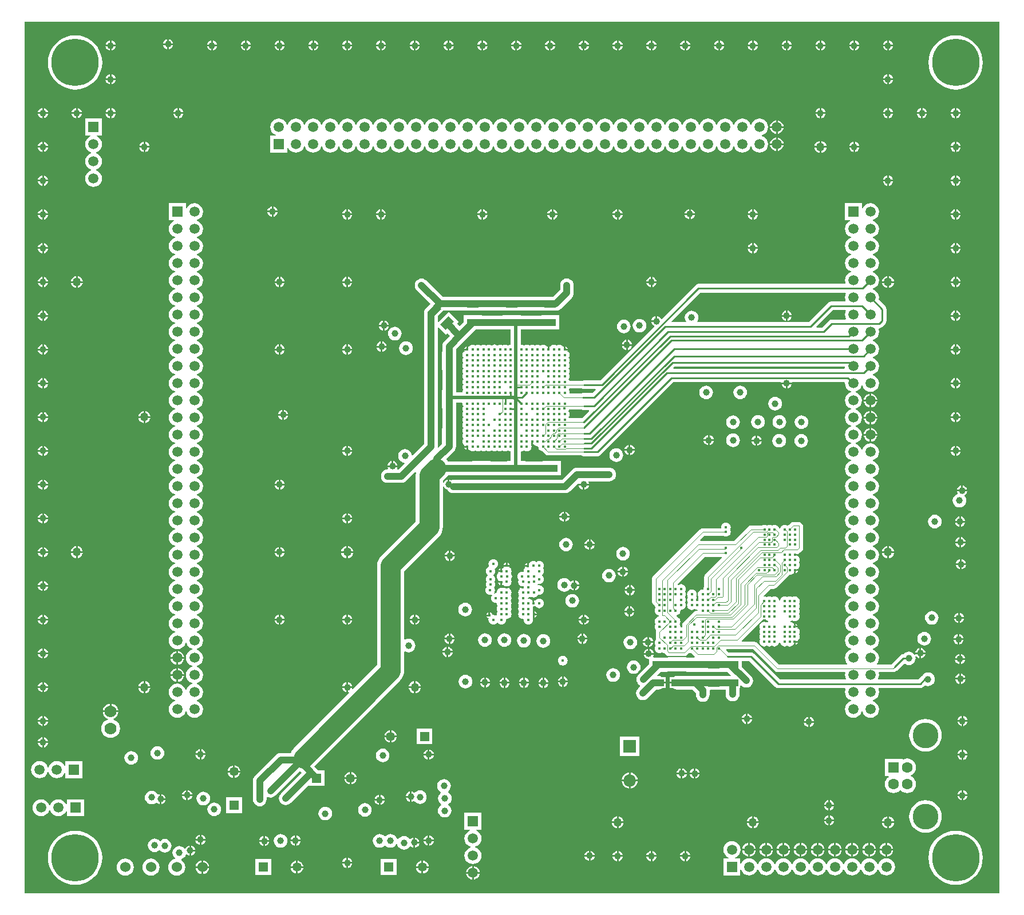
<source format=gbl>
%FSLAX44Y44*%
%MOMM*%
G71*
G01*
G75*
G04 Layer_Physical_Order=8*
G04 Layer_Color=16711680*
%ADD10R,2.0000X4.0000*%
%ADD11R,0.4500X2.0000*%
%ADD12R,1.1000X1.7000*%
%ADD13C,0.4000*%
%ADD14R,1.7000X1.1000*%
%ADD15R,2.6000X1.1000*%
%ADD16R,1.5000X1.5000*%
%ADD17C,0.3600*%
%ADD18C,0.3000*%
%ADD19R,1.1000X2.6000*%
%ADD20R,0.6000X1.1500*%
%ADD21R,1.1500X0.7500*%
%ADD22R,2.0000X2.0000*%
%ADD23C,2.0000*%
%ADD24C,0.2540*%
%ADD25C,0.3048*%
%ADD26C,0.1000*%
%ADD27C,1.0000*%
%ADD28C,0.4000*%
%ADD29C,2.0000*%
%ADD30C,0.5080*%
%ADD31C,0.2000*%
%ADD32C,0.5000*%
%ADD33C,1.5240*%
%ADD34C,1.5000*%
%ADD35R,1.5000X1.5000*%
%ADD36C,3.8000*%
%ADD37C,1.6000*%
%ADD38R,1.6000X1.6000*%
%ADD39R,1.8500X1.8500*%
%ADD40C,1.8500*%
%ADD41R,1.3500X1.3500*%
%ADD42C,1.3500*%
%ADD43R,1.3500X1.3500*%
%ADD44C,1.7780*%
%ADD45C,1.0000*%
%ADD46C,1.2700*%
%ADD47C,7.0000*%
%ADD48C,1.0160*%
%ADD49C,1.1620*%
%ADD50C,1.3000*%
%ADD51C,2.7000*%
%ADD52C,1.3200*%
%ADD53C,1.2000*%
%ADD54C,1.6700*%
%ADD55C,0.9000*%
%ADD56C,0.6500*%
%ADD57C,5.4000*%
%ADD58C,0.3000*%
%ADD59C,0.0025*%
G04:AMPARAMS|DCode=60|XSize=1.7mm|YSize=1.1mm|CornerRadius=0mm|HoleSize=0mm|Usage=FLASHONLY|Rotation=225.000|XOffset=0mm|YOffset=0mm|HoleType=Round|Shape=Rectangle|*
%AMROTATEDRECTD60*
4,1,4,0.2121,0.9900,0.9900,0.2121,-0.2121,-0.9900,-0.9900,-0.2121,0.2121,0.9900,0.0*
%
%ADD60ROTATEDRECTD60*%

%ADD61C,3.0000*%
G36*
X1965000Y95000D02*
X522500D01*
Y1385000D01*
X1965000D01*
Y95000D01*
D02*
G37*
%LPC*%
G36*
X1155938Y450980D02*
X1149770D01*
Y444812D01*
X1150468Y444904D01*
X1152302Y445664D01*
X1153878Y446872D01*
X1155086Y448447D01*
X1155846Y450282D01*
X1155938Y450980D01*
D02*
G37*
G36*
X747490Y453519D02*
X746139Y453342D01*
X743696Y452330D01*
X741599Y450721D01*
X739990Y448623D01*
X738978Y446181D01*
X738800Y444830D01*
X747490D01*
Y453519D01*
D02*
G37*
G36*
X750030D02*
Y444830D01*
X758719D01*
X758541Y446181D01*
X757530Y448623D01*
X755920Y450721D01*
X753823Y452330D01*
X751381Y453342D01*
X750030Y453519D01*
D02*
G37*
G36*
X1907770Y449188D02*
Y443020D01*
X1913938D01*
X1913846Y443718D01*
X1913086Y445552D01*
X1911878Y447128D01*
X1910302Y448336D01*
X1908468Y449096D01*
X1907770Y449188D01*
D02*
G37*
G36*
X1855188Y449230D02*
X1849020D01*
Y443062D01*
X1849718Y443154D01*
X1851552Y443914D01*
X1853128Y445122D01*
X1854336Y446698D01*
X1855096Y448532D01*
X1855188Y449230D01*
D02*
G37*
G36*
X1147230Y450980D02*
X1141062D01*
X1141154Y450282D01*
X1141914Y448447D01*
X1143122Y446872D01*
X1144697Y445664D01*
X1146532Y444904D01*
X1147230Y444812D01*
Y450980D01*
D02*
G37*
G36*
X551270Y457438D02*
Y451270D01*
X557438D01*
X557346Y451968D01*
X556586Y453802D01*
X555378Y455378D01*
X553802Y456586D01*
X551968Y457346D01*
X551270Y457438D01*
D02*
G37*
G36*
X1846480Y457938D02*
X1845782Y457846D01*
X1843947Y457086D01*
X1842372Y455878D01*
X1841164Y454302D01*
X1840404Y452468D01*
X1840312Y451770D01*
X1846480D01*
Y457938D01*
D02*
G37*
G36*
X1849020D02*
Y451770D01*
X1855188D01*
X1855096Y452468D01*
X1854336Y454302D01*
X1853128Y455878D01*
X1851552Y457086D01*
X1849718Y457846D01*
X1849020Y457938D01*
D02*
G37*
G36*
X1444730Y456688D02*
X1444032Y456596D01*
X1442198Y455836D01*
X1440622Y454628D01*
X1439414Y453052D01*
X1438654Y451218D01*
X1438562Y450520D01*
X1444730D01*
Y456688D01*
D02*
G37*
G36*
X1447270D02*
Y450520D01*
X1453438D01*
X1453346Y451218D01*
X1452586Y453052D01*
X1451378Y454628D01*
X1449803Y455836D01*
X1447968Y456596D01*
X1447270Y456688D01*
D02*
G37*
G36*
X548730Y457438D02*
X548032Y457346D01*
X546198Y456586D01*
X544622Y455378D01*
X543414Y453802D01*
X542654Y451968D01*
X542562Y451270D01*
X548730D01*
Y457438D01*
D02*
G37*
G36*
X1905230Y449188D02*
X1904532Y449096D01*
X1902697Y448336D01*
X1901122Y447128D01*
X1899914Y445552D01*
X1899154Y443718D01*
X1899062Y443020D01*
X1905230D01*
Y449188D01*
D02*
G37*
G36*
X750030Y428119D02*
Y419430D01*
X758719D01*
X758541Y420781D01*
X757530Y423223D01*
X755920Y425321D01*
X753823Y426930D01*
X751381Y427942D01*
X750030Y428119D01*
D02*
G37*
G36*
X1423750Y439836D02*
X1421140Y439493D01*
X1418707Y438485D01*
X1416618Y436882D01*
X1415015Y434793D01*
X1414007Y432360D01*
X1413664Y429750D01*
X1414007Y427140D01*
X1415015Y424707D01*
X1416618Y422618D01*
X1418707Y421015D01*
X1421140Y420007D01*
X1423750Y419664D01*
X1426360Y420007D01*
X1428793Y421015D01*
X1430882Y422618D01*
X1432485Y424707D01*
X1433493Y427140D01*
X1433836Y429750D01*
X1433493Y432360D01*
X1432485Y434793D01*
X1430882Y436882D01*
X1428793Y438485D01*
X1426360Y439493D01*
X1423750Y439836D01*
D02*
G37*
G36*
X1319000Y446310D02*
X1317173Y446070D01*
X1315470Y445364D01*
X1314008Y444242D01*
X1312885Y442780D01*
X1312180Y441077D01*
X1311940Y439250D01*
X1312180Y437423D01*
X1312885Y435720D01*
X1314008Y434258D01*
X1315470Y433135D01*
X1317173Y432430D01*
X1319000Y432190D01*
X1320827Y432430D01*
X1322530Y433135D01*
X1323992Y434258D01*
X1325114Y435720D01*
X1325820Y437423D01*
X1326060Y439250D01*
X1325820Y441077D01*
X1325114Y442780D01*
X1323992Y444242D01*
X1322530Y445364D01*
X1320827Y446070D01*
X1319000Y446310D01*
D02*
G37*
G36*
X1905700Y419908D02*
X1905002Y419816D01*
X1903168Y419056D01*
X1901592Y417848D01*
X1900384Y416273D01*
X1899624Y414438D01*
X1899532Y413740D01*
X1905700D01*
Y419908D01*
D02*
G37*
G36*
X1908240D02*
Y413740D01*
X1914408D01*
X1914316Y414438D01*
X1913556Y416273D01*
X1912348Y417848D01*
X1910773Y419056D01*
X1908938Y419816D01*
X1908240Y419908D01*
D02*
G37*
G36*
X747490Y428119D02*
X746139Y427942D01*
X743696Y426930D01*
X741599Y425321D01*
X739990Y423223D01*
X738978Y420781D01*
X738800Y419430D01*
X747490D01*
Y428119D01*
D02*
G37*
G36*
X1913938Y440480D02*
X1907770D01*
Y434312D01*
X1908468Y434404D01*
X1910302Y435164D01*
X1911878Y436372D01*
X1913086Y437948D01*
X1913846Y439782D01*
X1913938Y440480D01*
D02*
G37*
G36*
X548730Y448730D02*
X542562D01*
X542654Y448032D01*
X543414Y446198D01*
X544622Y444622D01*
X546198Y443414D01*
X548032Y442654D01*
X548730Y442562D01*
Y448730D01*
D02*
G37*
G36*
X557438D02*
X551270D01*
Y442562D01*
X551968Y442654D01*
X553802Y443414D01*
X555378Y444622D01*
X556586Y446198D01*
X557346Y448032D01*
X557438Y448730D01*
D02*
G37*
G36*
X747490Y442290D02*
X738800D01*
X738978Y440939D01*
X739990Y438497D01*
X741599Y436399D01*
X743696Y434790D01*
X746139Y433778D01*
X747490Y433601D01*
Y442290D01*
D02*
G37*
G36*
X758719D02*
X750030D01*
Y433601D01*
X751381Y433778D01*
X753823Y434790D01*
X755920Y436399D01*
X757530Y438497D01*
X758541Y440939D01*
X758719Y442290D01*
D02*
G37*
G36*
X1905230Y440480D02*
X1899062D01*
X1899154Y439782D01*
X1899914Y437948D01*
X1901122Y436372D01*
X1902697Y435164D01*
X1904532Y434404D01*
X1905230Y434312D01*
Y440480D01*
D02*
G37*
G36*
X1147230Y459688D02*
X1146532Y459596D01*
X1144697Y458836D01*
X1143122Y457628D01*
X1141914Y456053D01*
X1141154Y454218D01*
X1141062Y453520D01*
X1147230D01*
Y459688D01*
D02*
G37*
G36*
X1443730Y474438D02*
X1443032Y474346D01*
X1441197Y473586D01*
X1439622Y472378D01*
X1438414Y470802D01*
X1437654Y468968D01*
X1437562Y468270D01*
X1443730D01*
Y474438D01*
D02*
G37*
G36*
X1446270D02*
Y468270D01*
X1452438D01*
X1452346Y468968D01*
X1451586Y470802D01*
X1450378Y472378D01*
X1448802Y473586D01*
X1446968Y474346D01*
X1446270Y474438D01*
D02*
G37*
G36*
X1902980Y478438D02*
X1902282Y478346D01*
X1900448Y477586D01*
X1898872Y476378D01*
X1897664Y474803D01*
X1896904Y472968D01*
X1896812Y472270D01*
X1902980D01*
Y478438D01*
D02*
G37*
G36*
X1158688Y470480D02*
X1152520D01*
Y464312D01*
X1153218Y464404D01*
X1155053Y465164D01*
X1156628Y466372D01*
X1157836Y467948D01*
X1158596Y469782D01*
X1158688Y470480D01*
D02*
G37*
G36*
X1346480D02*
X1340312D01*
X1340404Y469782D01*
X1341164Y467948D01*
X1342372Y466372D01*
X1343947Y465164D01*
X1345782Y464404D01*
X1346480Y464312D01*
Y470480D01*
D02*
G37*
G36*
X1355188D02*
X1349020D01*
Y464312D01*
X1349718Y464404D01*
X1351552Y465164D01*
X1353128Y466372D01*
X1354336Y467948D01*
X1355096Y469782D01*
X1355188Y470480D01*
D02*
G37*
G36*
X1346480Y479188D02*
X1345782Y479096D01*
X1343947Y478336D01*
X1342372Y477128D01*
X1341164Y475552D01*
X1340404Y473718D01*
X1340312Y473020D01*
X1346480D01*
Y479188D01*
D02*
G37*
G36*
X1349020D02*
Y473020D01*
X1355188D01*
X1355096Y473718D01*
X1354336Y475552D01*
X1353128Y477128D01*
X1351552Y478336D01*
X1349718Y479096D01*
X1349020Y479188D01*
D02*
G37*
G36*
X1663270Y494126D02*
Y491020D01*
X1666376D01*
X1666277Y491521D01*
X1665273Y493023D01*
X1663772Y494026D01*
X1663270Y494126D01*
D02*
G37*
G36*
X1905520Y478438D02*
Y472270D01*
X1911688D01*
X1911596Y472968D01*
X1910836Y474803D01*
X1909628Y476378D01*
X1908053Y477586D01*
X1906218Y478346D01*
X1905520Y478438D01*
D02*
G37*
G36*
X1149980Y479188D02*
X1149282Y479096D01*
X1147448Y478336D01*
X1145872Y477128D01*
X1144664Y475552D01*
X1143904Y473718D01*
X1143812Y473020D01*
X1149980D01*
Y479188D01*
D02*
G37*
G36*
X1152520D02*
Y473020D01*
X1158688D01*
X1158596Y473718D01*
X1157836Y475552D01*
X1156628Y477128D01*
X1155053Y478336D01*
X1153218Y479096D01*
X1152520Y479188D01*
D02*
G37*
G36*
X1149980Y470480D02*
X1143812D01*
X1143904Y469782D01*
X1144664Y467948D01*
X1145872Y466372D01*
X1147448Y465164D01*
X1149282Y464404D01*
X1149980Y464312D01*
Y470480D01*
D02*
G37*
G36*
X1261400Y478936D02*
X1258790Y478593D01*
X1256357Y477585D01*
X1254268Y475982D01*
X1252665Y473893D01*
X1251657Y471460D01*
X1251314Y468850D01*
X1251657Y466240D01*
X1252665Y463807D01*
X1254268Y461718D01*
X1256357Y460115D01*
X1258790Y459107D01*
X1261400Y458764D01*
X1264010Y459107D01*
X1266443Y460115D01*
X1268532Y461718D01*
X1270135Y463807D01*
X1271143Y466240D01*
X1271486Y468850D01*
X1271143Y471460D01*
X1270135Y473893D01*
X1268532Y475982D01*
X1266443Y477585D01*
X1264010Y478593D01*
X1261400Y478936D01*
D02*
G37*
G36*
X1443730Y465730D02*
X1437562D01*
X1437654Y465032D01*
X1438414Y463198D01*
X1439622Y461622D01*
X1441197Y460414D01*
X1443032Y459654D01*
X1443730Y459562D01*
Y465730D01*
D02*
G37*
G36*
X1452438D02*
X1446270D01*
Y459562D01*
X1446968Y459654D01*
X1448802Y460414D01*
X1450378Y461622D01*
X1451586Y463198D01*
X1452346Y465032D01*
X1452438Y465730D01*
D02*
G37*
G36*
X1149770Y459688D02*
Y453520D01*
X1155938D01*
X1155846Y454218D01*
X1155086Y456053D01*
X1153878Y457628D01*
X1152302Y458836D01*
X1150468Y459596D01*
X1149770Y459688D01*
D02*
G37*
G36*
X1418750Y476336D02*
X1416140Y475993D01*
X1413707Y474985D01*
X1411618Y473382D01*
X1410015Y471293D01*
X1409007Y468861D01*
X1408664Y466250D01*
X1409007Y463639D01*
X1410015Y461207D01*
X1411618Y459118D01*
X1413707Y457515D01*
X1416140Y456507D01*
X1418750Y456164D01*
X1421360Y456507D01*
X1423793Y457515D01*
X1425882Y459118D01*
X1427485Y461207D01*
X1428493Y463639D01*
X1428836Y466250D01*
X1428493Y468861D01*
X1427485Y471293D01*
X1425882Y473382D01*
X1423793Y474985D01*
X1421360Y475993D01*
X1418750Y476336D01*
D02*
G37*
G36*
X1290200Y478636D02*
X1287590Y478293D01*
X1285157Y477285D01*
X1283068Y475682D01*
X1281465Y473593D01*
X1280457Y471161D01*
X1280114Y468550D01*
X1280457Y465939D01*
X1281465Y463507D01*
X1283068Y461418D01*
X1285157Y459815D01*
X1287590Y458807D01*
X1290200Y458464D01*
X1292811Y458807D01*
X1295243Y459815D01*
X1297332Y461418D01*
X1298935Y463507D01*
X1299943Y465939D01*
X1300286Y468550D01*
X1299943Y471161D01*
X1298935Y473593D01*
X1297332Y475682D01*
X1295243Y477285D01*
X1292811Y478293D01*
X1290200Y478636D01*
D02*
G37*
G36*
X1666376Y465980D02*
X1663270D01*
Y462874D01*
X1663772Y462973D01*
X1665273Y463977D01*
X1666277Y465479D01*
X1666376Y465980D01*
D02*
G37*
G36*
X1902980Y469730D02*
X1896812D01*
X1896904Y469032D01*
X1897664Y467197D01*
X1898872Y465622D01*
X1900448Y464414D01*
X1902282Y463654D01*
X1902980Y463562D01*
Y469730D01*
D02*
G37*
G36*
X1911688D02*
X1905520D01*
Y463562D01*
X1906218Y463654D01*
X1908053Y464414D01*
X1909628Y465622D01*
X1910836Y467197D01*
X1911596Y469032D01*
X1911688Y469730D01*
D02*
G37*
G36*
X1232600Y479986D02*
X1229989Y479642D01*
X1227557Y478635D01*
X1225468Y477032D01*
X1223865Y474943D01*
X1222857Y472510D01*
X1222514Y469900D01*
X1222857Y467289D01*
X1223865Y464857D01*
X1225468Y462768D01*
X1227557Y461165D01*
X1229989Y460157D01*
X1232600Y459814D01*
X1235210Y460157D01*
X1237643Y461165D01*
X1239732Y462768D01*
X1241335Y464857D01*
X1242343Y467289D01*
X1242686Y469900D01*
X1242343Y472510D01*
X1241335Y474943D01*
X1239732Y477032D01*
X1237643Y478635D01*
X1235210Y479642D01*
X1232600Y479986D01*
D02*
G37*
G36*
X1203800Y480036D02*
X1201189Y479692D01*
X1198757Y478685D01*
X1196668Y477082D01*
X1195065Y474993D01*
X1194057Y472561D01*
X1193714Y469950D01*
X1194057Y467340D01*
X1195065Y464907D01*
X1196668Y462818D01*
X1198757Y461215D01*
X1201189Y460207D01*
X1203800Y459864D01*
X1206411Y460207D01*
X1208843Y461215D01*
X1210932Y462818D01*
X1212535Y464907D01*
X1213543Y467340D01*
X1213886Y469950D01*
X1213543Y472561D01*
X1212535Y474993D01*
X1210932Y477082D01*
X1208843Y478685D01*
X1206411Y479692D01*
X1203800Y480036D01*
D02*
G37*
G36*
X1853500Y481836D02*
X1850889Y481493D01*
X1848457Y480485D01*
X1846368Y478882D01*
X1844765Y476793D01*
X1843757Y474361D01*
X1843414Y471750D01*
X1843757Y469140D01*
X1844765Y466707D01*
X1846368Y464618D01*
X1848457Y463015D01*
X1850889Y462007D01*
X1853500Y461664D01*
X1856111Y462007D01*
X1858543Y463015D01*
X1860632Y464618D01*
X1862235Y466707D01*
X1863243Y469140D01*
X1863586Y471750D01*
X1863243Y474361D01*
X1862235Y476793D01*
X1860632Y478882D01*
X1858543Y480485D01*
X1856111Y481493D01*
X1853500Y481836D01*
D02*
G37*
G36*
X1320270Y415688D02*
Y409520D01*
X1326438D01*
X1326346Y410218D01*
X1325586Y412052D01*
X1324378Y413628D01*
X1322802Y414836D01*
X1320968Y415596D01*
X1320270Y415688D01*
D02*
G37*
G36*
X557438Y398730D02*
X551270D01*
Y392562D01*
X551968Y392654D01*
X553802Y393414D01*
X555378Y394622D01*
X556586Y396198D01*
X557346Y398032D01*
X557438Y398730D01*
D02*
G37*
G36*
X998730D02*
X992562D01*
X992654Y398032D01*
X993414Y396198D01*
X994622Y394622D01*
X996198Y393414D01*
X998032Y392654D01*
X998730Y392562D01*
Y398730D01*
D02*
G37*
G36*
X1175000Y418336D02*
X1172390Y417993D01*
X1169957Y416985D01*
X1167868Y415382D01*
X1166265Y413293D01*
X1165257Y410860D01*
X1164914Y408250D01*
X1165257Y405639D01*
X1166265Y403207D01*
X1167868Y401118D01*
X1169957Y399515D01*
X1172390Y398507D01*
X1175000Y398164D01*
X1177610Y398507D01*
X1180043Y399515D01*
X1182132Y401118D01*
X1183735Y403207D01*
X1184743Y405639D01*
X1185086Y408250D01*
X1184743Y410860D01*
X1183735Y413293D01*
X1182132Y415382D01*
X1180043Y416985D01*
X1177610Y417993D01*
X1175000Y418336D01*
D02*
G37*
G36*
X698730Y398730D02*
X691200D01*
X691339Y397679D01*
X692235Y395517D01*
X693660Y393660D01*
X695517Y392235D01*
X697679Y391339D01*
X698730Y391200D01*
Y398730D01*
D02*
G37*
G36*
X708800D02*
X701270D01*
Y391200D01*
X702321Y391339D01*
X704483Y392235D01*
X706340Y393660D01*
X707765Y395517D01*
X708661Y397679D01*
X708800Y398730D01*
D02*
G37*
G36*
X548730Y398730D02*
X542562D01*
X542654Y398032D01*
X543414Y396198D01*
X544622Y394622D01*
X546198Y393414D01*
X548032Y392654D01*
X548730Y392562D01*
Y398730D01*
D02*
G37*
G36*
X1240038Y405330D02*
X1233870D01*
Y399162D01*
X1234568Y399254D01*
X1236403Y400014D01*
X1237978Y401222D01*
X1239186Y402798D01*
X1239946Y404632D01*
X1240038Y405330D01*
D02*
G37*
G36*
X1260130Y405380D02*
X1253962D01*
X1254054Y404682D01*
X1254814Y402848D01*
X1256022Y401272D01*
X1257598Y400064D01*
X1259432Y399304D01*
X1260130Y399212D01*
Y405380D01*
D02*
G37*
G36*
X1268838D02*
X1262670D01*
Y399212D01*
X1263368Y399304D01*
X1265202Y400064D01*
X1266778Y401272D01*
X1267986Y402848D01*
X1268746Y404682D01*
X1268838Y405380D01*
D02*
G37*
G36*
X1288930Y405180D02*
X1282762D01*
X1282854Y404482D01*
X1283614Y402648D01*
X1284822Y401072D01*
X1286398Y399864D01*
X1288232Y399104D01*
X1288930Y399012D01*
Y405180D01*
D02*
G37*
G36*
X1297638D02*
X1291470D01*
Y399012D01*
X1292168Y399104D01*
X1294003Y399864D01*
X1295578Y401072D01*
X1296786Y402648D01*
X1297546Y404482D01*
X1297638Y405180D01*
D02*
G37*
G36*
X1231330Y405330D02*
X1225162D01*
X1225254Y404632D01*
X1226014Y402798D01*
X1227222Y401222D01*
X1228798Y400014D01*
X1230632Y399254D01*
X1231330Y399162D01*
Y405330D01*
D02*
G37*
G36*
X1108800Y398730D02*
X1101270D01*
Y391200D01*
X1102321Y391339D01*
X1104483Y392235D01*
X1106340Y393660D01*
X1107765Y395517D01*
X1108661Y397679D01*
X1108800Y398730D01*
D02*
G37*
G36*
X548730Y357438D02*
X548032Y357346D01*
X546198Y356586D01*
X544622Y355378D01*
X543414Y353802D01*
X542654Y351968D01*
X542562Y351270D01*
X548730D01*
Y357438D01*
D02*
G37*
G36*
X551270D02*
Y351270D01*
X557438D01*
X557346Y351968D01*
X556586Y353802D01*
X555378Y355378D01*
X553802Y356586D01*
X551968Y357346D01*
X551270Y357438D01*
D02*
G37*
G36*
X1908730D02*
X1908032Y357346D01*
X1906198Y356586D01*
X1904622Y355378D01*
X1903414Y353802D01*
X1902654Y351968D01*
X1902562Y351270D01*
X1908730D01*
Y357438D01*
D02*
G37*
G36*
X1598688Y351980D02*
X1592520D01*
Y345812D01*
X1593218Y345904D01*
X1595052Y346664D01*
X1596628Y347872D01*
X1597836Y349448D01*
X1598596Y351282D01*
X1598688Y351980D01*
D02*
G37*
G36*
X1681730Y356188D02*
X1681032Y356096D01*
X1679198Y355336D01*
X1677622Y354128D01*
X1676414Y352553D01*
X1675654Y350718D01*
X1675562Y350020D01*
X1681730D01*
Y356188D01*
D02*
G37*
G36*
X1684270D02*
Y350020D01*
X1690438D01*
X1690346Y350718D01*
X1689586Y352553D01*
X1688378Y354128D01*
X1686803Y355336D01*
X1684968Y356096D01*
X1684270Y356188D01*
D02*
G37*
G36*
X648730Y375561D02*
X647016Y375336D01*
X644236Y374184D01*
X641848Y372352D01*
X640016Y369964D01*
X638864Y367184D01*
X638639Y365470D01*
X648730D01*
Y375561D01*
D02*
G37*
G36*
X651270D02*
Y365470D01*
X661361D01*
X661136Y367184D01*
X659984Y369964D01*
X658152Y372352D01*
X655764Y374184D01*
X652984Y375336D01*
X651270Y375561D01*
D02*
G37*
G36*
X1098730Y398730D02*
X1091200D01*
X1091339Y397679D01*
X1092235Y395517D01*
X1093660Y393660D01*
X1095517Y392235D01*
X1097679Y391339D01*
X1098730Y391200D01*
Y398730D01*
D02*
G37*
G36*
X1911270Y357438D02*
Y351270D01*
X1917438D01*
X1917346Y351968D01*
X1916586Y353802D01*
X1915378Y355378D01*
X1913802Y356586D01*
X1911968Y357346D01*
X1911270Y357438D01*
D02*
G37*
G36*
X1589980Y360688D02*
X1589282Y360596D01*
X1587448Y359836D01*
X1585872Y358628D01*
X1584664Y357052D01*
X1583904Y355218D01*
X1583812Y354520D01*
X1589980D01*
Y360688D01*
D02*
G37*
G36*
X1592520D02*
Y354520D01*
X1598688D01*
X1598596Y355218D01*
X1597836Y357052D01*
X1596628Y358628D01*
X1595052Y359836D01*
X1593218Y360596D01*
X1592520Y360688D01*
D02*
G37*
G36*
X1202530Y405780D02*
X1196362D01*
X1196454Y405082D01*
X1197214Y403247D01*
X1198422Y401672D01*
X1199997Y400464D01*
X1201832Y399704D01*
X1202530Y399612D01*
Y405780D01*
D02*
G37*
G36*
X1233870Y414038D02*
Y407870D01*
X1240038D01*
X1239946Y408568D01*
X1239186Y410403D01*
X1237978Y411978D01*
X1236403Y413186D01*
X1234568Y413946D01*
X1233870Y414038D01*
D02*
G37*
G36*
X1393500Y428086D02*
X1390889Y427743D01*
X1388457Y426735D01*
X1386368Y425132D01*
X1384765Y423043D01*
X1383757Y420611D01*
X1383414Y418000D01*
X1383757Y415390D01*
X1384765Y412957D01*
X1386368Y410868D01*
X1388457Y409265D01*
X1390889Y408257D01*
X1393500Y407914D01*
X1396111Y408257D01*
X1398543Y409265D01*
X1400632Y410868D01*
X1402235Y412957D01*
X1403243Y415390D01*
X1403586Y418000D01*
X1403243Y420611D01*
X1402235Y423043D01*
X1400632Y425132D01*
X1398543Y426735D01*
X1396111Y427743D01*
X1393500Y428086D01*
D02*
G37*
G36*
X1260130Y414088D02*
X1259432Y413996D01*
X1257598Y413236D01*
X1256022Y412028D01*
X1254814Y410452D01*
X1254054Y408618D01*
X1253962Y407920D01*
X1260130D01*
Y414088D01*
D02*
G37*
G36*
X1288930Y413888D02*
X1288232Y413796D01*
X1286398Y413036D01*
X1284822Y411828D01*
X1283614Y410252D01*
X1282854Y408418D01*
X1282762Y407720D01*
X1288930D01*
Y413888D01*
D02*
G37*
G36*
X1291470D02*
Y407720D01*
X1297638D01*
X1297546Y408418D01*
X1296786Y410252D01*
X1295578Y411828D01*
X1294003Y413036D01*
X1292168Y413796D01*
X1291470Y413888D01*
D02*
G37*
G36*
X1231330Y414038D02*
X1230632Y413946D01*
X1228798Y413186D01*
X1227222Y411978D01*
X1226014Y410403D01*
X1225254Y408568D01*
X1225162Y407870D01*
X1231330D01*
Y414038D01*
D02*
G37*
G36*
X1202530Y414488D02*
X1201832Y414396D01*
X1199997Y413636D01*
X1198422Y412428D01*
X1197214Y410853D01*
X1196454Y409018D01*
X1196362Y408320D01*
X1202530D01*
Y414488D01*
D02*
G37*
G36*
X1205070D02*
Y408320D01*
X1211238D01*
X1211146Y409018D01*
X1210386Y410853D01*
X1209178Y412428D01*
X1207603Y413636D01*
X1205768Y414396D01*
X1205070Y414488D01*
D02*
G37*
G36*
X1317730Y415688D02*
X1317032Y415596D01*
X1315197Y414836D01*
X1313622Y413628D01*
X1312414Y412052D01*
X1311654Y410218D01*
X1311562Y409520D01*
X1317730D01*
Y415688D01*
D02*
G37*
G36*
X1262670Y414088D02*
Y407920D01*
X1268838D01*
X1268746Y408618D01*
X1267986Y410452D01*
X1266778Y412028D01*
X1265202Y413236D01*
X1263368Y413996D01*
X1262670Y414088D01*
D02*
G37*
G36*
X747490Y416890D02*
X738800D01*
X738978Y415539D01*
X739990Y413097D01*
X741599Y410999D01*
X743696Y409390D01*
X746139Y408378D01*
X747490Y408201D01*
Y416890D01*
D02*
G37*
G36*
X758719D02*
X750030D01*
Y408201D01*
X751381Y408378D01*
X753823Y409390D01*
X755920Y410999D01*
X757530Y413097D01*
X758541Y415539D01*
X758719Y416890D01*
D02*
G37*
G36*
X1914408Y411200D02*
X1908240D01*
Y405032D01*
X1908938Y405124D01*
X1910773Y405884D01*
X1912348Y407092D01*
X1913556Y408667D01*
X1914316Y410502D01*
X1914408Y411200D01*
D02*
G37*
G36*
X548730Y407438D02*
X548032Y407346D01*
X546198Y406586D01*
X544622Y405378D01*
X543414Y403802D01*
X542654Y401968D01*
X542562Y401270D01*
X548730D01*
Y407438D01*
D02*
G37*
G36*
X551270D02*
Y401270D01*
X557438D01*
X557346Y401968D01*
X556586Y403802D01*
X555378Y405378D01*
X553802Y406586D01*
X551968Y407346D01*
X551270Y407438D01*
D02*
G37*
G36*
X998730D02*
X998032Y407346D01*
X996198Y406586D01*
X994622Y405378D01*
X993414Y403802D01*
X992654Y401968D01*
X992562Y401270D01*
X998730D01*
Y407438D01*
D02*
G37*
G36*
X1211238Y405780D02*
X1205070D01*
Y399612D01*
X1205768Y399704D01*
X1207603Y400464D01*
X1209178Y401672D01*
X1210386Y403247D01*
X1211146Y405082D01*
X1211238Y405780D01*
D02*
G37*
G36*
X1317730Y406980D02*
X1311562D01*
X1311654Y406282D01*
X1312414Y404448D01*
X1313622Y402872D01*
X1315197Y401664D01*
X1317032Y400904D01*
X1317730Y400812D01*
Y406980D01*
D02*
G37*
G36*
X1326438D02*
X1320270D01*
Y400812D01*
X1320968Y400904D01*
X1322802Y401664D01*
X1324378Y402872D01*
X1325586Y404448D01*
X1326346Y406282D01*
X1326438Y406980D01*
D02*
G37*
G36*
X1098730Y408800D02*
X1097679Y408661D01*
X1095517Y407765D01*
X1093660Y406340D01*
X1092235Y404483D01*
X1091339Y402321D01*
X1091200Y401270D01*
X1098730D01*
Y408800D01*
D02*
G37*
G36*
X1101270D02*
Y401270D01*
X1108800D01*
X1108661Y402321D01*
X1107765Y404483D01*
X1106340Y406340D01*
X1104483Y407765D01*
X1102321Y408661D01*
X1101270Y408800D01*
D02*
G37*
G36*
X1905700Y411200D02*
X1899532D01*
X1899624Y410502D01*
X1900384Y408667D01*
X1901592Y407092D01*
X1903168Y405884D01*
X1905002Y405124D01*
X1905700Y405032D01*
Y411200D01*
D02*
G37*
G36*
X1001270Y407438D02*
Y401270D01*
X1007438D01*
X1007346Y401968D01*
X1006586Y403802D01*
X1005378Y405378D01*
X1003802Y406586D01*
X1001968Y407346D01*
X1001270Y407438D01*
D02*
G37*
G36*
X698730Y408800D02*
X697679Y408661D01*
X695517Y407765D01*
X693660Y406340D01*
X692235Y404483D01*
X691339Y402321D01*
X691200Y401270D01*
X698730D01*
Y408800D01*
D02*
G37*
G36*
X701270D02*
Y401270D01*
X708800D01*
X708661Y402321D01*
X707765Y404483D01*
X706340Y406340D01*
X704483Y407765D01*
X702321Y408661D01*
X701270Y408800D01*
D02*
G37*
G36*
X998730Y598730D02*
X991200D01*
X991339Y597679D01*
X992235Y595517D01*
X993660Y593660D01*
X995517Y592235D01*
X997679Y591339D01*
X998730Y591200D01*
Y598730D01*
D02*
G37*
G36*
X1008800D02*
X1001270D01*
Y591200D01*
X1002321Y591339D01*
X1004483Y592235D01*
X1006340Y593660D01*
X1007765Y595517D01*
X1008661Y597679D01*
X1008800Y598730D01*
D02*
G37*
G36*
X1798730D02*
X1791201D01*
X1791339Y597679D01*
X1792235Y595517D01*
X1793660Y593660D01*
X1795517Y592235D01*
X1797679Y591339D01*
X1798730Y591200D01*
Y598730D01*
D02*
G37*
G36*
X1408000Y607836D02*
X1405390Y607493D01*
X1402957Y606485D01*
X1400868Y604882D01*
X1399265Y602793D01*
X1398257Y600360D01*
X1397914Y597750D01*
X1398257Y595140D01*
X1399265Y592707D01*
X1400868Y590618D01*
X1402957Y589015D01*
X1405390Y588007D01*
X1408000Y587664D01*
X1410611Y588007D01*
X1413043Y589015D01*
X1415132Y590618D01*
X1416735Y592707D01*
X1417743Y595140D01*
X1418086Y597750D01*
X1417743Y600360D01*
X1416735Y602793D01*
X1415132Y604882D01*
X1413043Y606485D01*
X1410611Y607493D01*
X1408000Y607836D01*
D02*
G37*
G36*
X598730Y598730D02*
X591200D01*
X591339Y597679D01*
X592235Y595517D01*
X593660Y593660D01*
X595517Y592235D01*
X597679Y591339D01*
X598730Y591200D01*
Y598730D01*
D02*
G37*
G36*
X608800D02*
X601270D01*
Y591200D01*
X602321Y591339D01*
X604483Y592235D01*
X606340Y593660D01*
X607765Y595517D01*
X608661Y597679D01*
X608800Y598730D01*
D02*
G37*
G36*
X898730Y598730D02*
X892562D01*
X892654Y598032D01*
X893414Y596198D01*
X894622Y594622D01*
X896198Y593414D01*
X898032Y592654D01*
X898730Y592562D01*
Y598730D01*
D02*
G37*
G36*
X907438D02*
X901270D01*
Y592562D01*
X901968Y592654D01*
X903802Y593414D01*
X905378Y594622D01*
X906586Y596198D01*
X907346Y598032D01*
X907438Y598730D01*
D02*
G37*
G36*
X1150480Y601938D02*
X1149782Y601846D01*
X1147947Y601086D01*
X1146372Y599878D01*
X1145164Y598302D01*
X1144404Y596468D01*
X1144312Y595770D01*
X1150480D01*
Y601938D01*
D02*
G37*
G36*
X1808800Y598730D02*
X1801270D01*
Y591200D01*
X1802321Y591339D01*
X1804483Y592235D01*
X1806340Y593660D01*
X1807765Y595517D01*
X1808661Y597679D01*
X1808800Y598730D01*
D02*
G37*
G36*
X548730Y598730D02*
X542562D01*
X542654Y598032D01*
X543414Y596198D01*
X544622Y594622D01*
X546198Y593414D01*
X548032Y592654D01*
X548730Y592562D01*
Y598730D01*
D02*
G37*
G36*
X557438D02*
X551270D01*
Y592562D01*
X551968Y592654D01*
X553802Y593414D01*
X555378Y594622D01*
X556586Y596198D01*
X557346Y598032D01*
X557438Y598730D01*
D02*
G37*
G36*
X1159188Y593230D02*
X1153020D01*
Y587062D01*
X1153718Y587154D01*
X1155553Y587914D01*
X1157128Y589122D01*
X1158336Y590698D01*
X1159096Y592532D01*
X1159188Y593230D01*
D02*
G37*
G36*
X1915188Y580730D02*
X1909020D01*
Y574562D01*
X1909718Y574654D01*
X1911553Y575414D01*
X1913128Y576622D01*
X1914336Y578197D01*
X1915096Y580032D01*
X1915188Y580730D01*
D02*
G37*
G36*
X1236000Y579061D02*
X1234173Y578820D01*
X1233954Y578730D01*
X1231624D01*
X1231723Y578229D01*
X1232027Y577775D01*
X1231008Y576992D01*
X1230014Y575698D01*
X1229521Y576027D01*
X1229020Y576126D01*
Y572615D01*
X1228939Y572000D01*
X1228972Y571750D01*
X1227750D01*
Y571028D01*
X1226172Y570820D01*
X1225351Y570480D01*
X1223374D01*
X1223473Y569979D01*
X1223751Y569563D01*
X1223008Y568992D01*
X1221886Y567530D01*
X1221180Y565827D01*
X1220940Y564000D01*
X1221180Y562173D01*
X1221886Y560470D01*
X1223008Y559007D01*
X1223972Y558268D01*
X1223473Y557521D01*
X1223374Y557020D01*
X1227385D01*
X1227750Y556972D01*
Y555750D01*
X1228972D01*
X1229020Y555386D01*
Y551374D01*
X1229521Y551473D01*
X1230267Y551972D01*
X1231008Y551008D01*
X1232027Y550225D01*
X1231723Y549771D01*
X1231624Y549270D01*
X1233954D01*
X1234173Y549180D01*
X1236000Y548939D01*
X1237828Y549180D01*
X1238046Y549270D01*
X1240376D01*
X1240277Y549771D01*
X1239973Y550225D01*
X1240992Y551008D01*
X1242114Y552470D01*
X1242820Y554173D01*
X1243060Y556000D01*
X1242820Y557827D01*
X1242125Y559506D01*
X1242865Y560470D01*
X1243570Y562173D01*
X1243810Y564000D01*
X1243570Y565827D01*
X1242865Y567530D01*
X1242125Y568494D01*
X1242820Y570173D01*
X1243060Y572000D01*
X1242820Y573827D01*
X1242114Y575530D01*
X1240992Y576992D01*
X1239973Y577775D01*
X1240277Y578229D01*
X1240376Y578730D01*
X1238046D01*
X1237828Y578820D01*
X1236000Y579061D01*
D02*
G37*
G36*
X1265980Y583626D02*
X1265479Y583527D01*
X1263977Y582523D01*
X1262973Y581021D01*
X1262874Y580520D01*
X1265980D01*
Y583626D01*
D02*
G37*
G36*
X1409020Y578438D02*
Y572270D01*
X1415188D01*
X1415096Y572968D01*
X1414336Y574803D01*
X1413128Y576378D01*
X1411552Y577586D01*
X1409718Y578346D01*
X1409020Y578438D01*
D02*
G37*
G36*
X1226480Y576126D02*
X1225979Y576027D01*
X1224477Y575023D01*
X1223473Y573521D01*
X1223374Y573020D01*
X1226480D01*
Y576126D01*
D02*
G37*
G36*
X1906480Y580730D02*
X1900312D01*
X1900404Y580032D01*
X1901164Y578197D01*
X1902372Y576622D01*
X1903947Y575414D01*
X1905782Y574654D01*
X1906480Y574562D01*
Y580730D01*
D02*
G37*
G36*
X1909020Y589438D02*
Y583270D01*
X1915188D01*
X1915096Y583968D01*
X1914336Y585802D01*
X1913128Y587378D01*
X1911553Y588586D01*
X1909718Y589346D01*
X1909020Y589438D01*
D02*
G37*
G36*
X1284000Y587060D02*
X1282173Y586820D01*
X1280470Y586115D01*
X1279712Y585533D01*
X1279280Y585864D01*
X1277577Y586570D01*
X1275750Y586810D01*
X1273923Y586570D01*
X1272220Y585864D01*
X1270758Y584743D01*
X1269635Y583280D01*
X1269467Y583229D01*
X1269021Y583527D01*
X1268520Y583626D01*
Y579250D01*
X1267250D01*
Y578962D01*
X1266172Y578820D01*
X1264470Y578115D01*
X1264294Y577980D01*
X1262874D01*
X1262973Y577479D01*
X1263200Y577140D01*
X1263008Y576992D01*
X1261886Y575530D01*
X1261180Y573827D01*
X1260940Y572000D01*
X1261006Y571497D01*
X1260108Y570599D01*
X1258500Y570810D01*
X1256673Y570570D01*
X1254970Y569865D01*
X1253508Y568742D01*
X1252385Y567280D01*
X1251680Y565577D01*
X1251440Y563750D01*
X1251680Y561923D01*
X1252385Y560220D01*
X1253508Y558758D01*
X1253551Y558724D01*
X1253180Y557827D01*
X1252940Y556000D01*
X1253180Y554173D01*
X1253885Y552470D01*
X1255007Y551007D01*
X1255862Y550352D01*
X1255473Y549771D01*
X1255374Y549270D01*
X1257954D01*
X1258173Y549180D01*
X1259750Y548972D01*
Y547028D01*
X1258173Y546820D01*
X1257954Y546730D01*
X1255374D01*
X1255473Y546229D01*
X1255862Y545648D01*
X1255007Y544992D01*
X1253885Y543530D01*
X1253180Y541827D01*
X1252940Y540000D01*
X1253180Y538173D01*
X1253885Y536470D01*
X1254246Y536000D01*
X1253885Y535530D01*
X1253180Y533827D01*
X1252940Y532000D01*
X1253180Y530173D01*
X1253885Y528470D01*
X1254246Y528000D01*
X1253885Y527530D01*
X1253180Y525827D01*
X1252940Y524000D01*
X1253180Y522173D01*
X1253885Y520470D01*
X1254246Y520000D01*
X1253885Y519530D01*
X1253180Y517827D01*
X1252940Y516000D01*
X1253180Y514173D01*
X1253885Y512470D01*
X1254246Y512000D01*
X1253885Y511530D01*
X1253180Y509827D01*
X1252940Y508000D01*
X1253180Y506173D01*
X1253885Y504470D01*
X1255007Y503008D01*
X1256470Y501885D01*
X1258173Y501180D01*
X1260000Y500940D01*
X1260048Y500946D01*
X1260946Y500048D01*
X1260940Y500000D01*
X1261180Y498173D01*
X1261886Y496470D01*
X1263008Y495008D01*
X1264470Y493885D01*
X1266173Y493180D01*
X1268000Y492940D01*
X1269827Y493180D01*
X1271530Y493885D01*
X1272992Y495008D01*
X1274115Y496470D01*
X1274820Y498173D01*
X1275060Y500000D01*
X1274820Y501827D01*
X1274623Y502303D01*
X1274980Y502738D01*
Y507385D01*
X1275028Y507750D01*
X1275061Y508000D01*
X1274980Y508615D01*
Y512442D01*
X1274397Y513152D01*
X1274820Y514173D01*
X1275060Y516000D01*
X1274820Y517827D01*
X1274352Y518957D01*
X1275157Y519939D01*
X1275500Y519871D01*
X1277271Y520223D01*
X1277717Y520521D01*
X1277886Y520470D01*
X1279008Y519008D01*
X1280470Y517886D01*
X1282173Y517180D01*
X1284000Y516940D01*
X1285827Y517180D01*
X1287530Y517886D01*
X1288992Y519008D01*
X1290114Y520470D01*
X1290820Y522173D01*
X1291060Y524000D01*
X1290820Y525827D01*
X1290114Y527530D01*
X1288992Y528993D01*
X1287530Y530115D01*
X1285827Y530820D01*
X1284000Y531060D01*
X1282173Y530820D01*
X1280470Y530115D01*
X1279008Y528993D01*
X1278310Y528083D01*
X1277271Y528777D01*
X1276770Y528876D01*
Y524500D01*
X1274995D01*
X1274820Y525827D01*
X1274230Y527253D01*
Y528876D01*
X1273728Y528777D01*
X1273351Y528525D01*
X1272992Y528992D01*
X1271530Y530114D01*
X1269827Y530820D01*
X1268000Y531060D01*
X1267952Y531054D01*
X1267054Y531952D01*
X1267060Y532000D01*
X1267054Y532048D01*
X1267952Y532946D01*
X1268000Y532940D01*
X1269827Y533180D01*
X1271530Y533885D01*
X1272000Y534246D01*
X1272470Y533885D01*
X1274173Y533180D01*
X1276000Y532940D01*
X1277827Y533180D01*
X1279530Y533885D01*
X1280992Y535008D01*
X1282115Y536470D01*
X1282397Y537151D01*
X1284000Y536940D01*
X1285827Y537180D01*
X1287530Y537886D01*
X1288992Y539008D01*
X1290114Y540470D01*
X1290820Y542173D01*
X1291060Y544000D01*
X1290820Y545827D01*
X1290114Y547530D01*
X1288992Y548993D01*
X1287530Y550115D01*
X1285827Y550820D01*
X1284000Y551060D01*
X1282345Y550843D01*
X1281710Y551942D01*
X1282115Y552470D01*
X1282397Y553151D01*
X1284000Y552940D01*
X1285827Y553180D01*
X1287530Y553885D01*
X1288992Y555008D01*
X1290114Y556470D01*
X1290820Y558173D01*
X1291060Y560000D01*
X1290820Y561827D01*
X1290114Y563530D01*
X1288992Y564992D01*
X1288507Y565365D01*
Y566635D01*
X1288992Y567008D01*
X1290114Y568470D01*
X1290820Y570173D01*
X1291060Y572000D01*
X1290820Y573827D01*
X1290114Y575530D01*
X1289754Y576000D01*
X1290114Y576470D01*
X1290820Y578173D01*
X1291060Y580000D01*
X1290820Y581827D01*
X1290114Y583530D01*
X1288992Y584992D01*
X1287530Y586115D01*
X1285827Y586820D01*
X1284000Y587060D01*
D02*
G37*
G36*
X1150480Y593230D02*
X1144312D01*
X1144404Y592532D01*
X1145164Y590698D01*
X1146372Y589122D01*
X1147947Y587914D01*
X1149782Y587154D01*
X1150480Y587062D01*
Y593230D01*
D02*
G37*
G36*
X1234730Y584376D02*
X1234229Y584277D01*
X1232727Y583273D01*
X1231723Y581771D01*
X1231624Y581270D01*
X1234730D01*
Y584376D01*
D02*
G37*
G36*
X1237270D02*
Y581270D01*
X1240376D01*
X1240277Y581771D01*
X1239273Y583273D01*
X1237771Y584277D01*
X1237270Y584376D01*
D02*
G37*
G36*
X1906480Y589438D02*
X1905782Y589346D01*
X1903947Y588586D01*
X1902372Y587378D01*
X1901164Y585802D01*
X1900404Y583968D01*
X1900312Y583270D01*
X1906480D01*
Y589438D01*
D02*
G37*
G36*
X1153020Y601938D02*
Y595770D01*
X1159188D01*
X1159096Y596468D01*
X1158336Y598302D01*
X1157128Y599878D01*
X1155553Y601086D01*
X1153718Y601846D01*
X1153020Y601938D01*
D02*
G37*
G36*
X1359770Y618688D02*
Y612520D01*
X1365938D01*
X1365846Y613218D01*
X1365086Y615052D01*
X1363878Y616628D01*
X1362303Y617836D01*
X1360468Y618596D01*
X1359770Y618688D01*
D02*
G37*
G36*
X1905730Y622188D02*
X1905032Y622096D01*
X1903197Y621336D01*
X1901622Y620128D01*
X1900414Y618553D01*
X1899654Y616718D01*
X1899562Y616020D01*
X1905730D01*
Y622188D01*
D02*
G37*
G36*
X1908270D02*
Y616020D01*
X1914438D01*
X1914346Y616718D01*
X1913586Y618553D01*
X1912378Y620128D01*
X1910803Y621336D01*
X1908968Y622096D01*
X1908270Y622188D01*
D02*
G37*
G36*
X1905730Y613480D02*
X1899562D01*
X1899654Y612782D01*
X1900414Y610947D01*
X1901622Y609372D01*
X1903197Y608164D01*
X1905032Y607404D01*
X1905730Y607312D01*
Y613480D01*
D02*
G37*
G36*
X1914438D02*
X1908270D01*
Y607312D01*
X1908968Y607404D01*
X1910803Y608164D01*
X1912378Y609372D01*
X1913586Y610947D01*
X1914346Y612782D01*
X1914438Y613480D01*
D02*
G37*
G36*
X1357230Y618688D02*
X1356532Y618596D01*
X1354698Y617836D01*
X1353122Y616628D01*
X1351914Y615052D01*
X1351154Y613218D01*
X1351062Y612520D01*
X1357230D01*
Y618688D01*
D02*
G37*
G36*
X548730Y648730D02*
X542562D01*
X542654Y648032D01*
X543414Y646198D01*
X544622Y644622D01*
X546198Y643414D01*
X548032Y642654D01*
X548730Y642562D01*
Y648730D01*
D02*
G37*
G36*
X557438D02*
X551270D01*
Y642562D01*
X551968Y642654D01*
X553802Y643414D01*
X555378Y644622D01*
X556586Y646198D01*
X557346Y648032D01*
X557438Y648730D01*
D02*
G37*
G36*
X998730D02*
X992562D01*
X992654Y648032D01*
X993414Y646198D01*
X994622Y644622D01*
X996198Y643414D01*
X998032Y642654D01*
X998730Y642562D01*
Y648730D01*
D02*
G37*
G36*
X1869250Y655336D02*
X1866640Y654993D01*
X1864207Y653985D01*
X1862118Y652382D01*
X1860515Y650293D01*
X1859507Y647860D01*
X1859164Y645250D01*
X1859507Y642639D01*
X1860515Y640207D01*
X1862118Y638118D01*
X1864207Y636515D01*
X1866640Y635507D01*
X1869250Y635164D01*
X1871861Y635507D01*
X1874293Y636515D01*
X1876382Y638118D01*
X1877985Y640207D01*
X1878993Y642639D01*
X1879336Y645250D01*
X1878993Y647860D01*
X1877985Y650293D01*
X1876382Y652382D01*
X1874293Y653985D01*
X1871861Y654993D01*
X1869250Y655336D01*
D02*
G37*
G36*
X1905230Y643980D02*
X1899062D01*
X1899154Y643282D01*
X1899914Y641448D01*
X1901122Y639872D01*
X1902697Y638664D01*
X1904532Y637904D01*
X1905230Y637812D01*
Y643980D01*
D02*
G37*
G36*
X1913938D02*
X1907770D01*
Y637812D01*
X1908468Y637904D01*
X1910302Y638664D01*
X1911878Y639872D01*
X1913086Y641448D01*
X1913846Y643282D01*
X1913938Y643980D01*
D02*
G37*
G36*
X1365938Y609980D02*
X1359770D01*
Y603812D01*
X1360468Y603904D01*
X1362303Y604664D01*
X1363878Y605872D01*
X1365086Y607448D01*
X1365846Y609282D01*
X1365938Y609980D01*
D02*
G37*
G36*
X898730Y607438D02*
X898032Y607346D01*
X896198Y606586D01*
X894622Y605378D01*
X893414Y603802D01*
X892654Y601968D01*
X892562Y601270D01*
X898730D01*
Y607438D01*
D02*
G37*
G36*
X901270D02*
Y601270D01*
X907438D01*
X907346Y601968D01*
X906586Y603802D01*
X905378Y605378D01*
X903802Y606586D01*
X901968Y607346D01*
X901270Y607438D01*
D02*
G37*
G36*
X598730Y608800D02*
X597679Y608661D01*
X595517Y607765D01*
X593660Y606340D01*
X592235Y604483D01*
X591339Y602321D01*
X591200Y601270D01*
X598730D01*
Y608800D01*
D02*
G37*
G36*
X1323750Y621336D02*
X1321140Y620993D01*
X1318707Y619985D01*
X1316618Y618382D01*
X1315015Y616293D01*
X1314007Y613861D01*
X1313664Y611250D01*
X1314007Y608639D01*
X1315015Y606207D01*
X1316618Y604118D01*
X1318707Y602515D01*
X1321140Y601507D01*
X1323750Y601164D01*
X1326360Y601507D01*
X1328793Y602515D01*
X1330882Y604118D01*
X1332485Y606207D01*
X1333493Y608639D01*
X1333836Y611250D01*
X1333493Y613861D01*
X1332485Y616293D01*
X1330882Y618382D01*
X1328793Y619985D01*
X1326360Y620993D01*
X1323750Y621336D01*
D02*
G37*
G36*
X548730Y607438D02*
X548032Y607346D01*
X546198Y606586D01*
X544622Y605378D01*
X543414Y603802D01*
X542654Y601968D01*
X542562Y601270D01*
X548730D01*
Y607438D01*
D02*
G37*
G36*
X551270D02*
Y601270D01*
X557438D01*
X557346Y601968D01*
X556586Y603802D01*
X555378Y605378D01*
X553802Y606586D01*
X551968Y607346D01*
X551270Y607438D01*
D02*
G37*
G36*
X1798730Y608800D02*
X1797679Y608661D01*
X1795517Y607765D01*
X1793660Y606340D01*
X1792235Y604483D01*
X1791339Y602321D01*
X1791201Y601270D01*
X1798730D01*
Y608800D01*
D02*
G37*
G36*
X1801270D02*
Y601270D01*
X1808800D01*
X1808661Y602321D01*
X1807765Y604483D01*
X1806340Y606340D01*
X1804483Y607765D01*
X1802321Y608661D01*
X1801270Y608800D01*
D02*
G37*
G36*
X1357230Y609980D02*
X1351062D01*
X1351154Y609282D01*
X1351914Y607448D01*
X1353122Y605872D01*
X1354698Y604664D01*
X1356532Y603904D01*
X1357230Y603812D01*
Y609980D01*
D02*
G37*
G36*
X601270Y608800D02*
Y601270D01*
X608800D01*
X608661Y602321D01*
X607765Y604483D01*
X606340Y606340D01*
X604483Y607765D01*
X602321Y608661D01*
X601270Y608800D01*
D02*
G37*
G36*
X998730D02*
X997679Y608661D01*
X995517Y607765D01*
X993660Y606340D01*
X992235Y604483D01*
X991339Y602321D01*
X991200Y601270D01*
X998730D01*
Y608800D01*
D02*
G37*
G36*
X1001270D02*
Y601270D01*
X1008800D01*
X1008661Y602321D01*
X1007765Y604483D01*
X1006340Y606340D01*
X1004483Y607765D01*
X1002321Y608661D01*
X1001270Y608800D01*
D02*
G37*
G36*
X1406480Y578438D02*
X1405782Y578346D01*
X1403947Y577586D01*
X1402372Y576378D01*
X1401164Y574803D01*
X1400404Y572968D01*
X1400312Y572270D01*
X1406480D01*
Y578438D01*
D02*
G37*
G36*
X901270Y507438D02*
Y501270D01*
X907438D01*
X907346Y501968D01*
X906586Y503802D01*
X905378Y505378D01*
X903802Y506586D01*
X901968Y507346D01*
X901270Y507438D01*
D02*
G37*
G36*
X998730D02*
X998032Y507346D01*
X996198Y506586D01*
X994622Y505378D01*
X993414Y503802D01*
X992654Y501968D01*
X992562Y501270D01*
X998730D01*
Y507438D01*
D02*
G37*
G36*
X1001270D02*
Y501270D01*
X1007438D01*
X1007346Y501968D01*
X1006586Y503802D01*
X1005378Y505378D01*
X1003802Y506586D01*
X1001968Y507346D01*
X1001270Y507438D01*
D02*
G37*
G36*
X548730D02*
X548032Y507346D01*
X546198Y506586D01*
X544622Y505378D01*
X543414Y503802D01*
X542654Y501968D01*
X542562Y501270D01*
X548730D01*
Y507438D01*
D02*
G37*
G36*
X551270D02*
Y501270D01*
X557438D01*
X557346Y501968D01*
X556586Y503802D01*
X555378Y505378D01*
X553802Y506586D01*
X551968Y507346D01*
X551270Y507438D01*
D02*
G37*
G36*
X898730D02*
X898032Y507346D01*
X896198Y506586D01*
X894622Y505378D01*
X893414Y503802D01*
X892654Y501968D01*
X892562Y501270D01*
X898730D01*
Y507438D01*
D02*
G37*
G36*
X1351270D02*
Y501270D01*
X1357438D01*
X1357346Y501968D01*
X1356586Y503802D01*
X1355378Y505378D01*
X1353802Y506586D01*
X1351968Y507346D01*
X1351270Y507438D01*
D02*
G37*
G36*
X1280626Y506480D02*
X1277520D01*
Y503374D01*
X1278021Y503473D01*
X1279523Y504477D01*
X1280527Y505979D01*
X1280626Y506480D01*
D02*
G37*
G36*
X1903730Y509938D02*
X1903032Y509846D01*
X1901198Y509086D01*
X1899622Y507878D01*
X1898414Y506303D01*
X1897654Y504468D01*
X1897562Y503770D01*
X1903730D01*
Y509938D01*
D02*
G37*
G36*
X1098730Y507438D02*
X1098032Y507346D01*
X1096198Y506586D01*
X1094622Y505378D01*
X1093414Y503802D01*
X1092654Y501968D01*
X1092562Y501270D01*
X1098730D01*
Y507438D01*
D02*
G37*
G36*
X1101270D02*
Y501270D01*
X1107438D01*
X1107346Y501968D01*
X1106586Y503802D01*
X1105378Y505378D01*
X1103802Y506586D01*
X1101968Y507346D01*
X1101270Y507438D01*
D02*
G37*
G36*
X1348730D02*
X1348032Y507346D01*
X1346198Y506586D01*
X1344622Y505378D01*
X1343414Y503802D01*
X1342654Y501968D01*
X1342562Y501270D01*
X1348730D01*
Y507438D01*
D02*
G37*
G36*
X1912438Y501230D02*
X1906270D01*
Y495062D01*
X1906968Y495154D01*
X1908803Y495914D01*
X1910378Y497122D01*
X1911586Y498698D01*
X1912346Y500532D01*
X1912438Y501230D01*
D02*
G37*
G36*
X907438Y498730D02*
X901270D01*
Y492562D01*
X901968Y492654D01*
X903802Y493414D01*
X905378Y494622D01*
X906586Y496198D01*
X907346Y498032D01*
X907438Y498730D01*
D02*
G37*
G36*
X998730D02*
X992562D01*
X992654Y498032D01*
X993414Y496198D01*
X994622Y494622D01*
X996198Y493414D01*
X998032Y492654D01*
X998730Y492562D01*
Y498730D01*
D02*
G37*
G36*
X1007438D02*
X1001270D01*
Y492562D01*
X1001968Y492654D01*
X1003802Y493414D01*
X1005378Y494622D01*
X1006586Y496198D01*
X1007346Y498032D01*
X1007438Y498730D01*
D02*
G37*
G36*
X548730D02*
X542562D01*
X542654Y498032D01*
X543414Y496198D01*
X544622Y494622D01*
X546198Y493414D01*
X548032Y492654D01*
X548730Y492562D01*
Y498730D01*
D02*
G37*
G36*
X557438D02*
X551270D01*
Y492562D01*
X551968Y492654D01*
X553802Y493414D01*
X555378Y494622D01*
X556586Y496198D01*
X557346Y498032D01*
X557438Y498730D01*
D02*
G37*
G36*
X898730D02*
X892562D01*
X892654Y498032D01*
X893414Y496198D01*
X894622Y494622D01*
X896198Y493414D01*
X898032Y492654D01*
X898730Y492562D01*
Y498730D01*
D02*
G37*
G36*
X1357438D02*
X1351270D01*
Y492562D01*
X1351968Y492654D01*
X1353802Y493414D01*
X1355378Y494622D01*
X1356586Y496198D01*
X1357346Y498032D01*
X1357438Y498730D01*
D02*
G37*
G36*
X1864750Y512836D02*
X1862139Y512493D01*
X1859707Y511485D01*
X1857618Y509882D01*
X1856015Y507793D01*
X1855007Y505360D01*
X1854664Y502750D01*
X1855007Y500140D01*
X1856015Y497707D01*
X1857618Y495618D01*
X1859707Y494015D01*
X1862139Y493007D01*
X1864750Y492664D01*
X1867361Y493007D01*
X1869793Y494015D01*
X1871882Y495618D01*
X1873485Y497707D01*
X1874493Y500140D01*
X1874836Y502750D01*
X1874493Y505360D01*
X1873485Y507793D01*
X1871882Y509882D01*
X1869793Y511485D01*
X1867361Y512493D01*
X1864750Y512836D01*
D02*
G37*
G36*
X1903730Y501230D02*
X1897562D01*
X1897654Y500532D01*
X1898414Y498698D01*
X1899622Y497122D01*
X1901198Y495914D01*
X1903032Y495154D01*
X1903730Y495062D01*
Y501230D01*
D02*
G37*
G36*
X1098730Y498730D02*
X1092562D01*
X1092654Y498032D01*
X1093414Y496198D01*
X1094622Y494622D01*
X1096198Y493414D01*
X1098032Y492654D01*
X1098730Y492562D01*
Y498730D01*
D02*
G37*
G36*
X1107438D02*
X1101270D01*
Y492562D01*
X1101968Y492654D01*
X1103802Y493414D01*
X1105378Y494622D01*
X1106586Y496198D01*
X1107346Y498032D01*
X1107438Y498730D01*
D02*
G37*
G36*
X1348730D02*
X1342562D01*
X1342654Y498032D01*
X1343414Y496198D01*
X1344622Y494622D01*
X1346198Y493414D01*
X1348032Y492654D01*
X1348730Y492562D01*
Y498730D01*
D02*
G37*
G36*
X1906270Y509938D02*
Y503770D01*
X1912438D01*
X1912346Y504468D01*
X1911586Y506303D01*
X1910378Y507878D01*
X1908803Y509086D01*
X1906968Y509846D01*
X1906270Y509938D01*
D02*
G37*
G36*
X1419270Y551188D02*
Y545020D01*
X1425438D01*
X1425346Y545718D01*
X1424586Y547552D01*
X1423378Y549128D01*
X1421803Y550336D01*
X1419968Y551096D01*
X1419270Y551188D01*
D02*
G37*
G36*
X548730Y557438D02*
X548032Y557346D01*
X546198Y556586D01*
X544622Y555378D01*
X543414Y553802D01*
X542654Y551968D01*
X542562Y551270D01*
X548730D01*
Y557438D01*
D02*
G37*
G36*
X551270D02*
Y551270D01*
X557438D01*
X557346Y551968D01*
X556586Y553802D01*
X555378Y555378D01*
X553802Y556586D01*
X551968Y557346D01*
X551270Y557438D01*
D02*
G37*
G36*
X1321000Y561586D02*
X1318389Y561243D01*
X1315957Y560235D01*
X1313868Y558632D01*
X1312265Y556543D01*
X1311257Y554110D01*
X1310914Y551500D01*
X1311257Y548890D01*
X1312265Y546457D01*
X1313868Y544368D01*
X1315957Y542765D01*
X1318389Y541757D01*
X1321000Y541414D01*
X1323611Y541757D01*
X1326043Y542765D01*
X1328132Y544368D01*
X1329128Y545665D01*
X1330398D01*
X1330622Y545372D01*
X1332198Y544164D01*
X1334032Y543404D01*
X1334730Y543312D01*
Y550750D01*
Y558188D01*
X1334032Y558096D01*
X1332198Y557336D01*
X1330977Y556400D01*
X1329718Y556566D01*
X1329724Y556557D01*
X1328132Y558632D01*
X1326043Y560235D01*
X1323611Y561243D01*
X1321000Y561586D01*
D02*
G37*
G36*
X1343438Y549480D02*
X1337270D01*
Y543312D01*
X1337968Y543404D01*
X1339803Y544164D01*
X1341378Y545372D01*
X1342586Y546948D01*
X1343346Y548782D01*
X1343438Y549480D01*
D02*
G37*
G36*
X1416730Y551188D02*
X1416032Y551096D01*
X1414198Y550336D01*
X1412622Y549128D01*
X1411414Y547552D01*
X1410654Y545718D01*
X1410562Y545020D01*
X1416730D01*
Y551188D01*
D02*
G37*
G36*
X1406480Y569730D02*
X1400312D01*
X1400404Y569032D01*
X1401164Y567197D01*
X1402372Y565622D01*
X1403947Y564414D01*
X1405782Y563654D01*
X1406480Y563562D01*
Y569730D01*
D02*
G37*
G36*
X1415188D02*
X1409020D01*
Y563562D01*
X1409718Y563654D01*
X1411552Y564414D01*
X1413128Y565622D01*
X1414336Y567197D01*
X1415096Y569032D01*
X1415188Y569730D01*
D02*
G37*
G36*
X1666626Y572230D02*
X1663520D01*
Y569124D01*
X1664021Y569223D01*
X1665523Y570227D01*
X1666527Y571729D01*
X1666626Y572230D01*
D02*
G37*
G36*
X1226480Y554480D02*
X1223374D01*
X1223473Y553979D01*
X1224477Y552477D01*
X1225979Y551473D01*
X1226480Y551374D01*
Y554480D01*
D02*
G37*
G36*
X1337270Y558188D02*
Y552020D01*
X1343438D01*
X1343346Y552718D01*
X1342586Y554553D01*
X1341378Y556128D01*
X1339803Y557336D01*
X1337968Y558096D01*
X1337270Y558188D01*
D02*
G37*
G36*
X1387250Y575336D02*
X1384639Y574993D01*
X1382207Y573985D01*
X1380118Y572382D01*
X1378515Y570293D01*
X1377507Y567860D01*
X1377164Y565250D01*
X1377507Y562640D01*
X1378515Y560207D01*
X1380118Y558118D01*
X1382207Y556515D01*
X1384639Y555507D01*
X1387250Y555164D01*
X1389861Y555507D01*
X1392293Y556515D01*
X1394382Y558118D01*
X1395985Y560207D01*
X1396993Y562640D01*
X1397336Y565250D01*
X1396993Y567860D01*
X1395985Y570293D01*
X1394382Y572382D01*
X1392293Y573985D01*
X1389861Y574993D01*
X1387250Y575336D01*
D02*
G37*
G36*
X557438Y548730D02*
X551270D01*
Y542562D01*
X551968Y542654D01*
X553802Y543414D01*
X555378Y544622D01*
X556586Y546198D01*
X557346Y548032D01*
X557438Y548730D01*
D02*
G37*
G36*
X1216000Y589560D02*
X1214173Y589320D01*
X1212470Y588614D01*
X1211008Y587492D01*
X1209885Y586030D01*
X1209180Y584327D01*
X1208940Y582500D01*
X1209180Y580673D01*
X1209637Y579570D01*
X1209151Y578397D01*
X1208470Y578114D01*
X1207008Y576992D01*
X1205885Y575530D01*
X1205180Y573827D01*
X1204940Y572000D01*
X1205180Y570173D01*
X1205885Y568470D01*
X1207008Y567007D01*
X1207493Y566635D01*
Y565365D01*
X1207008Y564992D01*
X1205885Y563530D01*
X1205180Y561827D01*
X1204940Y560000D01*
X1205180Y558173D01*
X1205885Y556470D01*
X1206246Y556000D01*
X1205885Y555530D01*
X1205180Y553827D01*
X1204940Y552000D01*
X1205180Y550173D01*
X1205885Y548470D01*
X1206092Y548201D01*
X1205386Y547280D01*
X1204680Y545577D01*
X1204440Y543750D01*
X1204680Y541923D01*
X1205386Y540220D01*
X1206507Y538758D01*
X1207970Y537635D01*
X1209673Y536930D01*
X1211500Y536690D01*
X1213327Y536930D01*
X1213454Y536982D01*
X1214227Y535975D01*
X1213885Y535530D01*
X1213180Y533827D01*
X1212940Y532000D01*
X1213180Y530173D01*
X1213885Y528470D01*
X1215008Y527008D01*
X1216470Y525886D01*
X1218173Y525180D01*
X1220000Y524940D01*
X1220048Y524946D01*
X1220946Y524048D01*
X1220940Y524000D01*
X1221180Y522173D01*
X1221886Y520470D01*
X1222246Y520000D01*
X1221886Y519530D01*
X1221180Y517827D01*
X1220940Y516000D01*
X1221180Y514173D01*
X1221886Y512470D01*
X1222246Y512000D01*
X1221886Y511530D01*
X1221180Y509827D01*
X1220940Y508000D01*
X1221158Y506345D01*
X1220058Y505710D01*
X1219530Y506115D01*
X1217827Y506820D01*
X1216000Y507060D01*
X1214751Y506896D01*
X1214527Y508021D01*
X1213523Y509523D01*
X1212021Y510527D01*
X1211520Y510626D01*
Y506250D01*
X1210250D01*
Y504980D01*
X1205874D01*
X1205973Y504479D01*
X1206977Y502977D01*
X1208479Y501973D01*
X1209176Y501835D01*
X1209180Y501827D01*
X1208940Y500000D01*
X1209180Y498173D01*
X1209885Y496470D01*
X1211008Y495008D01*
X1212470Y493885D01*
X1214173Y493180D01*
X1216000Y492940D01*
X1217827Y493180D01*
X1219530Y493885D01*
X1220993Y495008D01*
X1221365Y495493D01*
X1222635D01*
X1223008Y495008D01*
X1224470Y493885D01*
X1226173Y493180D01*
X1228000Y492940D01*
X1229827Y493180D01*
X1231530Y493885D01*
X1232992Y495008D01*
X1234114Y496470D01*
X1234820Y498173D01*
X1235060Y500000D01*
X1235054Y500048D01*
X1235952Y500946D01*
X1236000Y500940D01*
X1237827Y501180D01*
X1239530Y501885D01*
X1240992Y503008D01*
X1242114Y504470D01*
X1242820Y506173D01*
X1243060Y508000D01*
X1242820Y509827D01*
X1242114Y511530D01*
X1241754Y512000D01*
X1242114Y512470D01*
X1242820Y514173D01*
X1243060Y516000D01*
X1242820Y517827D01*
X1242114Y519530D01*
X1241754Y520000D01*
X1242114Y520470D01*
X1242820Y522173D01*
X1243060Y524000D01*
X1242820Y525827D01*
X1242114Y527530D01*
X1241754Y528000D01*
X1242114Y528470D01*
X1242820Y530173D01*
X1243060Y532000D01*
X1242820Y533827D01*
X1242114Y535530D01*
X1241754Y536000D01*
X1242114Y536470D01*
X1242820Y538173D01*
X1243060Y540000D01*
X1242820Y541827D01*
X1242114Y543530D01*
X1240992Y544992D01*
X1239973Y545774D01*
X1240277Y546229D01*
X1240376Y546730D01*
X1238046D01*
X1237828Y546820D01*
X1236000Y547061D01*
X1234173Y546820D01*
X1233954Y546730D01*
X1230762D01*
X1230521Y546533D01*
X1229827Y546820D01*
X1228000Y547060D01*
X1226173Y546820D01*
X1224470Y546115D01*
X1223008Y544992D01*
X1221886Y543530D01*
X1221180Y541827D01*
X1220940Y540000D01*
X1220946Y539952D01*
X1220048Y539054D01*
X1220000Y539060D01*
X1218173Y538820D01*
X1218046Y538768D01*
X1217273Y539775D01*
X1217615Y540220D01*
X1218320Y541923D01*
X1218560Y543750D01*
X1218320Y545577D01*
X1217615Y547280D01*
X1217408Y547549D01*
X1218114Y548470D01*
X1218820Y550173D01*
X1219060Y552000D01*
X1218820Y553827D01*
X1218114Y555530D01*
X1217754Y556000D01*
X1218114Y556470D01*
X1218820Y558173D01*
X1219060Y560000D01*
X1218820Y561827D01*
X1218114Y563530D01*
X1216992Y564992D01*
X1216507Y565365D01*
Y566635D01*
X1216992Y567007D01*
X1218114Y568470D01*
X1218820Y570173D01*
X1219060Y572000D01*
X1218820Y573827D01*
X1218363Y574930D01*
X1218849Y576103D01*
X1219530Y576385D01*
X1220992Y577508D01*
X1222114Y578970D01*
X1222820Y580673D01*
X1223060Y582500D01*
X1222820Y584327D01*
X1222114Y586030D01*
X1220992Y587492D01*
X1219530Y588614D01*
X1217827Y589320D01*
X1216000Y589560D01*
D02*
G37*
G36*
X1208980Y510626D02*
X1208479Y510527D01*
X1206977Y509523D01*
X1205973Y508021D01*
X1205874Y507520D01*
X1208980D01*
Y510626D01*
D02*
G37*
G36*
X1277520Y512126D02*
Y509020D01*
X1280626D01*
X1280527Y509521D01*
X1279523Y511023D01*
X1278021Y512027D01*
X1277520Y512126D01*
D02*
G37*
G36*
X1416230Y510980D02*
X1410062D01*
X1410154Y510282D01*
X1410914Y508447D01*
X1412122Y506872D01*
X1413698Y505664D01*
X1415532Y504904D01*
X1416230Y504812D01*
Y510980D01*
D02*
G37*
G36*
X1424938D02*
X1418770D01*
Y504812D01*
X1419468Y504904D01*
X1421303Y505664D01*
X1422878Y506872D01*
X1424086Y508447D01*
X1424846Y510282D01*
X1424938Y510980D01*
D02*
G37*
G36*
X1174500Y525086D02*
X1171889Y524743D01*
X1169457Y523735D01*
X1167368Y522132D01*
X1165765Y520043D01*
X1164757Y517611D01*
X1164414Y515000D01*
X1164757Y512389D01*
X1165765Y509957D01*
X1167368Y507868D01*
X1169457Y506265D01*
X1171889Y505257D01*
X1174500Y504914D01*
X1177111Y505257D01*
X1179543Y506265D01*
X1181632Y507868D01*
X1183235Y509957D01*
X1184243Y512389D01*
X1184586Y515000D01*
X1184243Y517611D01*
X1183235Y520043D01*
X1181632Y522132D01*
X1179543Y523735D01*
X1177111Y524743D01*
X1174500Y525086D01*
D02*
G37*
G36*
X1416730Y542480D02*
X1410562D01*
X1410654Y541782D01*
X1411414Y539947D01*
X1412622Y538372D01*
X1414198Y537164D01*
X1416032Y536404D01*
X1416730Y536312D01*
Y542480D01*
D02*
G37*
G36*
X1425438D02*
X1419270D01*
Y536312D01*
X1419968Y536404D01*
X1421803Y537164D01*
X1423378Y538372D01*
X1424586Y539947D01*
X1425346Y541782D01*
X1425438Y542480D01*
D02*
G37*
G36*
X548730Y548730D02*
X542562D01*
X542654Y548032D01*
X543414Y546198D01*
X544622Y544622D01*
X546198Y543414D01*
X548032Y542654D01*
X548730Y542562D01*
Y548730D01*
D02*
G37*
G36*
X1416230Y519688D02*
X1415532Y519596D01*
X1413698Y518836D01*
X1412122Y517627D01*
X1410914Y516053D01*
X1410154Y514218D01*
X1410062Y513520D01*
X1416230D01*
Y519688D01*
D02*
G37*
G36*
X1418770D02*
Y513520D01*
X1424938D01*
X1424846Y514218D01*
X1424086Y516053D01*
X1422878Y517627D01*
X1421303Y518836D01*
X1419468Y519596D01*
X1418770Y519688D01*
D02*
G37*
G36*
X1332750Y538086D02*
X1330139Y537743D01*
X1327707Y536735D01*
X1325618Y535132D01*
X1324015Y533043D01*
X1323007Y530611D01*
X1322664Y528000D01*
X1323007Y525390D01*
X1324015Y522957D01*
X1325618Y520868D01*
X1327707Y519265D01*
X1330139Y518257D01*
X1332750Y517914D01*
X1335361Y518257D01*
X1337793Y519265D01*
X1339882Y520868D01*
X1341485Y522957D01*
X1342493Y525390D01*
X1342836Y528000D01*
X1342493Y530611D01*
X1341485Y533043D01*
X1339882Y535132D01*
X1337793Y536735D01*
X1335361Y537743D01*
X1332750Y538086D01*
D02*
G37*
G36*
X1621070Y169359D02*
Y160670D01*
X1629759D01*
X1629582Y162021D01*
X1628570Y164463D01*
X1626961Y166561D01*
X1624863Y168170D01*
X1622421Y169182D01*
X1621070Y169359D01*
D02*
G37*
G36*
X1643930D02*
X1642579Y169182D01*
X1640137Y168170D01*
X1638039Y166561D01*
X1636430Y164463D01*
X1635418Y162021D01*
X1635241Y160670D01*
X1643930D01*
Y169359D01*
D02*
G37*
G36*
X1646470D02*
Y160670D01*
X1655159D01*
X1654982Y162021D01*
X1653970Y164463D01*
X1652361Y166561D01*
X1650263Y168170D01*
X1647821Y169182D01*
X1646470Y169359D01*
D02*
G37*
G36*
X1593130D02*
X1591779Y169182D01*
X1589337Y168170D01*
X1587239Y166561D01*
X1585630Y164463D01*
X1584618Y162021D01*
X1584441Y160670D01*
X1593130D01*
Y169359D01*
D02*
G37*
G36*
X1595670D02*
Y160670D01*
X1604359D01*
X1604182Y162021D01*
X1603170Y164463D01*
X1601561Y166561D01*
X1599463Y168170D01*
X1597021Y169182D01*
X1595670Y169359D01*
D02*
G37*
G36*
X1618530D02*
X1617179Y169182D01*
X1614737Y168170D01*
X1612639Y166561D01*
X1611030Y164463D01*
X1610018Y162021D01*
X1609841Y160670D01*
X1618530D01*
Y169359D01*
D02*
G37*
G36*
X1697270D02*
Y160670D01*
X1705959D01*
X1705782Y162021D01*
X1704770Y164463D01*
X1703161Y166561D01*
X1701063Y168170D01*
X1698621Y169182D01*
X1697270Y169359D01*
D02*
G37*
G36*
X1720130D02*
X1718779Y169182D01*
X1716337Y168170D01*
X1714239Y166561D01*
X1712630Y164463D01*
X1711618Y162021D01*
X1711441Y160670D01*
X1720130D01*
Y169359D01*
D02*
G37*
G36*
X1722670D02*
Y160670D01*
X1731359D01*
X1731182Y162021D01*
X1730170Y164463D01*
X1728561Y166561D01*
X1726463Y168170D01*
X1724021Y169182D01*
X1722670Y169359D01*
D02*
G37*
G36*
X1669330D02*
X1667979Y169182D01*
X1665537Y168170D01*
X1663439Y166561D01*
X1661830Y164463D01*
X1660818Y162021D01*
X1660641Y160670D01*
X1669330D01*
Y169359D01*
D02*
G37*
G36*
X1671870D02*
Y160670D01*
X1680559D01*
X1680382Y162021D01*
X1679370Y164463D01*
X1677761Y166561D01*
X1675663Y168170D01*
X1673221Y169182D01*
X1671870Y169359D01*
D02*
G37*
G36*
X1694730D02*
X1693379Y169182D01*
X1690937Y168170D01*
X1688839Y166561D01*
X1687230Y164463D01*
X1686218Y162021D01*
X1686041Y160670D01*
X1694730D01*
Y169359D01*
D02*
G37*
G36*
X769020Y165438D02*
Y159270D01*
X775188D01*
X775096Y159968D01*
X774336Y161803D01*
X773128Y163378D01*
X771553Y164586D01*
X769718Y165346D01*
X769020Y165438D01*
D02*
G37*
G36*
X1398730Y157438D02*
X1398032Y157346D01*
X1396198Y156586D01*
X1394622Y155378D01*
X1393414Y153802D01*
X1392654Y151968D01*
X1392562Y151270D01*
X1398730D01*
Y157438D01*
D02*
G37*
G36*
X1401270D02*
Y151270D01*
X1407438D01*
X1407346Y151968D01*
X1406586Y153802D01*
X1405378Y155378D01*
X1403802Y156586D01*
X1401968Y157346D01*
X1401270Y157438D01*
D02*
G37*
G36*
X1448730D02*
X1448032Y157346D01*
X1446198Y156586D01*
X1444622Y155378D01*
X1443414Y153802D01*
X1442654Y151968D01*
X1442562Y151270D01*
X1448730D01*
Y157438D01*
D02*
G37*
G36*
X1796330Y158130D02*
X1787641D01*
X1787818Y156779D01*
X1788830Y154337D01*
X1790439Y152239D01*
X1792537Y150630D01*
X1794979Y149618D01*
X1796330Y149441D01*
Y158130D01*
D02*
G37*
G36*
X1807559D02*
X1798870D01*
Y149441D01*
X1800221Y149618D01*
X1802663Y150630D01*
X1804761Y152239D01*
X1806370Y154337D01*
X1807382Y156779D01*
X1807559Y158130D01*
D02*
G37*
G36*
X775188Y156730D02*
X769020D01*
Y150562D01*
X769718Y150654D01*
X771553Y151414D01*
X773128Y152622D01*
X774336Y154198D01*
X775096Y156032D01*
X775188Y156730D01*
D02*
G37*
G36*
X1357230Y157938D02*
X1356532Y157846D01*
X1354698Y157086D01*
X1353122Y155878D01*
X1351914Y154303D01*
X1351154Y152468D01*
X1351062Y151770D01*
X1357230D01*
Y157938D01*
D02*
G37*
G36*
X1359770D02*
Y151770D01*
X1365938D01*
X1365846Y152468D01*
X1365086Y154303D01*
X1363878Y155878D01*
X1362303Y157086D01*
X1360468Y157846D01*
X1359770Y157938D01*
D02*
G37*
G36*
X715250Y176086D02*
X712639Y175743D01*
X710207Y174735D01*
X708118Y173132D01*
X706515Y171043D01*
X705507Y168610D01*
X705164Y166000D01*
X705507Y163389D01*
X706515Y160957D01*
X708118Y158868D01*
X710207Y157265D01*
X712639Y156257D01*
X715250Y155914D01*
X717860Y156257D01*
X720293Y157265D01*
X721771Y158399D01*
X723030Y158233D01*
X723118Y158118D01*
X725207Y156515D01*
X727639Y155507D01*
X730250Y155164D01*
X732860Y155507D01*
X735293Y156515D01*
X737382Y158118D01*
X738985Y160207D01*
X739993Y162640D01*
X740336Y165250D01*
X739993Y167861D01*
X738985Y170293D01*
X737382Y172382D01*
X735293Y173985D01*
X732860Y174993D01*
X730250Y175336D01*
X727639Y174993D01*
X725207Y173985D01*
X723118Y172382D01*
X722958D01*
X722382Y173132D01*
X720293Y174735D01*
X717860Y175743D01*
X715250Y176086D01*
D02*
G37*
G36*
X1451270Y157438D02*
Y151270D01*
X1457438D01*
X1457346Y151968D01*
X1456586Y153802D01*
X1455378Y155378D01*
X1453802Y156586D01*
X1451968Y157346D01*
X1451270Y157438D01*
D02*
G37*
G36*
X1498730D02*
X1498032Y157346D01*
X1496198Y156586D01*
X1494622Y155378D01*
X1493414Y153802D01*
X1492654Y151968D01*
X1492562Y151270D01*
X1498730D01*
Y157438D01*
D02*
G37*
G36*
X1501270D02*
Y151270D01*
X1507438D01*
X1507346Y151968D01*
X1506586Y153802D01*
X1505378Y155378D01*
X1503802Y156586D01*
X1501968Y157346D01*
X1501270Y157438D01*
D02*
G37*
G36*
X1745530Y169359D02*
X1744179Y169182D01*
X1741737Y168170D01*
X1739639Y166561D01*
X1738030Y164463D01*
X1737018Y162021D01*
X1736841Y160670D01*
X1745530D01*
Y169359D01*
D02*
G37*
G36*
X1100520Y177438D02*
Y171270D01*
X1106688D01*
X1106596Y171968D01*
X1105836Y173803D01*
X1104628Y175378D01*
X1103053Y176586D01*
X1101218Y177346D01*
X1100520Y177438D01*
D02*
G37*
G36*
X875980Y179688D02*
X875282Y179596D01*
X873447Y178836D01*
X871872Y177628D01*
X870664Y176052D01*
X869904Y174218D01*
X869812Y173520D01*
X875980D01*
Y179688D01*
D02*
G37*
G36*
X878520D02*
Y173520D01*
X884688D01*
X884596Y174218D01*
X883836Y176052D01*
X882628Y177628D01*
X881052Y178836D01*
X879218Y179596D01*
X878520Y179688D01*
D02*
G37*
G36*
X1127938Y171730D02*
X1121770D01*
Y165562D01*
X1122468Y165654D01*
X1124303Y166414D01*
X1125878Y167622D01*
X1127086Y169198D01*
X1127846Y171032D01*
X1127938Y171730D01*
D02*
G37*
G36*
X781730Y172980D02*
X775562D01*
X775654Y172282D01*
X776414Y170448D01*
X777622Y168872D01*
X779197Y167664D01*
X781032Y166904D01*
X781730Y166812D01*
Y172980D01*
D02*
G37*
G36*
X790438D02*
X784270D01*
Y166812D01*
X784968Y166904D01*
X786803Y167664D01*
X788378Y168872D01*
X789586Y170448D01*
X790346Y172282D01*
X790438Y172980D01*
D02*
G37*
G36*
X1121770Y180438D02*
Y174270D01*
X1127938D01*
X1127846Y174968D01*
X1127086Y176803D01*
X1125878Y178378D01*
X1124303Y179586D01*
X1122468Y180346D01*
X1121770Y180438D01*
D02*
G37*
G36*
X781730Y181688D02*
X781032Y181596D01*
X779197Y180836D01*
X777622Y179628D01*
X776414Y178053D01*
X775654Y176218D01*
X775562Y175520D01*
X781730D01*
Y181688D01*
D02*
G37*
G36*
X784270D02*
Y175520D01*
X790438D01*
X790346Y176218D01*
X789586Y178053D01*
X788378Y179628D01*
X786803Y180836D01*
X784968Y181596D01*
X784270Y181688D01*
D02*
G37*
G36*
X922230Y180438D02*
X921532Y180346D01*
X919697Y179586D01*
X918122Y178378D01*
X916914Y176803D01*
X916154Y174968D01*
X916062Y174270D01*
X922230D01*
Y180438D01*
D02*
G37*
G36*
X924770D02*
Y174270D01*
X930938D01*
X930846Y174968D01*
X930086Y176803D01*
X928878Y178378D01*
X927302Y179586D01*
X925468Y180346D01*
X924770Y180438D01*
D02*
G37*
G36*
X1119230D02*
X1118532Y180346D01*
X1116697Y179586D01*
X1115122Y178378D01*
X1113914Y176803D01*
X1113154Y174968D01*
X1113062Y174270D01*
X1119230D01*
Y180438D01*
D02*
G37*
G36*
Y171730D02*
X1113062D01*
X1113154Y171032D01*
X1113914Y169198D01*
X1115122Y167622D01*
X1116697Y166414D01*
X1118532Y165654D01*
X1119230Y165562D01*
Y171730D01*
D02*
G37*
G36*
X1796330Y169359D02*
X1794979Y169182D01*
X1792537Y168170D01*
X1790439Y166561D01*
X1788830Y164463D01*
X1787818Y162021D01*
X1787641Y160670D01*
X1796330D01*
Y169359D01*
D02*
G37*
G36*
X1798870D02*
Y160670D01*
X1807559D01*
X1807382Y162021D01*
X1806370Y164463D01*
X1804761Y166561D01*
X1802663Y168170D01*
X1800221Y169182D01*
X1798870Y169359D01*
D02*
G37*
G36*
X766480Y165438D02*
X765782Y165346D01*
X763948Y164586D01*
X762372Y163378D01*
X761164Y161803D01*
X760939Y161259D01*
X759679Y161093D01*
X758882Y162132D01*
X756793Y163735D01*
X754361Y164743D01*
X751750Y165086D01*
X749139Y164743D01*
X746707Y163735D01*
X744618Y162132D01*
X743015Y160043D01*
X742007Y157611D01*
X741664Y155000D01*
X742007Y152389D01*
X743015Y149957D01*
X744618Y147868D01*
X745583Y147127D01*
X745255Y145900D01*
X744455Y145795D01*
X741386Y144523D01*
X738749Y142501D01*
X736727Y139864D01*
X735455Y136795D01*
X735021Y133500D01*
X735455Y130205D01*
X736727Y127136D01*
X738749Y124499D01*
X741386Y122477D01*
X744455Y121205D01*
X747750Y120771D01*
X751044Y121205D01*
X754114Y122477D01*
X756751Y124499D01*
X758773Y127136D01*
X760045Y130205D01*
X760479Y133500D01*
X760045Y136795D01*
X758773Y139864D01*
X756751Y142501D01*
X754587Y144161D01*
X754753Y145420D01*
X756793Y146265D01*
X758882Y147868D01*
X760485Y149957D01*
X761379Y152115D01*
X762606Y152444D01*
X763948Y151414D01*
X765782Y150654D01*
X766480Y150562D01*
Y158000D01*
Y165438D01*
D02*
G37*
G36*
X1748070Y169359D02*
Y160670D01*
X1756759D01*
X1756582Y162021D01*
X1755570Y164463D01*
X1753961Y166561D01*
X1751863Y168170D01*
X1749421Y169182D01*
X1748070Y169359D01*
D02*
G37*
G36*
X1770930D02*
X1769579Y169182D01*
X1767137Y168170D01*
X1765039Y166561D01*
X1763430Y164463D01*
X1762418Y162021D01*
X1762241Y160670D01*
X1770930D01*
Y169359D01*
D02*
G37*
G36*
X1773470D02*
Y160670D01*
X1782159D01*
X1781982Y162021D01*
X1780970Y164463D01*
X1779361Y166561D01*
X1777263Y168170D01*
X1774821Y169182D01*
X1773470Y169359D01*
D02*
G37*
G36*
X884688Y170980D02*
X878520D01*
Y164812D01*
X879218Y164904D01*
X881052Y165664D01*
X882628Y166872D01*
X883836Y168447D01*
X884596Y170282D01*
X884688Y170980D01*
D02*
G37*
G36*
X922230Y171730D02*
X916062D01*
X916154Y171032D01*
X916914Y169198D01*
X918122Y167622D01*
X919697Y166414D01*
X921532Y165654D01*
X922230Y165562D01*
Y171730D01*
D02*
G37*
G36*
X930938D02*
X924770D01*
Y165562D01*
X925468Y165654D01*
X927302Y166414D01*
X928878Y167622D01*
X930086Y169198D01*
X930846Y171032D01*
X930938Y171730D01*
D02*
G37*
G36*
X901500Y182586D02*
X898889Y182243D01*
X896457Y181235D01*
X894368Y179632D01*
X892765Y177543D01*
X891757Y175110D01*
X891414Y172500D01*
X891757Y169890D01*
X892765Y167457D01*
X894368Y165368D01*
X896457Y163765D01*
X898889Y162757D01*
X901500Y162414D01*
X904110Y162757D01*
X906543Y163765D01*
X908632Y165368D01*
X910235Y167457D01*
X911243Y169890D01*
X911586Y172500D01*
X911243Y175110D01*
X910235Y177543D01*
X908632Y179632D01*
X906543Y181235D01*
X904110Y182243D01*
X901500Y182586D01*
D02*
G37*
G36*
X1106688Y168730D02*
X1100520D01*
Y162562D01*
X1101218Y162654D01*
X1103053Y163414D01*
X1104628Y164622D01*
X1105836Y166197D01*
X1106596Y168032D01*
X1106688Y168730D01*
D02*
G37*
G36*
X875980Y170980D02*
X869812D01*
X869904Y170282D01*
X870664Y168447D01*
X871872Y166872D01*
X873447Y165664D01*
X875282Y164904D01*
X875980Y164812D01*
Y170980D01*
D02*
G37*
G36*
X1782159Y158130D02*
X1773470D01*
Y149441D01*
X1774821Y149618D01*
X1777263Y150630D01*
X1779361Y152239D01*
X1780970Y154337D01*
X1781982Y156779D01*
X1782159Y158130D01*
D02*
G37*
G36*
X1187270Y135259D02*
Y126570D01*
X1195959D01*
X1195782Y127921D01*
X1194770Y130363D01*
X1193161Y132461D01*
X1191063Y134070D01*
X1188621Y135082D01*
X1187270Y135259D01*
D02*
G37*
G36*
X998730Y138730D02*
X992562D01*
X992654Y138032D01*
X993414Y136198D01*
X994622Y134622D01*
X996198Y133414D01*
X998032Y132654D01*
X998730Y132562D01*
Y138730D01*
D02*
G37*
G36*
X1007438D02*
X1001270D01*
Y132562D01*
X1001968Y132654D01*
X1003802Y133414D01*
X1005378Y134622D01*
X1006586Y136198D01*
X1007346Y138032D01*
X1007438Y138730D01*
D02*
G37*
G36*
X1109980Y132480D02*
X1102047D01*
X1102199Y131325D01*
X1103135Y129065D01*
X1104624Y127124D01*
X1106565Y125635D01*
X1108825Y124699D01*
X1109980Y124547D01*
Y132480D01*
D02*
G37*
G36*
X1120453D02*
X1112520D01*
Y124547D01*
X1113675Y124699D01*
X1115935Y125635D01*
X1117876Y127124D01*
X1119365Y129065D01*
X1120301Y131325D01*
X1120453Y132480D01*
D02*
G37*
G36*
X1184730Y135259D02*
X1183379Y135082D01*
X1180937Y134070D01*
X1178839Y132461D01*
X1177230Y130363D01*
X1176218Y127921D01*
X1176041Y126570D01*
X1184730D01*
Y135259D01*
D02*
G37*
G36*
X927020Y142953D02*
Y135020D01*
X934953D01*
X934801Y136175D01*
X933865Y138435D01*
X932376Y140376D01*
X930435Y141865D01*
X928175Y142801D01*
X927020Y142953D01*
D02*
G37*
G36*
X1109980D02*
X1108825Y142801D01*
X1106565Y141865D01*
X1104624Y140376D01*
X1103135Y138435D01*
X1102199Y136175D01*
X1102047Y135020D01*
X1109980D01*
Y142953D01*
D02*
G37*
G36*
X1112520D02*
Y135020D01*
X1120453D01*
X1120301Y136175D01*
X1119365Y138435D01*
X1117876Y140376D01*
X1115935Y141865D01*
X1113675Y142801D01*
X1112520Y142953D01*
D02*
G37*
G36*
X784480Y143581D02*
X783098Y143399D01*
X780626Y142375D01*
X778504Y140746D01*
X776875Y138624D01*
X775852Y136152D01*
X775669Y134770D01*
X784480D01*
Y143581D01*
D02*
G37*
G36*
X787020D02*
Y134770D01*
X795831D01*
X795648Y136152D01*
X794625Y138624D01*
X792996Y140746D01*
X790874Y142375D01*
X788402Y143399D01*
X787020Y143581D01*
D02*
G37*
G36*
X924480Y142953D02*
X923325Y142801D01*
X921065Y141865D01*
X919124Y140376D01*
X917635Y138435D01*
X916699Y136175D01*
X916547Y135020D01*
X924480D01*
Y142953D01*
D02*
G37*
G36*
X934953Y132480D02*
X927020D01*
Y124547D01*
X928175Y124699D01*
X930435Y125635D01*
X932376Y127124D01*
X933865Y129065D01*
X934801Y131325D01*
X934953Y132480D01*
D02*
G37*
G36*
X1195959Y124030D02*
X1187270D01*
Y115341D01*
X1188621Y115518D01*
X1191063Y116530D01*
X1193161Y118139D01*
X1194770Y120237D01*
X1195782Y122679D01*
X1195959Y124030D01*
D02*
G37*
G36*
X671750Y146229D02*
X668456Y145795D01*
X665386Y144523D01*
X662749Y142501D01*
X660726Y139864D01*
X659455Y136795D01*
X659021Y133500D01*
X659455Y130205D01*
X660726Y127136D01*
X662749Y124499D01*
X665386Y122477D01*
X668456Y121205D01*
X671750Y120771D01*
X675044Y121205D01*
X678114Y122477D01*
X680751Y124499D01*
X682774Y127136D01*
X684045Y130205D01*
X684479Y133500D01*
X684045Y136795D01*
X682774Y139864D01*
X680751Y142501D01*
X678114Y144523D01*
X675044Y145795D01*
X671750Y146229D01*
D02*
G37*
G36*
X709750D02*
X706456Y145795D01*
X703385Y144523D01*
X700749Y142501D01*
X698727Y139864D01*
X697455Y136795D01*
X697021Y133500D01*
X697455Y130205D01*
X698727Y127136D01*
X700749Y124499D01*
X703385Y122477D01*
X706456Y121205D01*
X709750Y120771D01*
X713045Y121205D01*
X716114Y122477D01*
X718751Y124499D01*
X720773Y127136D01*
X722045Y130205D01*
X722479Y133500D01*
X722045Y136795D01*
X720773Y139864D01*
X718751Y142501D01*
X716114Y144523D01*
X713045Y145795D01*
X709750Y146229D01*
D02*
G37*
G36*
X597500Y187624D02*
X591223Y187130D01*
X585101Y185660D01*
X579284Y183251D01*
X573916Y179961D01*
X569128Y175872D01*
X565039Y171084D01*
X561749Y165716D01*
X559340Y159899D01*
X557870Y153777D01*
X557376Y147500D01*
X557870Y141223D01*
X559340Y135101D01*
X561749Y129284D01*
X565039Y123916D01*
X569128Y119128D01*
X573916Y115039D01*
X579284Y111749D01*
X585101Y109340D01*
X591223Y107870D01*
X597500Y107376D01*
X603777Y107870D01*
X609899Y109340D01*
X615716Y111749D01*
X621084Y115039D01*
X625872Y119128D01*
X629961Y123916D01*
X633251Y129284D01*
X635660Y135101D01*
X637130Y141223D01*
X637624Y147500D01*
X637130Y153777D01*
X635660Y159899D01*
X633251Y165716D01*
X629961Y171084D01*
X625872Y175872D01*
X621084Y179961D01*
X615716Y183251D01*
X609899Y185660D01*
X603777Y187130D01*
X597500Y187624D01*
D02*
G37*
G36*
X1900000D02*
X1893723Y187130D01*
X1887601Y185660D01*
X1881784Y183251D01*
X1876416Y179961D01*
X1871628Y175872D01*
X1867539Y171084D01*
X1864250Y165716D01*
X1861840Y159899D01*
X1860370Y153777D01*
X1859876Y147500D01*
X1860370Y141223D01*
X1861840Y135101D01*
X1864250Y129284D01*
X1867539Y123916D01*
X1871628Y119128D01*
X1876416Y115039D01*
X1881784Y111749D01*
X1887601Y109340D01*
X1893723Y107870D01*
X1900000Y107376D01*
X1906277Y107870D01*
X1912399Y109340D01*
X1918216Y111749D01*
X1923584Y115039D01*
X1928372Y119128D01*
X1932461Y123916D01*
X1935750Y129284D01*
X1938160Y135101D01*
X1939630Y141223D01*
X1940124Y147500D01*
X1939630Y153777D01*
X1938160Y159899D01*
X1935750Y165716D01*
X1932461Y171084D01*
X1928372Y175872D01*
X1923584Y179961D01*
X1918216Y183251D01*
X1912399Y185660D01*
X1906277Y187130D01*
X1900000Y187624D01*
D02*
G37*
G36*
X1184730Y124030D02*
X1176041D01*
X1176218Y122679D01*
X1177230Y120237D01*
X1178839Y118139D01*
X1180937Y116530D01*
X1183379Y115518D01*
X1184730Y115341D01*
Y124030D01*
D02*
G37*
G36*
X784480Y132230D02*
X775669D01*
X775852Y130848D01*
X776875Y128376D01*
X778504Y126254D01*
X780626Y124625D01*
X783098Y123602D01*
X784480Y123420D01*
Y132230D01*
D02*
G37*
G36*
X795831D02*
X787020D01*
Y123420D01*
X788402Y123602D01*
X790874Y124625D01*
X792996Y126254D01*
X794625Y128376D01*
X795648Y130848D01*
X795831Y132230D01*
D02*
G37*
G36*
X924480Y132480D02*
X916547D01*
X916699Y131325D01*
X917635Y129065D01*
X919124Y127124D01*
X921065Y125635D01*
X923325Y124699D01*
X924480Y124547D01*
Y132480D01*
D02*
G37*
G36*
X1569000Y172008D02*
X1565737Y171578D01*
X1562696Y170319D01*
X1560085Y168315D01*
X1558081Y165704D01*
X1556822Y162663D01*
X1556392Y159400D01*
X1556822Y156137D01*
X1558081Y153096D01*
X1560085Y150485D01*
X1562696Y148481D01*
X1564472Y147746D01*
X1564224Y146500D01*
X1556500D01*
Y121500D01*
X1581500D01*
Y129224D01*
X1582746Y129472D01*
X1583481Y127696D01*
X1585485Y125085D01*
X1588096Y123081D01*
X1591137Y121822D01*
X1594400Y121392D01*
X1597663Y121822D01*
X1600704Y123081D01*
X1603315Y125085D01*
X1605319Y127696D01*
X1606465Y130463D01*
X1606578D01*
Y130463D01*
X1607622D01*
X1607622D01*
D01*
D01*
Y130463D01*
X1607735D01*
X1608881Y127696D01*
X1610885Y125085D01*
X1613496Y123081D01*
X1616537Y121822D01*
X1619800Y121392D01*
X1623063Y121822D01*
X1626104Y123081D01*
X1628715Y125085D01*
X1630719Y127696D01*
X1631865Y130463D01*
X1631978D01*
Y130463D01*
X1633022D01*
X1633022D01*
D01*
D01*
Y130463D01*
X1633135D01*
X1634281Y127696D01*
X1636285Y125085D01*
X1638896Y123081D01*
X1641937Y121822D01*
X1645200Y121392D01*
X1648463Y121822D01*
X1651504Y123081D01*
X1654115Y125085D01*
X1656119Y127696D01*
X1657265Y130463D01*
X1657378D01*
Y130463D01*
X1658422D01*
X1658422D01*
D01*
D01*
Y130463D01*
X1658535D01*
X1659681Y127696D01*
X1661685Y125085D01*
X1664296Y123081D01*
X1667337Y121822D01*
X1670600Y121392D01*
X1673863Y121822D01*
X1676904Y123081D01*
X1679515Y125085D01*
X1681519Y127696D01*
X1682665Y130463D01*
X1682778D01*
Y130463D01*
X1683822D01*
X1683822D01*
D01*
D01*
Y130463D01*
X1683935D01*
X1685081Y127696D01*
X1687085Y125085D01*
X1689696Y123081D01*
X1692737Y121822D01*
X1696000Y121392D01*
X1699263Y121822D01*
X1702304Y123081D01*
X1704915Y125085D01*
X1706919Y127696D01*
X1708065Y130463D01*
X1708178D01*
Y130463D01*
X1709222D01*
X1709222D01*
D01*
D01*
Y130463D01*
X1709335D01*
X1710481Y127696D01*
X1712485Y125085D01*
X1715096Y123081D01*
X1718137Y121822D01*
X1721400Y121392D01*
X1724663Y121822D01*
X1727704Y123081D01*
X1730315Y125085D01*
X1732319Y127696D01*
X1733465Y130463D01*
X1733578D01*
Y130463D01*
X1734622D01*
X1734622D01*
D01*
D01*
Y130463D01*
X1734735D01*
X1735881Y127696D01*
X1737885Y125085D01*
X1740496Y123081D01*
X1743537Y121822D01*
X1746800Y121392D01*
X1750063Y121822D01*
X1753104Y123081D01*
X1755715Y125085D01*
X1757719Y127696D01*
X1758865Y130463D01*
X1758978D01*
Y130463D01*
X1760022D01*
X1760022D01*
D01*
D01*
Y130463D01*
X1760135D01*
X1761281Y127696D01*
X1763285Y125085D01*
X1765896Y123081D01*
X1768937Y121822D01*
X1772200Y121392D01*
X1775463Y121822D01*
X1778504Y123081D01*
X1781115Y125085D01*
X1783119Y127696D01*
X1784265Y130463D01*
X1784378D01*
Y130463D01*
X1785422D01*
X1785422D01*
D01*
D01*
Y130463D01*
X1785535D01*
X1786681Y127696D01*
X1788685Y125085D01*
X1791296Y123081D01*
X1794337Y121822D01*
X1797600Y121392D01*
X1800863Y121822D01*
X1803904Y123081D01*
X1806515Y125085D01*
X1808519Y127696D01*
X1809778Y130737D01*
X1810208Y134000D01*
X1809778Y137263D01*
X1808519Y140304D01*
X1806515Y142915D01*
X1803904Y144919D01*
X1800863Y146178D01*
X1797600Y146608D01*
X1794337Y146178D01*
X1791296Y144919D01*
X1788685Y142915D01*
X1786681Y140304D01*
X1785535Y137537D01*
X1785422D01*
Y137537D01*
X1784378D01*
X1784378D01*
D01*
D01*
Y137537D01*
X1784265D01*
X1783119Y140304D01*
X1781115Y142915D01*
X1778504Y144919D01*
X1775463Y146178D01*
X1772200Y146608D01*
X1768937Y146178D01*
X1765896Y144919D01*
X1763285Y142915D01*
X1761281Y140304D01*
X1760135Y137537D01*
X1760022D01*
Y137537D01*
X1758978D01*
X1758978D01*
D01*
D01*
Y137537D01*
X1758865D01*
X1757719Y140304D01*
X1755715Y142915D01*
X1753104Y144919D01*
X1750063Y146178D01*
X1746800Y146608D01*
X1743537Y146178D01*
X1740496Y144919D01*
X1737885Y142915D01*
X1735881Y140304D01*
X1734735Y137537D01*
X1734622D01*
Y137537D01*
X1733578D01*
X1733578D01*
D01*
D01*
Y137537D01*
X1733465D01*
X1732319Y140304D01*
X1730315Y142915D01*
X1727704Y144919D01*
X1724663Y146178D01*
X1721400Y146608D01*
X1718137Y146178D01*
X1715096Y144919D01*
X1712485Y142915D01*
X1710481Y140304D01*
X1709335Y137537D01*
X1709222D01*
Y137537D01*
X1708178D01*
X1708178D01*
D01*
D01*
Y137537D01*
X1708065D01*
X1706919Y140304D01*
X1704915Y142915D01*
X1702304Y144919D01*
X1699263Y146178D01*
X1696000Y146608D01*
X1692737Y146178D01*
X1689696Y144919D01*
X1687085Y142915D01*
X1685081Y140304D01*
X1683935Y137537D01*
X1683822D01*
Y137537D01*
X1682778D01*
X1682778D01*
D01*
D01*
Y137537D01*
X1682665D01*
X1681519Y140304D01*
X1679515Y142915D01*
X1676904Y144919D01*
X1673863Y146178D01*
X1670600Y146608D01*
X1667337Y146178D01*
X1664296Y144919D01*
X1661685Y142915D01*
X1659681Y140304D01*
X1658535Y137537D01*
X1658422D01*
Y137537D01*
X1657378D01*
X1657378D01*
D01*
D01*
Y137537D01*
X1657265D01*
X1656119Y140304D01*
X1654115Y142915D01*
X1651504Y144919D01*
X1648463Y146178D01*
X1645200Y146608D01*
X1641937Y146178D01*
X1638896Y144919D01*
X1636285Y142915D01*
X1634281Y140304D01*
X1633135Y137537D01*
X1633022D01*
Y137537D01*
X1631978D01*
X1631978D01*
D01*
D01*
Y137537D01*
X1631865D01*
X1630719Y140304D01*
X1628715Y142915D01*
X1626104Y144919D01*
X1623063Y146178D01*
X1619800Y146608D01*
X1616537Y146178D01*
X1613496Y144919D01*
X1610885Y142915D01*
X1608881Y140304D01*
X1607735Y137537D01*
X1607622D01*
Y137537D01*
X1606578D01*
X1606578D01*
D01*
D01*
Y137537D01*
X1606465D01*
X1605319Y140304D01*
X1603315Y142915D01*
X1600704Y144919D01*
X1597663Y146178D01*
X1594400Y146608D01*
X1591137Y146178D01*
X1588096Y144919D01*
X1585485Y142915D01*
X1583481Y140304D01*
X1582746Y138528D01*
X1581500Y138776D01*
Y146500D01*
X1573776D01*
X1573528Y147746D01*
X1575304Y148481D01*
X1577915Y150485D01*
X1579919Y153096D01*
X1581178Y156137D01*
X1581608Y159400D01*
X1581178Y162663D01*
X1579919Y165704D01*
X1577915Y168315D01*
X1575304Y170319D01*
X1572263Y171578D01*
X1569000Y172008D01*
D02*
G37*
G36*
X887500Y145500D02*
X864000D01*
Y122000D01*
X887500D01*
Y145500D01*
D02*
G37*
G36*
X1073000D02*
X1049500D01*
Y122000D01*
X1073000D01*
Y145500D01*
D02*
G37*
G36*
X1198500Y214000D02*
X1173500D01*
Y189000D01*
X1181224D01*
X1181472Y187754D01*
X1179696Y187019D01*
X1177085Y185015D01*
X1175081Y182404D01*
X1173822Y179363D01*
X1173392Y176100D01*
X1173822Y172837D01*
X1175081Y169796D01*
X1177085Y167185D01*
X1179696Y165181D01*
X1182463Y164035D01*
Y163922D01*
X1182463D01*
Y162878D01*
Y162878D01*
D01*
D01*
X1182463D01*
Y162765D01*
X1179696Y161619D01*
X1177085Y159615D01*
X1175081Y157004D01*
X1173822Y153963D01*
X1173392Y150700D01*
X1173822Y147437D01*
X1175081Y144396D01*
X1177085Y141785D01*
X1179696Y139781D01*
X1182737Y138522D01*
X1186000Y138092D01*
X1189263Y138522D01*
X1192304Y139781D01*
X1194915Y141785D01*
X1196919Y144396D01*
X1198178Y147437D01*
X1198608Y150700D01*
X1198178Y153963D01*
X1196919Y157004D01*
X1194915Y159615D01*
X1192304Y161619D01*
X1189537Y162765D01*
Y162878D01*
X1189537D01*
Y163922D01*
Y163922D01*
D01*
D01*
X1189537D01*
Y164035D01*
X1192304Y165181D01*
X1194915Y167185D01*
X1196919Y169796D01*
X1198178Y172837D01*
X1198608Y176100D01*
X1198178Y179363D01*
X1196919Y182404D01*
X1194915Y185015D01*
X1192304Y187019D01*
X1190528Y187754D01*
X1190776Y189000D01*
X1198500D01*
Y214000D01*
D02*
G37*
G36*
X1669330Y158130D02*
X1660641D01*
X1660818Y156779D01*
X1661830Y154337D01*
X1663439Y152239D01*
X1665537Y150630D01*
X1667979Y149618D01*
X1669330Y149441D01*
Y158130D01*
D02*
G37*
G36*
X1680559D02*
X1671870D01*
Y149441D01*
X1673221Y149618D01*
X1675663Y150630D01*
X1677761Y152239D01*
X1679370Y154337D01*
X1680382Y156779D01*
X1680559Y158130D01*
D02*
G37*
G36*
X1694730D02*
X1686041D01*
X1686218Y156779D01*
X1687230Y154337D01*
X1688839Y152239D01*
X1690937Y150630D01*
X1693379Y149618D01*
X1694730Y149441D01*
Y158130D01*
D02*
G37*
G36*
X1629759D02*
X1621070D01*
Y149441D01*
X1622421Y149618D01*
X1624863Y150630D01*
X1626961Y152239D01*
X1628570Y154337D01*
X1629582Y156779D01*
X1629759Y158130D01*
D02*
G37*
G36*
X1643930D02*
X1635241D01*
X1635418Y156779D01*
X1636430Y154337D01*
X1638039Y152239D01*
X1640137Y150630D01*
X1642579Y149618D01*
X1643930Y149441D01*
Y158130D01*
D02*
G37*
G36*
X1655159D02*
X1646470D01*
Y149441D01*
X1647821Y149618D01*
X1650263Y150630D01*
X1652361Y152239D01*
X1653970Y154337D01*
X1654982Y156779D01*
X1655159Y158130D01*
D02*
G37*
G36*
X1745530D02*
X1736841D01*
X1737018Y156779D01*
X1738030Y154337D01*
X1739639Y152239D01*
X1741737Y150630D01*
X1744179Y149618D01*
X1745530Y149441D01*
Y158130D01*
D02*
G37*
G36*
X1756759D02*
X1748070D01*
Y149441D01*
X1749421Y149618D01*
X1751863Y150630D01*
X1753961Y152239D01*
X1755570Y154337D01*
X1756582Y156779D01*
X1756759Y158130D01*
D02*
G37*
G36*
X1770930D02*
X1762241D01*
X1762418Y156779D01*
X1763430Y154337D01*
X1765039Y152239D01*
X1767137Y150630D01*
X1769579Y149618D01*
X1770930Y149441D01*
Y158130D01*
D02*
G37*
G36*
X1705959D02*
X1697270D01*
Y149441D01*
X1698621Y149618D01*
X1701063Y150630D01*
X1703161Y152239D01*
X1704770Y154337D01*
X1705782Y156779D01*
X1705959Y158130D01*
D02*
G37*
G36*
X1720130D02*
X1711441D01*
X1711618Y156779D01*
X1712630Y154337D01*
X1714239Y152239D01*
X1716337Y150630D01*
X1718779Y149618D01*
X1720130Y149441D01*
Y158130D01*
D02*
G37*
G36*
X1731359D02*
X1722670D01*
Y149441D01*
X1724021Y149618D01*
X1726463Y150630D01*
X1728561Y152239D01*
X1730170Y154337D01*
X1731182Y156779D01*
X1731359Y158130D01*
D02*
G37*
G36*
X1618530D02*
X1609841D01*
X1610018Y156779D01*
X1611030Y154337D01*
X1612639Y152239D01*
X1614737Y150630D01*
X1617179Y149618D01*
X1618530Y149441D01*
Y158130D01*
D02*
G37*
G36*
X1407438Y148730D02*
X1401270D01*
Y142562D01*
X1401968Y142654D01*
X1403802Y143414D01*
X1405378Y144622D01*
X1406586Y146198D01*
X1407346Y148032D01*
X1407438Y148730D01*
D02*
G37*
G36*
X1448730D02*
X1442562D01*
X1442654Y148032D01*
X1443414Y146198D01*
X1444622Y144622D01*
X1446198Y143414D01*
X1448032Y142654D01*
X1448730Y142562D01*
Y148730D01*
D02*
G37*
G36*
X1457438D02*
X1451270D01*
Y142562D01*
X1451968Y142654D01*
X1453802Y143414D01*
X1455378Y144622D01*
X1456586Y146198D01*
X1457346Y148032D01*
X1457438Y148730D01*
D02*
G37*
G36*
X998730Y147438D02*
X998032Y147346D01*
X996198Y146586D01*
X994622Y145378D01*
X993414Y143802D01*
X992654Y141968D01*
X992562Y141270D01*
X998730D01*
Y147438D01*
D02*
G37*
G36*
X1001270D02*
Y141270D01*
X1007438D01*
X1007346Y141968D01*
X1006586Y143802D01*
X1005378Y145378D01*
X1003802Y146586D01*
X1001968Y147346D01*
X1001270Y147438D01*
D02*
G37*
G36*
X1398730Y148730D02*
X1392562D01*
X1392654Y148032D01*
X1393414Y146198D01*
X1394622Y144622D01*
X1396198Y143414D01*
X1398032Y142654D01*
X1398730Y142562D01*
Y148730D01*
D02*
G37*
G36*
X1365938Y149230D02*
X1359770D01*
Y143062D01*
X1360468Y143154D01*
X1362303Y143914D01*
X1363878Y145122D01*
X1365086Y146698D01*
X1365846Y148532D01*
X1365938Y149230D01*
D02*
G37*
G36*
X1593130Y158130D02*
X1584441D01*
X1584618Y156779D01*
X1585630Y154337D01*
X1587239Y152239D01*
X1589337Y150630D01*
X1591779Y149618D01*
X1593130Y149441D01*
Y158130D01*
D02*
G37*
G36*
X1604359D02*
X1595670D01*
Y149441D01*
X1597021Y149618D01*
X1599463Y150630D01*
X1601561Y152239D01*
X1603170Y154337D01*
X1604182Y156779D01*
X1604359Y158130D01*
D02*
G37*
G36*
X1498730Y148730D02*
X1492562D01*
X1492654Y148032D01*
X1493414Y146198D01*
X1494622Y144622D01*
X1496198Y143414D01*
X1498032Y142654D01*
X1498730Y142562D01*
Y148730D01*
D02*
G37*
G36*
X1507438D02*
X1501270D01*
Y142562D01*
X1501968Y142654D01*
X1503802Y143414D01*
X1505378Y144622D01*
X1506586Y146198D01*
X1507346Y148032D01*
X1507438Y148730D01*
D02*
G37*
G36*
X1357230Y149230D02*
X1351062D01*
X1351154Y148532D01*
X1351914Y146698D01*
X1353122Y145122D01*
X1354698Y143914D01*
X1356532Y143154D01*
X1357230Y143062D01*
Y149230D01*
D02*
G37*
G36*
X680500Y305586D02*
X677889Y305243D01*
X675457Y304235D01*
X673368Y302632D01*
X671765Y300543D01*
X670757Y298111D01*
X670414Y295500D01*
X670757Y292889D01*
X671765Y290457D01*
X673368Y288368D01*
X675457Y286765D01*
X677889Y285757D01*
X680500Y285414D01*
X683111Y285757D01*
X685543Y286765D01*
X687632Y288368D01*
X689235Y290457D01*
X690243Y292889D01*
X690586Y295500D01*
X690243Y298111D01*
X689235Y300543D01*
X687632Y302632D01*
X685543Y304235D01*
X683111Y305243D01*
X680500Y305586D01*
D02*
G37*
G36*
X1052500Y309086D02*
X1049890Y308743D01*
X1047457Y307735D01*
X1045368Y306132D01*
X1043765Y304043D01*
X1042757Y301611D01*
X1042414Y299000D01*
X1042757Y296390D01*
X1043765Y293957D01*
X1045368Y291868D01*
X1047457Y290265D01*
X1049890Y289257D01*
X1052500Y288914D01*
X1055110Y289257D01*
X1057543Y290265D01*
X1059632Y291868D01*
X1061235Y293957D01*
X1062243Y296390D01*
X1062586Y299000D01*
X1062243Y301611D01*
X1061235Y304043D01*
X1059632Y306132D01*
X1057543Y307735D01*
X1055110Y308743D01*
X1052500Y309086D01*
D02*
G37*
G36*
X1908730Y298730D02*
X1902562D01*
X1902654Y298032D01*
X1903414Y296197D01*
X1904622Y294622D01*
X1906198Y293414D01*
X1908032Y292654D01*
X1908730Y292562D01*
Y298730D01*
D02*
G37*
G36*
X831230Y284203D02*
X830075Y284051D01*
X827815Y283115D01*
X825874Y281626D01*
X824385Y279685D01*
X823449Y277425D01*
X823297Y276270D01*
X831230D01*
Y284203D01*
D02*
G37*
G36*
X833770D02*
Y276270D01*
X841703D01*
X841551Y277425D01*
X840615Y279685D01*
X839126Y281626D01*
X837185Y283115D01*
X834925Y284051D01*
X833770Y284203D01*
D02*
G37*
G36*
X570350Y290608D02*
X567087Y290178D01*
X564046Y288919D01*
X561435Y286915D01*
X559431Y284304D01*
X558285Y281537D01*
X558172D01*
Y281537D01*
D01*
D01*
X558172D01*
X557128D01*
D01*
D01*
Y281537D01*
X557015D01*
X555869Y284304D01*
X553865Y286915D01*
X551254Y288919D01*
X548213Y290178D01*
X544950Y290608D01*
X541687Y290178D01*
X538646Y288919D01*
X536035Y286915D01*
X534031Y284304D01*
X532772Y281263D01*
X532342Y278000D01*
X532772Y274737D01*
X534031Y271696D01*
X536035Y269085D01*
X538646Y267081D01*
X541687Y265822D01*
X544950Y265392D01*
X548213Y265822D01*
X551254Y267081D01*
X553865Y269085D01*
X555869Y271696D01*
X557015Y274463D01*
X557128D01*
Y274463D01*
D01*
D01*
X557128D01*
X558172D01*
D01*
D01*
Y274463D01*
X558285D01*
X559431Y271696D01*
X561435Y269085D01*
X564046Y267081D01*
X567087Y265822D01*
X570350Y265392D01*
X573613Y265822D01*
X576654Y267081D01*
X579265Y269085D01*
X581269Y271696D01*
X582004Y273472D01*
X583250Y273224D01*
Y265500D01*
X608250D01*
Y290500D01*
X583250D01*
Y282776D01*
X582004Y282528D01*
X581269Y284304D01*
X579265Y286915D01*
X576654Y288919D01*
X573613Y290178D01*
X570350Y290608D01*
D02*
G37*
G36*
X1127938Y298980D02*
X1121770D01*
Y292812D01*
X1122468Y292904D01*
X1124303Y293664D01*
X1125878Y294872D01*
X1127086Y296448D01*
X1127846Y298282D01*
X1127938Y298980D01*
D02*
G37*
G36*
X1828250Y294362D02*
X1824856Y293915D01*
X1822306Y292859D01*
X1821250Y293564D01*
Y294250D01*
X1795250D01*
Y268250D01*
X1800558D01*
X1800967Y267047D01*
X1798978Y265522D01*
X1796895Y262806D01*
X1795585Y259644D01*
X1795138Y256250D01*
X1795585Y252856D01*
X1796895Y249694D01*
X1798978Y246978D01*
X1801694Y244895D01*
X1804856Y243585D01*
X1808250Y243138D01*
X1811644Y243585D01*
X1814806Y244895D01*
X1817522Y246978D01*
X1817615Y247100D01*
X1818885D01*
X1818978Y246978D01*
X1821694Y244895D01*
X1824856Y243585D01*
X1828250Y243138D01*
X1831644Y243585D01*
X1834806Y244895D01*
X1837522Y246978D01*
X1839606Y249694D01*
X1840915Y252856D01*
X1841362Y256250D01*
X1840915Y259644D01*
X1839606Y262806D01*
X1837522Y265522D01*
X1834806Y267605D01*
X1833576Y268115D01*
Y269385D01*
X1834806Y269895D01*
X1837522Y271978D01*
X1839606Y274694D01*
X1840915Y277856D01*
X1841362Y281250D01*
X1840915Y284644D01*
X1839606Y287806D01*
X1837522Y290522D01*
X1834806Y292605D01*
X1831644Y293915D01*
X1828250Y294362D01*
D02*
G37*
G36*
X781730Y299480D02*
X775562D01*
X775654Y298782D01*
X776414Y296947D01*
X777622Y295372D01*
X779197Y294164D01*
X781032Y293404D01*
X781730Y293312D01*
Y299480D01*
D02*
G37*
G36*
X1917438Y298730D02*
X1911270D01*
Y292562D01*
X1911968Y292654D01*
X1913802Y293414D01*
X1915378Y294622D01*
X1916586Y296197D01*
X1917346Y298032D01*
X1917438Y298730D01*
D02*
G37*
G36*
X719266Y312820D02*
X716656Y312477D01*
X714223Y311469D01*
X712134Y309866D01*
X710531Y307777D01*
X709523Y305345D01*
X709180Y302734D01*
X709523Y300124D01*
X710531Y297691D01*
X712134Y295602D01*
X714223Y293999D01*
X716656Y292991D01*
X719266Y292648D01*
X721877Y292991D01*
X724309Y293999D01*
X726398Y295602D01*
X728001Y297691D01*
X729009Y300124D01*
X729352Y302734D01*
X729009Y305345D01*
X728001Y307777D01*
X726398Y309866D01*
X724309Y311469D01*
X721877Y312477D01*
X719266Y312820D01*
D02*
G37*
G36*
X1119230Y298980D02*
X1113062D01*
X1113154Y298282D01*
X1113914Y296448D01*
X1115122Y294872D01*
X1116697Y293664D01*
X1118532Y292904D01*
X1119230Y292812D01*
Y298980D01*
D02*
G37*
G36*
X1496020Y279938D02*
Y273770D01*
X1502188D01*
X1502096Y274468D01*
X1501336Y276303D01*
X1500128Y277878D01*
X1498553Y279086D01*
X1496718Y279846D01*
X1496020Y279938D01*
D02*
G37*
G36*
X1493480Y271230D02*
X1487312D01*
X1487404Y270532D01*
X1488164Y268697D01*
X1489372Y267122D01*
X1490948Y265914D01*
X1492782Y265154D01*
X1493480Y265062D01*
Y271230D01*
D02*
G37*
G36*
X1502188D02*
X1496020D01*
Y265062D01*
X1496718Y265154D01*
X1498553Y265914D01*
X1500128Y267122D01*
X1501336Y268697D01*
X1502096Y270532D01*
X1502188Y271230D01*
D02*
G37*
G36*
X831230Y273730D02*
X823297D01*
X823449Y272575D01*
X824385Y270315D01*
X825874Y268374D01*
X827815Y266885D01*
X830075Y265949D01*
X831230Y265797D01*
Y273730D01*
D02*
G37*
G36*
X1419270Y273575D02*
Y263120D01*
X1429724D01*
X1429487Y264928D01*
X1428298Y267796D01*
X1426409Y270259D01*
X1423946Y272148D01*
X1421078Y273337D01*
X1419270Y273575D01*
D02*
G37*
G36*
X1512730Y270980D02*
X1506562D01*
X1506654Y270282D01*
X1507414Y268447D01*
X1508622Y266872D01*
X1510197Y265664D01*
X1512032Y264904D01*
X1512730Y264812D01*
Y270980D01*
D02*
G37*
G36*
X1521438D02*
X1515270D01*
Y264812D01*
X1515968Y264904D01*
X1517802Y265664D01*
X1519378Y266872D01*
X1520586Y268447D01*
X1521346Y270282D01*
X1521438Y270980D01*
D02*
G37*
G36*
X1512730Y279688D02*
X1512032Y279596D01*
X1510197Y278836D01*
X1508622Y277628D01*
X1507414Y276052D01*
X1506654Y274218D01*
X1506562Y273520D01*
X1512730D01*
Y279688D01*
D02*
G37*
G36*
X1515270D02*
Y273520D01*
X1521438D01*
X1521346Y274218D01*
X1520586Y276052D01*
X1519378Y277628D01*
X1517802Y278836D01*
X1515968Y279596D01*
X1515270Y279688D01*
D02*
G37*
G36*
X1493480Y279938D02*
X1492782Y279846D01*
X1490948Y279086D01*
X1489372Y277878D01*
X1488164Y276303D01*
X1487404Y274468D01*
X1487312Y273770D01*
X1493480D01*
Y279938D01*
D02*
G37*
G36*
X841703Y273730D02*
X833770D01*
Y265797D01*
X834925Y265949D01*
X837185Y266885D01*
X839126Y268374D01*
X840615Y270315D01*
X841551Y272575D01*
X841703Y273730D01*
D02*
G37*
G36*
X1003730Y274703D02*
X1002575Y274551D01*
X1000315Y273615D01*
X998374Y272126D01*
X996885Y270185D01*
X995949Y267925D01*
X995797Y266770D01*
X1003730D01*
Y274703D01*
D02*
G37*
G36*
X1006270D02*
Y266770D01*
X1014203D01*
X1014051Y267925D01*
X1013115Y270185D01*
X1011626Y272126D01*
X1009685Y273615D01*
X1007425Y274551D01*
X1006270Y274703D01*
D02*
G37*
G36*
X790438Y299480D02*
X784270D01*
Y293312D01*
X784968Y293404D01*
X786803Y294164D01*
X788378Y295372D01*
X789586Y296947D01*
X790346Y298782D01*
X790438Y299480D01*
D02*
G37*
G36*
X1062980Y336453D02*
X1061825Y336301D01*
X1059565Y335365D01*
X1057624Y333876D01*
X1056135Y331935D01*
X1055199Y329675D01*
X1055047Y328520D01*
X1062980D01*
Y336453D01*
D02*
G37*
G36*
X1065520D02*
Y328520D01*
X1073453D01*
X1073301Y329675D01*
X1072365Y331935D01*
X1070876Y333876D01*
X1068935Y335365D01*
X1066675Y336301D01*
X1065520Y336453D01*
D02*
G37*
G36*
X1681730Y347480D02*
X1675562D01*
X1675654Y346782D01*
X1676414Y344948D01*
X1677622Y343372D01*
X1679198Y342164D01*
X1681032Y341404D01*
X1681730Y341312D01*
Y347480D01*
D02*
G37*
G36*
X548730Y325938D02*
X548032Y325846D01*
X546198Y325086D01*
X544622Y323878D01*
X543414Y322303D01*
X542654Y320468D01*
X542562Y319770D01*
X548730D01*
Y325938D01*
D02*
G37*
G36*
X551270D02*
Y319770D01*
X557438D01*
X557346Y320468D01*
X556586Y322303D01*
X555378Y323878D01*
X553802Y325086D01*
X551968Y325846D01*
X551270Y325938D01*
D02*
G37*
G36*
X661361Y362930D02*
X638639D01*
X638864Y361216D01*
X640016Y358436D01*
X641848Y356048D01*
X644236Y354216D01*
X646045Y353466D01*
Y352196D01*
X642995Y350933D01*
X640094Y348707D01*
X637867Y345805D01*
X636468Y342426D01*
X635990Y338800D01*
X636468Y335174D01*
X637867Y331795D01*
X640094Y328894D01*
X642995Y326667D01*
X646374Y325267D01*
X650000Y324790D01*
X653626Y325267D01*
X657005Y326667D01*
X659906Y328894D01*
X662133Y331795D01*
X663532Y335174D01*
X664010Y338800D01*
X663532Y342426D01*
X662133Y345805D01*
X659906Y348707D01*
X657005Y350933D01*
X653955Y352196D01*
Y353466D01*
X655764Y354216D01*
X658152Y356048D01*
X659984Y358436D01*
X661136Y361216D01*
X661361Y362930D01*
D02*
G37*
G36*
X1908730Y348730D02*
X1902562D01*
X1902654Y348032D01*
X1903414Y346198D01*
X1904622Y344622D01*
X1906198Y343414D01*
X1908032Y342654D01*
X1908730Y342562D01*
Y348730D01*
D02*
G37*
G36*
X1917438D02*
X1911270D01*
Y342562D01*
X1911968Y342654D01*
X1913802Y343414D01*
X1915378Y344622D01*
X1916586Y346198D01*
X1917346Y348032D01*
X1917438Y348730D01*
D02*
G37*
G36*
X1589980Y351980D02*
X1583812D01*
X1583904Y351282D01*
X1584664Y349448D01*
X1585872Y347872D01*
X1587448Y346664D01*
X1589282Y345904D01*
X1589980Y345812D01*
Y351980D01*
D02*
G37*
G36*
X1690438Y347480D02*
X1684270D01*
Y341312D01*
X1684968Y341404D01*
X1686803Y342164D01*
X1688378Y343372D01*
X1689586Y344948D01*
X1690346Y346782D01*
X1690438Y347480D01*
D02*
G37*
G36*
X548730Y348730D02*
X542562D01*
X542654Y348032D01*
X543414Y346198D01*
X544622Y344622D01*
X546198Y343414D01*
X548032Y342654D01*
X548730Y342562D01*
Y348730D01*
D02*
G37*
G36*
X557438D02*
X551270D01*
Y342562D01*
X551968Y342654D01*
X553802Y343414D01*
X555378Y344622D01*
X556586Y346198D01*
X557346Y348032D01*
X557438Y348730D01*
D02*
G37*
G36*
X1073453Y325980D02*
X1065520D01*
Y318047D01*
X1066675Y318199D01*
X1068935Y319135D01*
X1070876Y320624D01*
X1072365Y322565D01*
X1073301Y324825D01*
X1073453Y325980D01*
D02*
G37*
G36*
X1119230Y307688D02*
X1118532Y307596D01*
X1116697Y306836D01*
X1115122Y305628D01*
X1113914Y304053D01*
X1113154Y302218D01*
X1113062Y301520D01*
X1119230D01*
Y307688D01*
D02*
G37*
G36*
X1121770D02*
Y301520D01*
X1127938D01*
X1127846Y302218D01*
X1127086Y304053D01*
X1125878Y305628D01*
X1124303Y306836D01*
X1122468Y307596D01*
X1121770Y307688D01*
D02*
G37*
G36*
X781730Y308188D02*
X781032Y308096D01*
X779197Y307336D01*
X777622Y306128D01*
X776414Y304553D01*
X775654Y302718D01*
X775562Y302020D01*
X781730D01*
Y308188D01*
D02*
G37*
G36*
X1432250Y326900D02*
X1403750D01*
Y298400D01*
X1432250D01*
Y326900D01*
D02*
G37*
G36*
X1908730Y307438D02*
X1908032Y307346D01*
X1906198Y306586D01*
X1904622Y305378D01*
X1903414Y303803D01*
X1902654Y301968D01*
X1902562Y301270D01*
X1908730D01*
Y307438D01*
D02*
G37*
G36*
X1911270D02*
Y301270D01*
X1917438D01*
X1917346Y301968D01*
X1916586Y303803D01*
X1915378Y305378D01*
X1913802Y306586D01*
X1911968Y307346D01*
X1911270Y307438D01*
D02*
G37*
G36*
X557438Y317230D02*
X551270D01*
Y311062D01*
X551968Y311154D01*
X553802Y311914D01*
X555378Y313122D01*
X556586Y314697D01*
X557346Y316532D01*
X557438Y317230D01*
D02*
G37*
G36*
X1126000Y339000D02*
X1102500D01*
Y315500D01*
X1126000D01*
Y339000D01*
D02*
G37*
G36*
X1062980Y325980D02*
X1055047D01*
X1055199Y324825D01*
X1056135Y322565D01*
X1057624Y320624D01*
X1059565Y319135D01*
X1061825Y318199D01*
X1062980Y318047D01*
Y325980D01*
D02*
G37*
G36*
X784270Y308188D02*
Y302020D01*
X790438D01*
X790346Y302718D01*
X789586Y304553D01*
X788378Y306128D01*
X786803Y307336D01*
X784968Y308096D01*
X784270Y308188D01*
D02*
G37*
G36*
X1855350Y353066D02*
X1850645Y352603D01*
X1846121Y351230D01*
X1841952Y349002D01*
X1838297Y346003D01*
X1835298Y342348D01*
X1833070Y338179D01*
X1831697Y333655D01*
X1831234Y328950D01*
X1831697Y324245D01*
X1833070Y319721D01*
X1835298Y315552D01*
X1838297Y311897D01*
X1841952Y308898D01*
X1846121Y306670D01*
X1850645Y305297D01*
X1855350Y304834D01*
X1860055Y305297D01*
X1864579Y306670D01*
X1868748Y308898D01*
X1872403Y311897D01*
X1875402Y315552D01*
X1877630Y319721D01*
X1879003Y324245D01*
X1879466Y328950D01*
X1879003Y333655D01*
X1877630Y338179D01*
X1875402Y342348D01*
X1872403Y346003D01*
X1868748Y349002D01*
X1864579Y351230D01*
X1860055Y352603D01*
X1855350Y353066D01*
D02*
G37*
G36*
X548730Y317230D02*
X542562D01*
X542654Y316532D01*
X543414Y314697D01*
X544622Y313122D01*
X546198Y311914D01*
X548032Y311154D01*
X548730Y311062D01*
Y317230D01*
D02*
G37*
G36*
X1416730Y273575D02*
X1414922Y273337D01*
X1412054Y272148D01*
X1409591Y270259D01*
X1407702Y267796D01*
X1406514Y264928D01*
X1406275Y263120D01*
X1416730D01*
Y273575D01*
D02*
G37*
G36*
X967500Y223086D02*
X964890Y222743D01*
X962457Y221735D01*
X960368Y220132D01*
X958765Y218043D01*
X957757Y215611D01*
X957414Y213000D01*
X957757Y210389D01*
X958765Y207957D01*
X960368Y205868D01*
X962457Y204265D01*
X964890Y203257D01*
X967500Y202914D01*
X970110Y203257D01*
X972543Y204265D01*
X974632Y205868D01*
X976235Y207957D01*
X977243Y210389D01*
X977586Y213000D01*
X977243Y215611D01*
X976235Y218043D01*
X974632Y220132D01*
X972543Y221735D01*
X970110Y222743D01*
X967500Y223086D01*
D02*
G37*
G36*
X1711480Y210188D02*
X1710782Y210096D01*
X1708947Y209336D01*
X1707372Y208128D01*
X1706164Y206553D01*
X1705404Y204718D01*
X1705312Y204020D01*
X1711480D01*
Y210188D01*
D02*
G37*
G36*
X1714020D02*
Y204020D01*
X1720188D01*
X1720096Y204718D01*
X1719336Y206553D01*
X1718128Y208128D01*
X1716552Y209336D01*
X1714718Y210096D01*
X1714020Y210188D01*
D02*
G37*
G36*
X1601270Y208799D02*
Y201270D01*
X1608800D01*
X1608661Y202321D01*
X1607765Y204483D01*
X1606340Y206340D01*
X1604483Y207765D01*
X1602321Y208661D01*
X1601270Y208799D01*
D02*
G37*
G36*
X1798730D02*
X1797679Y208661D01*
X1795517Y207765D01*
X1793660Y206340D01*
X1792235Y204483D01*
X1791339Y202321D01*
X1791201Y201270D01*
X1798730D01*
Y208799D01*
D02*
G37*
G36*
X1801270D02*
Y201270D01*
X1808800D01*
X1808661Y202321D01*
X1807765Y204483D01*
X1806340Y206340D01*
X1804483Y207765D01*
X1802321Y208661D01*
X1801270Y208799D01*
D02*
G37*
G36*
X844250Y236750D02*
X820750D01*
Y213250D01*
X844250D01*
Y236750D01*
D02*
G37*
G36*
X1711480Y223980D02*
X1705312D01*
X1705404Y223282D01*
X1706164Y221448D01*
X1707372Y219872D01*
X1708947Y218664D01*
X1710782Y217904D01*
X1711480Y217812D01*
Y223980D01*
D02*
G37*
G36*
X1720188D02*
X1714020D01*
Y217812D01*
X1714718Y217904D01*
X1716552Y218664D01*
X1718128Y219872D01*
X1719336Y221448D01*
X1720096Y223282D01*
X1720188Y223980D01*
D02*
G37*
G36*
X1143250Y263836D02*
X1140639Y263493D01*
X1138207Y262485D01*
X1136118Y260882D01*
X1134515Y258793D01*
X1133507Y256360D01*
X1133164Y253750D01*
X1133507Y251140D01*
X1134515Y248707D01*
X1136118Y246618D01*
X1138207Y245015D01*
X1138505Y244891D01*
X1138671Y243632D01*
X1137368Y242632D01*
X1135765Y240543D01*
X1134757Y238111D01*
X1134414Y235500D01*
X1134757Y232889D01*
X1135765Y230457D01*
X1137368Y228368D01*
X1138617Y227410D01*
X1139013Y226454D01*
Y225836D01*
X1137118Y224382D01*
X1135515Y222293D01*
X1134507Y219860D01*
X1134164Y217250D01*
X1134507Y214639D01*
X1135515Y212207D01*
X1137118Y210118D01*
X1139207Y208515D01*
X1141639Y207507D01*
X1144250Y207164D01*
X1146861Y207507D01*
X1149293Y208515D01*
X1151382Y210118D01*
X1152985Y212207D01*
X1153993Y214639D01*
X1154336Y217250D01*
X1153993Y219860D01*
X1152985Y222293D01*
X1151382Y224382D01*
X1150133Y225340D01*
X1149737Y226296D01*
Y226914D01*
X1151632Y228368D01*
X1153235Y230457D01*
X1154243Y232889D01*
X1154586Y235500D01*
X1154243Y238111D01*
X1153235Y240543D01*
X1151632Y242632D01*
X1149543Y244235D01*
X1149245Y244359D01*
X1149079Y245618D01*
X1150382Y246618D01*
X1151985Y248707D01*
X1152993Y251140D01*
X1153336Y253750D01*
X1152993Y256360D01*
X1151985Y258793D01*
X1150382Y260882D01*
X1148293Y262485D01*
X1145861Y263493D01*
X1143250Y263836D01*
D02*
G37*
G36*
X1026250Y228586D02*
X1023640Y228242D01*
X1021207Y227235D01*
X1019118Y225632D01*
X1017515Y223543D01*
X1016507Y221110D01*
X1016164Y218500D01*
X1016507Y215889D01*
X1017515Y213457D01*
X1019118Y211368D01*
X1021207Y209765D01*
X1023640Y208757D01*
X1026250Y208414D01*
X1028860Y208757D01*
X1031293Y209765D01*
X1033382Y211368D01*
X1034985Y213457D01*
X1035993Y215889D01*
X1036336Y218500D01*
X1035993Y221110D01*
X1034985Y223543D01*
X1033382Y225632D01*
X1031293Y227235D01*
X1028860Y228242D01*
X1026250Y228586D01*
D02*
G37*
G36*
X803250Y229336D02*
X800639Y228993D01*
X798207Y227985D01*
X796118Y226382D01*
X794515Y224293D01*
X793507Y221861D01*
X793164Y219250D01*
X793507Y216639D01*
X794515Y214207D01*
X796118Y212118D01*
X798207Y210515D01*
X800639Y209507D01*
X803250Y209164D01*
X805861Y209507D01*
X808293Y210515D01*
X810382Y212118D01*
X811985Y214207D01*
X812993Y216639D01*
X813336Y219250D01*
X812993Y221861D01*
X811985Y224293D01*
X810382Y226382D01*
X808293Y227985D01*
X805861Y228993D01*
X803250Y229336D01*
D02*
G37*
G36*
X1598730Y208799D02*
X1597679Y208661D01*
X1595517Y207765D01*
X1593660Y206340D01*
X1592235Y204483D01*
X1591339Y202321D01*
X1591201Y201270D01*
X1598730D01*
Y208799D01*
D02*
G37*
G36*
X1408799Y198730D02*
X1401270D01*
Y191201D01*
X1402321Y191339D01*
X1404483Y192235D01*
X1406340Y193660D01*
X1407765Y195517D01*
X1408661Y197679D01*
X1408799Y198730D01*
D02*
G37*
G36*
X1598730D02*
X1591201D01*
X1591339Y197679D01*
X1592235Y195517D01*
X1593660Y193660D01*
X1595517Y192235D01*
X1597679Y191339D01*
X1598730Y191201D01*
Y198730D01*
D02*
G37*
G36*
X1608800D02*
X1601270D01*
Y191201D01*
X1602321Y191339D01*
X1604483Y192235D01*
X1606340Y193660D01*
X1607765Y195517D01*
X1608661Y197679D01*
X1608800Y198730D01*
D02*
G37*
G36*
X1064000Y182586D02*
X1061389Y182243D01*
X1058957Y181235D01*
X1056868Y179632D01*
X1056635Y179328D01*
X1055365D01*
X1055132Y179632D01*
X1053043Y181235D01*
X1050611Y182243D01*
X1048000Y182586D01*
X1045389Y182243D01*
X1042957Y181235D01*
X1040868Y179632D01*
X1039265Y177543D01*
X1038257Y175110D01*
X1037914Y172500D01*
X1038257Y169889D01*
X1039265Y167457D01*
X1040868Y165368D01*
X1042957Y163765D01*
X1045389Y162757D01*
X1048000Y162414D01*
X1050611Y162757D01*
X1053043Y163765D01*
X1055132Y165368D01*
X1055365Y165672D01*
X1056635D01*
X1056868Y165368D01*
X1058957Y163765D01*
X1061389Y162757D01*
X1064000Y162414D01*
X1066610Y162757D01*
X1069043Y163765D01*
X1071132Y165368D01*
X1072735Y167457D01*
X1072895Y167842D01*
X1074154Y167677D01*
X1074257Y166889D01*
X1075265Y164457D01*
X1076868Y162368D01*
X1078957Y160765D01*
X1081389Y159757D01*
X1084000Y159414D01*
X1086610Y159757D01*
X1089043Y160765D01*
X1091132Y162368D01*
X1092690Y164398D01*
X1093949Y164564D01*
X1095447Y163414D01*
X1097282Y162654D01*
X1097980Y162562D01*
Y170000D01*
Y177438D01*
X1097282Y177346D01*
X1095447Y176586D01*
X1093872Y175378D01*
X1093618Y175047D01*
X1092348D01*
X1091132Y176632D01*
X1089043Y178235D01*
X1086610Y179243D01*
X1084000Y179586D01*
X1081389Y179243D01*
X1078957Y178235D01*
X1076868Y176632D01*
X1075265Y174543D01*
X1075105Y174158D01*
X1073846Y174323D01*
X1073743Y175110D01*
X1072735Y177543D01*
X1071132Y179632D01*
X1069043Y181235D01*
X1066610Y182243D01*
X1064000Y182586D01*
D02*
G37*
G36*
X1855350Y232666D02*
X1850645Y232203D01*
X1846121Y230830D01*
X1841952Y228602D01*
X1838297Y225603D01*
X1835298Y221948D01*
X1833070Y217779D01*
X1831697Y213255D01*
X1831234Y208550D01*
X1831697Y203845D01*
X1833070Y199321D01*
X1835298Y195152D01*
X1838297Y191497D01*
X1841952Y188498D01*
X1846121Y186270D01*
X1850645Y184897D01*
X1855350Y184434D01*
X1860055Y184897D01*
X1864579Y186270D01*
X1868748Y188498D01*
X1872403Y191497D01*
X1875402Y195152D01*
X1877630Y199321D01*
X1879003Y203845D01*
X1879466Y208550D01*
X1879003Y213255D01*
X1877630Y217779D01*
X1875402Y221948D01*
X1872403Y225603D01*
X1868748Y228602D01*
X1864579Y230830D01*
X1860055Y232203D01*
X1855350Y232666D01*
D02*
G37*
G36*
X1398730Y198730D02*
X1391201D01*
X1391339Y197679D01*
X1392235Y195517D01*
X1393660Y193660D01*
X1395517Y192235D01*
X1397679Y191339D01*
X1398730Y191201D01*
Y198730D01*
D02*
G37*
G36*
X1720188Y201480D02*
X1714020D01*
Y195312D01*
X1714718Y195404D01*
X1716552Y196164D01*
X1718128Y197372D01*
X1719336Y198948D01*
X1720096Y200782D01*
X1720188Y201480D01*
D02*
G37*
G36*
X1398730Y208799D02*
X1397679Y208661D01*
X1395517Y207765D01*
X1393660Y206340D01*
X1392235Y204483D01*
X1391339Y202321D01*
X1391201Y201270D01*
X1398730D01*
Y208799D01*
D02*
G37*
G36*
X1401270D02*
Y201270D01*
X1408799D01*
X1408661Y202321D01*
X1407765Y204483D01*
X1406340Y206340D01*
X1404483Y207765D01*
X1402321Y208661D01*
X1401270Y208799D01*
D02*
G37*
G36*
X1798730Y198730D02*
X1791201D01*
X1791339Y197679D01*
X1792235Y195517D01*
X1793660Y193660D01*
X1795517Y192235D01*
X1797679Y191339D01*
X1798730Y191201D01*
Y198730D01*
D02*
G37*
G36*
X1808800D02*
X1801270D01*
Y191201D01*
X1802321Y191339D01*
X1804483Y192235D01*
X1806340Y193660D01*
X1807765Y195517D01*
X1808661Y197679D01*
X1808800Y198730D01*
D02*
G37*
G36*
X1711480Y201480D02*
X1705312D01*
X1705404Y200782D01*
X1706164Y198948D01*
X1707372Y197372D01*
X1708947Y196164D01*
X1710782Y195404D01*
X1711480Y195312D01*
Y201480D01*
D02*
G37*
G36*
X572600Y234108D02*
X569337Y233678D01*
X566296Y232419D01*
X563685Y230415D01*
X561681Y227804D01*
X560535Y225037D01*
X560422D01*
Y225037D01*
D01*
D01*
X560422D01*
X559378D01*
D01*
D01*
Y225037D01*
X559265D01*
X558119Y227804D01*
X556115Y230415D01*
X553504Y232419D01*
X550463Y233678D01*
X547200Y234108D01*
X543937Y233678D01*
X540896Y232419D01*
X538285Y230415D01*
X536281Y227804D01*
X535022Y224763D01*
X534592Y221500D01*
X535022Y218237D01*
X536281Y215196D01*
X538285Y212585D01*
X540896Y210581D01*
X543937Y209322D01*
X547200Y208892D01*
X550463Y209322D01*
X553504Y210581D01*
X556115Y212585D01*
X558119Y215196D01*
X559265Y217963D01*
X559378D01*
Y217963D01*
D01*
D01*
X559378D01*
X560422D01*
D01*
D01*
Y217963D01*
X560535D01*
X561681Y215196D01*
X563685Y212585D01*
X566296Y210581D01*
X569337Y209322D01*
X572600Y208892D01*
X575863Y209322D01*
X578904Y210581D01*
X581515Y212585D01*
X583519Y215196D01*
X584254Y216972D01*
X585500Y216724D01*
Y209000D01*
X610500D01*
Y234000D01*
X585500D01*
Y226276D01*
X584254Y226028D01*
X583519Y227804D01*
X581515Y230415D01*
X578904Y232419D01*
X575863Y233678D01*
X572600Y234108D01*
D02*
G37*
G36*
X1908730Y247438D02*
X1908032Y247346D01*
X1906198Y246586D01*
X1904622Y245378D01*
X1903414Y243803D01*
X1902654Y241968D01*
X1902562Y241270D01*
X1908730D01*
Y247438D01*
D02*
G37*
G36*
X1911270D02*
Y241270D01*
X1917438D01*
X1917346Y241968D01*
X1916586Y243803D01*
X1915378Y245378D01*
X1913802Y246586D01*
X1911968Y247346D01*
X1911270Y247438D01*
D02*
G37*
G36*
X761980Y247688D02*
X761282Y247596D01*
X759447Y246836D01*
X757872Y245628D01*
X756664Y244053D01*
X755904Y242218D01*
X755812Y241520D01*
X761980D01*
Y247688D01*
D02*
G37*
G36*
X1049270Y240688D02*
Y234520D01*
X1055438D01*
X1055346Y235218D01*
X1054586Y237053D01*
X1053378Y238628D01*
X1051803Y239836D01*
X1049968Y240596D01*
X1049270Y240688D01*
D02*
G37*
G36*
X725270Y241688D02*
Y235520D01*
X731438D01*
X731346Y236218D01*
X730586Y238053D01*
X729378Y239628D01*
X727803Y240836D01*
X725968Y241596D01*
X725270Y241688D01*
D02*
G37*
G36*
X1092730Y245438D02*
X1092032Y245346D01*
X1090198Y244586D01*
X1088622Y243378D01*
X1087414Y241803D01*
X1086654Y239968D01*
X1086562Y239270D01*
X1092730D01*
Y245438D01*
D02*
G37*
G36*
X1429724Y260580D02*
X1419270D01*
Y250126D01*
X1421078Y250364D01*
X1423946Y251551D01*
X1426409Y253441D01*
X1428298Y255904D01*
X1429487Y258772D01*
X1429724Y260580D01*
D02*
G37*
G36*
X1003730Y264230D02*
X995797D01*
X995949Y263075D01*
X996885Y260815D01*
X998374Y258874D01*
X1000315Y257385D01*
X1002575Y256449D01*
X1003730Y256297D01*
Y264230D01*
D02*
G37*
G36*
X1014203D02*
X1006270D01*
Y256297D01*
X1007425Y256449D01*
X1009685Y257385D01*
X1011626Y258874D01*
X1013115Y260815D01*
X1014051Y263075D01*
X1014203Y264230D01*
D02*
G37*
G36*
X764520Y247688D02*
Y241520D01*
X770688D01*
X770596Y242218D01*
X769836Y244053D01*
X768628Y245628D01*
X767053Y246836D01*
X765218Y247596D01*
X764520Y247688D01*
D02*
G37*
G36*
X1107500Y247336D02*
X1104890Y246993D01*
X1102457Y245985D01*
X1100368Y244382D01*
X1100062Y243984D01*
X1098803Y243818D01*
X1097803Y244586D01*
X1095968Y245346D01*
X1095270Y245438D01*
Y238000D01*
Y230562D01*
X1095968Y230654D01*
X1097803Y231414D01*
X1098791Y232173D01*
X1100368Y230118D01*
X1102457Y228515D01*
X1104890Y227507D01*
X1107500Y227164D01*
X1110110Y227507D01*
X1112543Y228515D01*
X1114632Y230118D01*
X1116235Y232207D01*
X1117243Y234639D01*
X1117586Y237250D01*
X1117243Y239860D01*
X1116235Y242293D01*
X1114632Y244382D01*
X1112543Y245985D01*
X1110110Y246993D01*
X1107500Y247336D01*
D02*
G37*
G36*
X1416730Y260580D02*
X1406275D01*
X1406514Y258772D01*
X1407702Y255904D01*
X1409591Y253441D01*
X1412054Y251551D01*
X1414922Y250364D01*
X1416730Y250126D01*
Y260580D01*
D02*
G37*
G36*
X1046730Y240688D02*
X1046032Y240596D01*
X1044197Y239836D01*
X1042622Y238628D01*
X1041414Y237053D01*
X1040654Y235218D01*
X1040562Y234520D01*
X1046730D01*
Y240688D01*
D02*
G37*
G36*
X1711480Y232688D02*
X1710782Y232596D01*
X1708947Y231836D01*
X1707372Y230628D01*
X1706164Y229053D01*
X1705404Y227218D01*
X1705312Y226520D01*
X1711480D01*
Y232688D01*
D02*
G37*
G36*
X1714020D02*
Y226520D01*
X1720188D01*
X1720096Y227218D01*
X1719336Y229053D01*
X1718128Y230628D01*
X1716552Y231836D01*
X1714718Y232596D01*
X1714020Y232688D01*
D02*
G37*
G36*
X710750Y246836D02*
X708139Y246493D01*
X705707Y245485D01*
X703618Y243882D01*
X702015Y241793D01*
X701007Y239361D01*
X700664Y236750D01*
X701007Y234139D01*
X702015Y231707D01*
X703618Y229618D01*
X705707Y228015D01*
X708139Y227007D01*
X710750Y226664D01*
X713361Y227007D01*
X715793Y228015D01*
X717275Y229153D01*
X718535Y228987D01*
X718622Y228872D01*
X720198Y227664D01*
X722032Y226904D01*
X722730Y226812D01*
Y234250D01*
Y241688D01*
X722032Y241596D01*
X720757Y241068D01*
X719584Y241554D01*
X719485Y241793D01*
X717882Y243882D01*
X715793Y245485D01*
X713361Y246493D01*
X710750Y246836D01*
D02*
G37*
G36*
X787250Y245336D02*
X784640Y244993D01*
X782207Y243985D01*
X780118Y242382D01*
X778515Y240293D01*
X777507Y237861D01*
X777164Y235250D01*
X777507Y232640D01*
X778515Y230207D01*
X780118Y228118D01*
X782207Y226515D01*
X784640Y225507D01*
X787250Y225164D01*
X789861Y225507D01*
X792293Y226515D01*
X794382Y228118D01*
X795985Y230207D01*
X796993Y232640D01*
X797336Y235250D01*
X796993Y237861D01*
X795985Y240293D01*
X794382Y242382D01*
X792293Y243985D01*
X789861Y244993D01*
X787250Y245336D01*
D02*
G37*
G36*
X1046730Y231980D02*
X1040562D01*
X1040654Y231282D01*
X1041414Y229447D01*
X1042622Y227873D01*
X1044197Y226664D01*
X1046032Y225904D01*
X1046730Y225812D01*
Y231980D01*
D02*
G37*
G36*
X1055438D02*
X1049270D01*
Y225812D01*
X1049968Y225904D01*
X1051803Y226664D01*
X1053378Y227873D01*
X1054586Y229447D01*
X1055346Y231282D01*
X1055438Y231980D01*
D02*
G37*
G36*
X1917438Y238730D02*
X1911270D01*
Y232562D01*
X1911968Y232654D01*
X1913802Y233414D01*
X1915378Y234622D01*
X1916586Y236197D01*
X1917346Y238032D01*
X1917438Y238730D01*
D02*
G37*
G36*
X761980Y238980D02*
X755812D01*
X755904Y238282D01*
X756664Y236448D01*
X757872Y234872D01*
X759447Y233664D01*
X761282Y232904D01*
X761980Y232812D01*
Y238980D01*
D02*
G37*
G36*
X770688D02*
X764520D01*
Y232812D01*
X765218Y232904D01*
X767053Y233664D01*
X768628Y234872D01*
X769836Y236448D01*
X770596Y238282D01*
X770688Y238980D01*
D02*
G37*
G36*
X731438Y232980D02*
X725270D01*
Y226812D01*
X725968Y226904D01*
X727803Y227664D01*
X729378Y228872D01*
X730586Y230448D01*
X731346Y232282D01*
X731438Y232980D01*
D02*
G37*
G36*
X1092730Y236730D02*
X1086562D01*
X1086654Y236032D01*
X1087414Y234197D01*
X1088622Y232622D01*
X1090198Y231414D01*
X1092032Y230654D01*
X1092730Y230562D01*
Y236730D01*
D02*
G37*
G36*
X1908730Y238730D02*
X1902562D01*
X1902654Y238032D01*
X1903414Y236197D01*
X1904622Y234622D01*
X1906198Y233414D01*
X1908032Y232654D01*
X1908730Y232562D01*
Y238730D01*
D02*
G37*
G36*
X1634090Y1228090D02*
X1625401D01*
X1625579Y1226739D01*
X1626590Y1224297D01*
X1628200Y1222199D01*
X1630297Y1220590D01*
X1632739Y1219578D01*
X1634090Y1219401D01*
Y1228090D01*
D02*
G37*
G36*
X1645320D02*
X1636630D01*
Y1219401D01*
X1637981Y1219578D01*
X1640423Y1220590D01*
X1642521Y1222199D01*
X1644130Y1224297D01*
X1645142Y1226739D01*
X1645320Y1228090D01*
D02*
G37*
G36*
X1634090Y1239319D02*
X1632739Y1239142D01*
X1630297Y1238130D01*
X1628200Y1236521D01*
X1626590Y1234423D01*
X1625579Y1231981D01*
X1625401Y1230630D01*
X1634090D01*
Y1239319D01*
D02*
G37*
G36*
X1701270Y1208800D02*
Y1201270D01*
X1708800D01*
X1708661Y1202321D01*
X1707765Y1204483D01*
X1706340Y1206340D01*
X1704483Y1207765D01*
X1702321Y1208661D01*
X1701270Y1208800D01*
D02*
G37*
G36*
X1634090Y1213919D02*
X1632739Y1213742D01*
X1630297Y1212730D01*
X1628200Y1211121D01*
X1626590Y1209023D01*
X1625579Y1206581D01*
X1625401Y1205230D01*
X1634090D01*
Y1213919D01*
D02*
G37*
G36*
X1636630D02*
Y1205230D01*
X1645320D01*
X1645142Y1206581D01*
X1644130Y1209023D01*
X1642521Y1211121D01*
X1640423Y1212730D01*
X1637981Y1213742D01*
X1636630Y1213919D01*
D02*
G37*
G36*
X557438Y1248730D02*
X551270D01*
Y1242562D01*
X551968Y1242654D01*
X553802Y1243414D01*
X555378Y1244622D01*
X556586Y1246198D01*
X557346Y1248032D01*
X557438Y1248730D01*
D02*
G37*
G36*
X598730D02*
X592562D01*
X592654Y1248032D01*
X593414Y1246198D01*
X594622Y1244622D01*
X596198Y1243414D01*
X598032Y1242654D01*
X598730Y1242562D01*
Y1248730D01*
D02*
G37*
G36*
X607438D02*
X601270D01*
Y1242562D01*
X601968Y1242654D01*
X603802Y1243414D01*
X605378Y1244622D01*
X606586Y1246198D01*
X607346Y1248032D01*
X607438Y1248730D01*
D02*
G37*
G36*
X1636630Y1239319D02*
Y1230630D01*
X1645320D01*
X1645142Y1231981D01*
X1644130Y1234423D01*
X1642521Y1236521D01*
X1640423Y1238130D01*
X1637981Y1239142D01*
X1636630Y1239319D01*
D02*
G37*
G36*
X1609960Y1241968D02*
X1606697Y1241538D01*
X1603656Y1240279D01*
X1601045Y1238275D01*
X1599041Y1235664D01*
X1597895Y1232897D01*
X1597782D01*
Y1232897D01*
D01*
D01*
X1597782D01*
X1596738D01*
D01*
D01*
Y1232897D01*
X1596625D01*
X1595479Y1235664D01*
X1593475Y1238275D01*
X1590864Y1240279D01*
X1587823Y1241538D01*
X1584560Y1241968D01*
X1581297Y1241538D01*
X1578256Y1240279D01*
X1575645Y1238275D01*
X1573642Y1235664D01*
X1572495Y1232897D01*
X1572382D01*
Y1232897D01*
D01*
D01*
X1572382D01*
X1571338D01*
D01*
D01*
Y1232897D01*
X1571225D01*
X1570079Y1235664D01*
X1568075Y1238275D01*
X1565464Y1240279D01*
X1562423Y1241538D01*
X1559160Y1241968D01*
X1555897Y1241538D01*
X1552856Y1240279D01*
X1550245Y1238275D01*
X1548241Y1235664D01*
X1547095Y1232897D01*
X1546982D01*
Y1232897D01*
D01*
D01*
X1546982D01*
X1545938D01*
D01*
D01*
Y1232897D01*
X1545825D01*
X1544679Y1235664D01*
X1542675Y1238275D01*
X1540064Y1240279D01*
X1537023Y1241538D01*
X1533760Y1241968D01*
X1530497Y1241538D01*
X1527456Y1240279D01*
X1524845Y1238275D01*
X1522841Y1235664D01*
X1521695Y1232897D01*
X1521582D01*
Y1232897D01*
D01*
D01*
X1521582D01*
X1520538D01*
D01*
D01*
Y1232897D01*
X1520425D01*
X1519279Y1235664D01*
X1517275Y1238275D01*
X1514664Y1240279D01*
X1511623Y1241538D01*
X1508360Y1241968D01*
X1505097Y1241538D01*
X1502056Y1240279D01*
X1499445Y1238275D01*
X1497442Y1235664D01*
X1496295Y1232897D01*
X1496182D01*
Y1232897D01*
D01*
D01*
X1496182D01*
X1495138D01*
D01*
D01*
Y1232897D01*
X1495025D01*
X1493879Y1235664D01*
X1491875Y1238275D01*
X1489264Y1240279D01*
X1486223Y1241538D01*
X1482960Y1241968D01*
X1479697Y1241538D01*
X1476656Y1240279D01*
X1474045Y1238275D01*
X1472041Y1235664D01*
X1470895Y1232897D01*
X1470782D01*
Y1232897D01*
D01*
D01*
X1470782D01*
X1469738D01*
D01*
D01*
Y1232897D01*
X1469625D01*
X1468479Y1235664D01*
X1466475Y1238275D01*
X1463864Y1240279D01*
X1460823Y1241538D01*
X1457560Y1241968D01*
X1454297Y1241538D01*
X1451256Y1240279D01*
X1448645Y1238275D01*
X1446642Y1235664D01*
X1445495Y1232897D01*
X1445382D01*
Y1232897D01*
D01*
D01*
X1445382D01*
X1444338D01*
D01*
D01*
Y1232897D01*
X1444225D01*
X1443079Y1235664D01*
X1441075Y1238275D01*
X1438464Y1240279D01*
X1435423Y1241538D01*
X1432160Y1241968D01*
X1428897Y1241538D01*
X1425856Y1240279D01*
X1423245Y1238275D01*
X1421241Y1235664D01*
X1420095Y1232897D01*
X1419982D01*
Y1232897D01*
D01*
D01*
X1419982D01*
X1418938D01*
D01*
D01*
Y1232897D01*
X1418825D01*
X1417679Y1235664D01*
X1415675Y1238275D01*
X1413064Y1240279D01*
X1410023Y1241538D01*
X1406760Y1241968D01*
X1403497Y1241538D01*
X1400456Y1240279D01*
X1397845Y1238275D01*
X1395842Y1235664D01*
X1394695Y1232897D01*
X1394582D01*
Y1232897D01*
D01*
D01*
X1394582D01*
X1393538D01*
D01*
D01*
Y1232897D01*
X1393425D01*
X1392279Y1235664D01*
X1390275Y1238275D01*
X1387664Y1240279D01*
X1384623Y1241538D01*
X1381360Y1241968D01*
X1378097Y1241538D01*
X1375056Y1240279D01*
X1372445Y1238275D01*
X1370441Y1235664D01*
X1369295Y1232897D01*
X1369182D01*
Y1232897D01*
D01*
D01*
X1369182D01*
X1368138D01*
D01*
D01*
Y1232897D01*
X1368025D01*
X1366879Y1235664D01*
X1364875Y1238275D01*
X1362264Y1240279D01*
X1359223Y1241538D01*
X1355960Y1241968D01*
X1352697Y1241538D01*
X1349656Y1240279D01*
X1347045Y1238275D01*
X1345042Y1235664D01*
X1343895Y1232897D01*
X1343782D01*
Y1232897D01*
D01*
D01*
X1343782D01*
X1342738D01*
D01*
D01*
Y1232897D01*
X1342625D01*
X1341479Y1235664D01*
X1339475Y1238275D01*
X1336864Y1240279D01*
X1333823Y1241538D01*
X1330560Y1241968D01*
X1327297Y1241538D01*
X1324256Y1240279D01*
X1321645Y1238275D01*
X1319642Y1235664D01*
X1318495Y1232897D01*
X1318382D01*
Y1232897D01*
D01*
D01*
X1318382D01*
X1317338D01*
D01*
D01*
Y1232897D01*
X1317225D01*
X1316079Y1235664D01*
X1314075Y1238275D01*
X1311464Y1240279D01*
X1308423Y1241538D01*
X1305160Y1241968D01*
X1301897Y1241538D01*
X1298856Y1240279D01*
X1296245Y1238275D01*
X1294241Y1235664D01*
X1293095Y1232897D01*
X1292982D01*
Y1232897D01*
D01*
D01*
X1292982D01*
X1291938D01*
D01*
D01*
Y1232897D01*
X1291825D01*
X1290679Y1235664D01*
X1288675Y1238275D01*
X1286064Y1240279D01*
X1283023Y1241538D01*
X1279760Y1241968D01*
X1276497Y1241538D01*
X1273456Y1240279D01*
X1270845Y1238275D01*
X1268841Y1235664D01*
X1267695Y1232897D01*
X1267582D01*
Y1232897D01*
D01*
D01*
X1267582D01*
X1266538D01*
D01*
D01*
Y1232897D01*
X1266425D01*
X1265279Y1235664D01*
X1263275Y1238275D01*
X1260664Y1240279D01*
X1257623Y1241538D01*
X1254360Y1241968D01*
X1251097Y1241538D01*
X1248056Y1240279D01*
X1245445Y1238275D01*
X1243441Y1235664D01*
X1242295Y1232897D01*
X1242182D01*
Y1232897D01*
D01*
D01*
X1242182D01*
X1241138D01*
D01*
D01*
Y1232897D01*
X1241025D01*
X1239879Y1235664D01*
X1237875Y1238275D01*
X1235264Y1240279D01*
X1232223Y1241538D01*
X1228960Y1241968D01*
X1225697Y1241538D01*
X1222656Y1240279D01*
X1220045Y1238275D01*
X1218042Y1235664D01*
X1216895Y1232897D01*
X1216782D01*
Y1232897D01*
D01*
D01*
X1216782D01*
X1215738D01*
D01*
D01*
Y1232897D01*
X1215625D01*
X1214479Y1235664D01*
X1212475Y1238275D01*
X1209864Y1240279D01*
X1206823Y1241538D01*
X1203560Y1241968D01*
X1200297Y1241538D01*
X1197256Y1240279D01*
X1194645Y1238275D01*
X1192642Y1235664D01*
X1191495Y1232897D01*
X1191382D01*
Y1232897D01*
D01*
D01*
X1191382D01*
X1190338D01*
D01*
D01*
Y1232897D01*
X1190225D01*
X1189079Y1235664D01*
X1187075Y1238275D01*
X1184464Y1240279D01*
X1181423Y1241538D01*
X1178160Y1241968D01*
X1174897Y1241538D01*
X1171856Y1240279D01*
X1169245Y1238275D01*
X1167242Y1235664D01*
X1166095Y1232897D01*
X1165982D01*
Y1232897D01*
D01*
D01*
X1165982D01*
X1164938D01*
D01*
D01*
Y1232897D01*
X1164825D01*
X1163679Y1235664D01*
X1161675Y1238275D01*
X1159064Y1240279D01*
X1156023Y1241538D01*
X1152760Y1241968D01*
X1149497Y1241538D01*
X1146456Y1240279D01*
X1143845Y1238275D01*
X1141842Y1235664D01*
X1140695Y1232897D01*
X1140582D01*
Y1232897D01*
D01*
D01*
X1140582D01*
X1139538D01*
D01*
D01*
Y1232897D01*
X1139425D01*
X1138279Y1235664D01*
X1136275Y1238275D01*
X1133664Y1240279D01*
X1130623Y1241538D01*
X1127360Y1241968D01*
X1124097Y1241538D01*
X1121056Y1240279D01*
X1118445Y1238275D01*
X1116441Y1235664D01*
X1115295Y1232897D01*
X1115182D01*
Y1232897D01*
D01*
D01*
X1115182D01*
X1114138D01*
D01*
D01*
Y1232897D01*
X1114025D01*
X1112879Y1235664D01*
X1110875Y1238275D01*
X1108264Y1240279D01*
X1105223Y1241538D01*
X1101960Y1241968D01*
X1098697Y1241538D01*
X1095656Y1240279D01*
X1093045Y1238275D01*
X1091041Y1235664D01*
X1089895Y1232897D01*
X1089782D01*
Y1232897D01*
D01*
D01*
X1089782D01*
X1088738D01*
D01*
D01*
Y1232897D01*
X1088625D01*
X1087479Y1235664D01*
X1085475Y1238275D01*
X1082864Y1240279D01*
X1079823Y1241538D01*
X1076560Y1241968D01*
X1073297Y1241538D01*
X1070256Y1240279D01*
X1067645Y1238275D01*
X1065641Y1235664D01*
X1064495Y1232897D01*
X1064382D01*
Y1232897D01*
D01*
D01*
X1064382D01*
X1063338D01*
D01*
D01*
Y1232897D01*
X1063225D01*
X1062079Y1235664D01*
X1060075Y1238275D01*
X1057464Y1240279D01*
X1054423Y1241538D01*
X1051160Y1241968D01*
X1047897Y1241538D01*
X1044856Y1240279D01*
X1042245Y1238275D01*
X1040241Y1235664D01*
X1039095Y1232897D01*
X1038982D01*
Y1232897D01*
D01*
D01*
X1038982D01*
X1037938D01*
D01*
D01*
Y1232897D01*
X1037825D01*
X1036679Y1235664D01*
X1034675Y1238275D01*
X1032064Y1240279D01*
X1029023Y1241538D01*
X1025760Y1241968D01*
X1022497Y1241538D01*
X1019456Y1240279D01*
X1016845Y1238275D01*
X1014842Y1235664D01*
X1013695Y1232897D01*
X1013582D01*
Y1232897D01*
D01*
D01*
X1013582D01*
X1012538D01*
D01*
D01*
Y1232897D01*
X1012425D01*
X1011279Y1235664D01*
X1009275Y1238275D01*
X1006664Y1240279D01*
X1003623Y1241538D01*
X1000360Y1241968D01*
X997097Y1241538D01*
X994056Y1240279D01*
X991445Y1238275D01*
X989442Y1235664D01*
X988295Y1232897D01*
X988182D01*
Y1232897D01*
D01*
D01*
X988182D01*
X987138D01*
D01*
D01*
Y1232897D01*
X987025D01*
X985879Y1235664D01*
X983875Y1238275D01*
X981264Y1240279D01*
X978223Y1241538D01*
X974960Y1241968D01*
X971697Y1241538D01*
X968656Y1240279D01*
X966045Y1238275D01*
X964042Y1235664D01*
X962895Y1232897D01*
X962782D01*
Y1232897D01*
D01*
D01*
X962782D01*
X961738D01*
D01*
D01*
Y1232897D01*
X961625D01*
X960479Y1235664D01*
X958475Y1238275D01*
X955864Y1240279D01*
X952823Y1241538D01*
X949560Y1241968D01*
X946297Y1241538D01*
X943256Y1240279D01*
X940645Y1238275D01*
X938642Y1235664D01*
X937495Y1232897D01*
X937382D01*
Y1232897D01*
D01*
D01*
X937382D01*
X936338D01*
D01*
D01*
Y1232897D01*
X936225D01*
X935079Y1235664D01*
X933075Y1238275D01*
X930464Y1240279D01*
X927423Y1241538D01*
X924160Y1241968D01*
X920897Y1241538D01*
X917856Y1240279D01*
X915245Y1238275D01*
X913242Y1235664D01*
X912095Y1232897D01*
X911982D01*
Y1232897D01*
D01*
D01*
X911982D01*
X910938D01*
D01*
D01*
Y1232897D01*
X910825D01*
X909679Y1235664D01*
X907675Y1238275D01*
X905064Y1240279D01*
X902023Y1241538D01*
X898760Y1241968D01*
X895497Y1241538D01*
X892456Y1240279D01*
X889845Y1238275D01*
X887841Y1235664D01*
X886582Y1232623D01*
X886152Y1229360D01*
X886582Y1226097D01*
X887841Y1223056D01*
X889845Y1220445D01*
X892456Y1218441D01*
X894232Y1217706D01*
X893985Y1216460D01*
X886260D01*
Y1191460D01*
X911260D01*
Y1199184D01*
X912506Y1199432D01*
X913242Y1197656D01*
X915245Y1195045D01*
X917856Y1193041D01*
X920897Y1191782D01*
X924160Y1191352D01*
X927423Y1191782D01*
X930464Y1193041D01*
X933075Y1195045D01*
X935079Y1197656D01*
X936225Y1200423D01*
X936338D01*
Y1200423D01*
D01*
D01*
X936339D01*
X937382D01*
D01*
D01*
Y1200423D01*
X937495D01*
X938642Y1197656D01*
X940645Y1195045D01*
X943256Y1193041D01*
X946297Y1191782D01*
X949560Y1191352D01*
X952823Y1191782D01*
X955864Y1193041D01*
X958475Y1195045D01*
X960479Y1197656D01*
X961625Y1200423D01*
X961738D01*
Y1200423D01*
D01*
D01*
X961739D01*
X962782D01*
D01*
D01*
Y1200423D01*
X962895D01*
X964042Y1197656D01*
X966045Y1195045D01*
X968656Y1193041D01*
X971697Y1191782D01*
X974960Y1191352D01*
X978223Y1191782D01*
X981264Y1193041D01*
X983875Y1195045D01*
X985879Y1197656D01*
X987025Y1200423D01*
X987138D01*
Y1200423D01*
D01*
D01*
X987139D01*
X988182D01*
D01*
D01*
Y1200423D01*
X988295D01*
X989442Y1197656D01*
X991445Y1195045D01*
X994056Y1193041D01*
X997097Y1191782D01*
X1000360Y1191352D01*
X1003623Y1191782D01*
X1006664Y1193041D01*
X1009275Y1195045D01*
X1011279Y1197656D01*
X1012425Y1200423D01*
X1012538D01*
Y1200423D01*
D01*
D01*
X1012539D01*
X1013582D01*
D01*
D01*
Y1200423D01*
X1013695D01*
X1014842Y1197656D01*
X1016845Y1195045D01*
X1019456Y1193041D01*
X1022497Y1191782D01*
X1025760Y1191352D01*
X1029023Y1191782D01*
X1032064Y1193041D01*
X1034675Y1195045D01*
X1036679Y1197656D01*
X1037825Y1200423D01*
X1037938D01*
Y1200423D01*
D01*
D01*
X1037939D01*
X1038982D01*
D01*
D01*
Y1200423D01*
X1039095D01*
X1040241Y1197656D01*
X1042245Y1195045D01*
X1044856Y1193041D01*
X1047897Y1191782D01*
X1051160Y1191352D01*
X1054423Y1191782D01*
X1057464Y1193041D01*
X1060075Y1195045D01*
X1062079Y1197656D01*
X1063225Y1200423D01*
X1063338D01*
Y1200423D01*
D01*
D01*
X1063339D01*
X1064382D01*
D01*
D01*
Y1200423D01*
X1064495D01*
X1065641Y1197656D01*
X1067645Y1195045D01*
X1070256Y1193041D01*
X1073297Y1191782D01*
X1076560Y1191352D01*
X1079823Y1191782D01*
X1082864Y1193041D01*
X1085475Y1195045D01*
X1087479Y1197656D01*
X1088625Y1200423D01*
X1088738D01*
Y1200423D01*
D01*
D01*
X1088739D01*
X1089782D01*
D01*
D01*
Y1200423D01*
X1089895D01*
X1091041Y1197656D01*
X1093045Y1195045D01*
X1095656Y1193041D01*
X1098697Y1191782D01*
X1101960Y1191352D01*
X1105223Y1191782D01*
X1108264Y1193041D01*
X1110875Y1195045D01*
X1112879Y1197656D01*
X1114025Y1200423D01*
X1114138D01*
Y1200423D01*
D01*
D01*
X1114139D01*
X1115182D01*
D01*
D01*
Y1200423D01*
X1115295D01*
X1116441Y1197656D01*
X1118445Y1195045D01*
X1121056Y1193041D01*
X1124097Y1191782D01*
X1127360Y1191352D01*
X1130623Y1191782D01*
X1133664Y1193041D01*
X1136275Y1195045D01*
X1138279Y1197656D01*
X1139425Y1200423D01*
X1139538D01*
Y1200423D01*
D01*
D01*
X1139539D01*
X1140582D01*
D01*
D01*
Y1200423D01*
X1140695D01*
X1141842Y1197656D01*
X1143845Y1195045D01*
X1146456Y1193041D01*
X1149497Y1191782D01*
X1152760Y1191352D01*
X1156023Y1191782D01*
X1159064Y1193041D01*
X1161675Y1195045D01*
X1163679Y1197656D01*
X1164825Y1200423D01*
X1164938D01*
Y1200423D01*
D01*
D01*
X1164939D01*
X1165982D01*
D01*
D01*
Y1200423D01*
X1166095D01*
X1167242Y1197656D01*
X1169245Y1195045D01*
X1171856Y1193041D01*
X1174897Y1191782D01*
X1178160Y1191352D01*
X1181423Y1191782D01*
X1184464Y1193041D01*
X1187075Y1195045D01*
X1189079Y1197656D01*
X1190225Y1200423D01*
X1190338D01*
Y1200423D01*
D01*
D01*
X1190339D01*
X1191382D01*
D01*
D01*
Y1200423D01*
X1191495D01*
X1192642Y1197656D01*
X1194645Y1195045D01*
X1197256Y1193041D01*
X1200297Y1191782D01*
X1203560Y1191352D01*
X1206823Y1191782D01*
X1209864Y1193041D01*
X1212475Y1195045D01*
X1214479Y1197656D01*
X1215625Y1200423D01*
X1215738D01*
Y1200423D01*
D01*
D01*
X1215739D01*
X1216782D01*
D01*
D01*
Y1200423D01*
X1216895D01*
X1218042Y1197656D01*
X1220045Y1195045D01*
X1222656Y1193041D01*
X1225697Y1191782D01*
X1228960Y1191352D01*
X1232223Y1191782D01*
X1235264Y1193041D01*
X1237875Y1195045D01*
X1239879Y1197656D01*
X1241025Y1200423D01*
X1241138D01*
Y1200423D01*
D01*
D01*
X1241139D01*
X1242182D01*
D01*
D01*
Y1200423D01*
X1242295D01*
X1243441Y1197656D01*
X1245445Y1195045D01*
X1248056Y1193041D01*
X1251097Y1191782D01*
X1254360Y1191352D01*
X1257623Y1191782D01*
X1260664Y1193041D01*
X1263275Y1195045D01*
X1265279Y1197656D01*
X1266425Y1200423D01*
X1266538D01*
Y1200423D01*
D01*
D01*
X1266539D01*
X1267582D01*
D01*
D01*
Y1200423D01*
X1267695D01*
X1268841Y1197656D01*
X1270845Y1195045D01*
X1273456Y1193041D01*
X1276497Y1191782D01*
X1279760Y1191352D01*
X1283023Y1191782D01*
X1286064Y1193041D01*
X1288675Y1195045D01*
X1290679Y1197656D01*
X1291825Y1200423D01*
X1291938D01*
Y1200423D01*
D01*
D01*
X1291939D01*
X1292982D01*
D01*
D01*
Y1200423D01*
X1293095D01*
X1294241Y1197656D01*
X1296245Y1195045D01*
X1298856Y1193041D01*
X1301897Y1191782D01*
X1305160Y1191352D01*
X1308423Y1191782D01*
X1311464Y1193041D01*
X1314075Y1195045D01*
X1316079Y1197656D01*
X1317225Y1200423D01*
X1317338D01*
Y1200423D01*
D01*
D01*
X1317339D01*
X1318382D01*
D01*
D01*
Y1200423D01*
X1318495D01*
X1319642Y1197656D01*
X1321645Y1195045D01*
X1324256Y1193041D01*
X1327297Y1191782D01*
X1330560Y1191352D01*
X1333823Y1191782D01*
X1336864Y1193041D01*
X1339475Y1195045D01*
X1341479Y1197656D01*
X1342625Y1200423D01*
X1342738D01*
Y1200423D01*
D01*
D01*
X1342739D01*
X1343782D01*
D01*
D01*
Y1200423D01*
X1343895D01*
X1345042Y1197656D01*
X1347045Y1195045D01*
X1349656Y1193041D01*
X1352697Y1191782D01*
X1355960Y1191352D01*
X1359223Y1191782D01*
X1362264Y1193041D01*
X1364875Y1195045D01*
X1366879Y1197656D01*
X1368025Y1200423D01*
X1368138D01*
Y1200423D01*
D01*
D01*
X1368139D01*
X1369182D01*
D01*
D01*
Y1200423D01*
X1369295D01*
X1370441Y1197656D01*
X1372445Y1195045D01*
X1375056Y1193041D01*
X1378097Y1191782D01*
X1381360Y1191352D01*
X1384623Y1191782D01*
X1387664Y1193041D01*
X1390275Y1195045D01*
X1392279Y1197656D01*
X1393425Y1200423D01*
X1393538D01*
Y1200423D01*
D01*
D01*
X1393539D01*
X1394582D01*
D01*
D01*
Y1200423D01*
X1394695D01*
X1395842Y1197656D01*
X1397845Y1195045D01*
X1400456Y1193041D01*
X1403497Y1191782D01*
X1406760Y1191352D01*
X1410023Y1191782D01*
X1413064Y1193041D01*
X1415675Y1195045D01*
X1417679Y1197656D01*
X1418825Y1200423D01*
X1418938D01*
Y1200423D01*
D01*
D01*
X1418939D01*
X1419982D01*
D01*
D01*
Y1200423D01*
X1420095D01*
X1421241Y1197656D01*
X1423245Y1195045D01*
X1425856Y1193041D01*
X1428897Y1191782D01*
X1432160Y1191352D01*
X1435423Y1191782D01*
X1438464Y1193041D01*
X1441075Y1195045D01*
X1443079Y1197656D01*
X1444225Y1200423D01*
X1444338D01*
Y1200423D01*
D01*
D01*
X1444339D01*
X1445382D01*
D01*
D01*
Y1200423D01*
X1445495D01*
X1446642Y1197656D01*
X1448645Y1195045D01*
X1451256Y1193041D01*
X1454297Y1191782D01*
X1457560Y1191352D01*
X1460823Y1191782D01*
X1463864Y1193041D01*
X1466475Y1195045D01*
X1468479Y1197656D01*
X1469625Y1200423D01*
X1469738D01*
Y1200423D01*
D01*
D01*
X1469739D01*
X1470782D01*
D01*
D01*
Y1200423D01*
X1470895D01*
X1472041Y1197656D01*
X1474045Y1195045D01*
X1476656Y1193041D01*
X1479697Y1191782D01*
X1482960Y1191352D01*
X1486223Y1191782D01*
X1489264Y1193041D01*
X1491875Y1195045D01*
X1493879Y1197656D01*
X1495025Y1200423D01*
X1495138D01*
Y1200423D01*
D01*
D01*
X1495139D01*
X1496182D01*
D01*
D01*
Y1200423D01*
X1496295D01*
X1497442Y1197656D01*
X1499445Y1195045D01*
X1502056Y1193041D01*
X1505097Y1191782D01*
X1508360Y1191352D01*
X1511623Y1191782D01*
X1514664Y1193041D01*
X1517275Y1195045D01*
X1519279Y1197656D01*
X1520425Y1200423D01*
X1520538D01*
Y1200423D01*
D01*
D01*
X1520539D01*
X1521582D01*
D01*
D01*
Y1200423D01*
X1521695D01*
X1522841Y1197656D01*
X1524845Y1195045D01*
X1527456Y1193041D01*
X1530497Y1191782D01*
X1533760Y1191352D01*
X1537023Y1191782D01*
X1540064Y1193041D01*
X1542675Y1195045D01*
X1544679Y1197656D01*
X1545825Y1200423D01*
X1545938D01*
Y1200423D01*
D01*
D01*
X1545939D01*
X1546982D01*
D01*
D01*
Y1200423D01*
X1547095D01*
X1548241Y1197656D01*
X1550245Y1195045D01*
X1552856Y1193041D01*
X1555897Y1191782D01*
X1559160Y1191352D01*
X1562423Y1191782D01*
X1565464Y1193041D01*
X1568075Y1195045D01*
X1570079Y1197656D01*
X1571225Y1200423D01*
X1571338D01*
Y1200423D01*
D01*
D01*
X1571339D01*
X1572382D01*
D01*
D01*
Y1200423D01*
X1572495D01*
X1573642Y1197656D01*
X1575645Y1195045D01*
X1578256Y1193041D01*
X1581297Y1191782D01*
X1584560Y1191352D01*
X1587823Y1191782D01*
X1590864Y1193041D01*
X1593475Y1195045D01*
X1595479Y1197656D01*
X1596625Y1200423D01*
X1596738D01*
Y1200423D01*
D01*
D01*
X1596739D01*
X1597782D01*
D01*
D01*
Y1200423D01*
X1597895D01*
X1599041Y1197656D01*
X1601045Y1195045D01*
X1603656Y1193041D01*
X1606697Y1191782D01*
X1609960Y1191352D01*
X1613223Y1191782D01*
X1616264Y1193041D01*
X1618875Y1195045D01*
X1620879Y1197656D01*
X1622139Y1200697D01*
X1622568Y1203960D01*
X1622139Y1207223D01*
X1620879Y1210264D01*
X1618875Y1212875D01*
X1616264Y1214879D01*
X1613497Y1216025D01*
Y1216138D01*
X1613497D01*
D01*
D01*
Y1216138D01*
Y1217182D01*
D01*
D01*
X1613497D01*
Y1217295D01*
X1616264Y1218441D01*
X1618875Y1220445D01*
X1620879Y1223056D01*
X1622139Y1226097D01*
X1622568Y1229360D01*
X1622139Y1232623D01*
X1620879Y1235664D01*
X1618875Y1238275D01*
X1616264Y1240279D01*
X1613223Y1241538D01*
X1609960Y1241968D01*
D02*
G37*
G36*
X548730Y1248730D02*
X542562D01*
X542654Y1248032D01*
X543414Y1246198D01*
X544622Y1244622D01*
X546198Y1243414D01*
X548032Y1242654D01*
X548730Y1242562D01*
Y1248730D01*
D02*
G37*
G36*
X1698730Y1208800D02*
X1697679Y1208661D01*
X1695517Y1207765D01*
X1693660Y1206340D01*
X1692235Y1204483D01*
X1691339Y1202321D01*
X1691201Y1201270D01*
X1698730D01*
Y1208800D01*
D02*
G37*
G36*
X1645320Y1202690D02*
X1636630D01*
Y1194001D01*
X1637981Y1194178D01*
X1640423Y1195190D01*
X1642521Y1196799D01*
X1644130Y1198897D01*
X1645142Y1201339D01*
X1645320Y1202690D01*
D02*
G37*
G36*
X548730Y1207438D02*
X548032Y1207346D01*
X546198Y1206586D01*
X544622Y1205378D01*
X543414Y1203802D01*
X542654Y1201968D01*
X542562Y1201270D01*
X548730D01*
Y1207438D01*
D02*
G37*
G36*
X551270D02*
Y1201270D01*
X557438D01*
X557346Y1201968D01*
X556586Y1203802D01*
X555378Y1205378D01*
X553802Y1206586D01*
X551968Y1207346D01*
X551270Y1207438D01*
D02*
G37*
G36*
X1898730Y1198730D02*
X1892562D01*
X1892654Y1198032D01*
X1893414Y1196198D01*
X1894622Y1194622D01*
X1896198Y1193414D01*
X1898032Y1192654D01*
X1898730Y1192562D01*
Y1198730D01*
D02*
G37*
G36*
X1907438D02*
X1901270D01*
Y1192562D01*
X1901968Y1192654D01*
X1903802Y1193414D01*
X1905378Y1194622D01*
X1906586Y1196198D01*
X1907346Y1198032D01*
X1907438Y1198730D01*
D02*
G37*
G36*
X1634090Y1202690D02*
X1625401D01*
X1625579Y1201339D01*
X1626590Y1198897D01*
X1628200Y1196799D01*
X1630297Y1195190D01*
X1632739Y1194178D01*
X1634090Y1194001D01*
Y1202690D01*
D02*
G37*
G36*
X1751270Y1207438D02*
Y1201270D01*
X1757438D01*
X1757346Y1201968D01*
X1756586Y1203802D01*
X1755378Y1205378D01*
X1753802Y1206586D01*
X1751968Y1207346D01*
X1751270Y1207438D01*
D02*
G37*
G36*
X1898730D02*
X1898032Y1207346D01*
X1896198Y1206586D01*
X1894622Y1205378D01*
X1893414Y1203802D01*
X1892654Y1201968D01*
X1892562Y1201270D01*
X1898730D01*
Y1207438D01*
D02*
G37*
G36*
X1901270D02*
Y1201270D01*
X1907438D01*
X1907346Y1201968D01*
X1906586Y1203802D01*
X1905378Y1205378D01*
X1903802Y1206586D01*
X1901968Y1207346D01*
X1901270Y1207438D01*
D02*
G37*
G36*
X698730D02*
X698032Y1207346D01*
X696198Y1206586D01*
X694622Y1205378D01*
X693414Y1203802D01*
X692654Y1201968D01*
X692562Y1201270D01*
X698730D01*
Y1207438D01*
D02*
G37*
G36*
X701270D02*
Y1201270D01*
X707438D01*
X707346Y1201968D01*
X706586Y1203802D01*
X705378Y1205378D01*
X703802Y1206586D01*
X701968Y1207346D01*
X701270Y1207438D01*
D02*
G37*
G36*
X1748730D02*
X1748032Y1207346D01*
X1746198Y1206586D01*
X1744622Y1205378D01*
X1743414Y1203802D01*
X1742654Y1201968D01*
X1742562Y1201270D01*
X1748730D01*
Y1207438D01*
D02*
G37*
G36*
X648730Y1248730D02*
X642562D01*
X642654Y1248032D01*
X643414Y1246198D01*
X644622Y1244622D01*
X646198Y1243414D01*
X648032Y1242654D01*
X648730Y1242562D01*
Y1248730D01*
D02*
G37*
G36*
X651270Y1257438D02*
Y1251270D01*
X657438D01*
X657346Y1251968D01*
X656586Y1253802D01*
X655378Y1255378D01*
X653802Y1256586D01*
X651968Y1257346D01*
X651270Y1257438D01*
D02*
G37*
G36*
X748730D02*
X748032Y1257346D01*
X746198Y1256586D01*
X744622Y1255378D01*
X743414Y1253802D01*
X742654Y1251968D01*
X742562Y1251270D01*
X748730D01*
Y1257438D01*
D02*
G37*
G36*
X751270D02*
Y1251270D01*
X757438D01*
X757346Y1251968D01*
X756586Y1253802D01*
X755378Y1255378D01*
X753802Y1256586D01*
X751968Y1257346D01*
X751270Y1257438D01*
D02*
G37*
G36*
X598730D02*
X598032Y1257346D01*
X596198Y1256586D01*
X594622Y1255378D01*
X593414Y1253802D01*
X592654Y1251968D01*
X592562Y1251270D01*
X598730D01*
Y1257438D01*
D02*
G37*
G36*
X601270D02*
Y1251270D01*
X607438D01*
X607346Y1251968D01*
X606586Y1253802D01*
X605378Y1255378D01*
X603802Y1256586D01*
X601968Y1257346D01*
X601270Y1257438D01*
D02*
G37*
G36*
X648730D02*
X648032Y1257346D01*
X646198Y1256586D01*
X644622Y1255378D01*
X643414Y1253802D01*
X642654Y1251968D01*
X642562Y1251270D01*
X648730D01*
Y1257438D01*
D02*
G37*
G36*
X1801270D02*
Y1251270D01*
X1807438D01*
X1807346Y1251968D01*
X1806586Y1253802D01*
X1805378Y1255378D01*
X1803802Y1256586D01*
X1801968Y1257346D01*
X1801270Y1257438D01*
D02*
G37*
G36*
X1848730D02*
X1848032Y1257346D01*
X1846198Y1256586D01*
X1844622Y1255378D01*
X1843414Y1253802D01*
X1842654Y1251968D01*
X1842562Y1251270D01*
X1848730D01*
Y1257438D01*
D02*
G37*
G36*
X1851270D02*
Y1251270D01*
X1857438D01*
X1857346Y1251968D01*
X1856586Y1253802D01*
X1855378Y1255378D01*
X1853802Y1256586D01*
X1851968Y1257346D01*
X1851270Y1257438D01*
D02*
G37*
G36*
X1698730D02*
X1698032Y1257346D01*
X1696198Y1256586D01*
X1694622Y1255378D01*
X1693414Y1253802D01*
X1692654Y1251968D01*
X1692562Y1251270D01*
X1698730D01*
Y1257438D01*
D02*
G37*
G36*
X1701270D02*
Y1251270D01*
X1707438D01*
X1707346Y1251968D01*
X1706586Y1253802D01*
X1705378Y1255378D01*
X1703802Y1256586D01*
X1701968Y1257346D01*
X1701270Y1257438D01*
D02*
G37*
G36*
X1798730D02*
X1798032Y1257346D01*
X1796198Y1256586D01*
X1794622Y1255378D01*
X1793414Y1253802D01*
X1792654Y1251968D01*
X1792562Y1251270D01*
X1798730D01*
Y1257438D01*
D02*
G37*
G36*
X551270D02*
Y1251270D01*
X557438D01*
X557346Y1251968D01*
X556586Y1253802D01*
X555378Y1255378D01*
X553802Y1256586D01*
X551968Y1257346D01*
X551270Y1257438D01*
D02*
G37*
G36*
X1698730Y1248730D02*
X1692562D01*
X1692654Y1248032D01*
X1693414Y1246198D01*
X1694622Y1244622D01*
X1696198Y1243414D01*
X1698032Y1242654D01*
X1698730Y1242562D01*
Y1248730D01*
D02*
G37*
G36*
X1707438D02*
X1701270D01*
Y1242562D01*
X1701968Y1242654D01*
X1703802Y1243414D01*
X1705378Y1244622D01*
X1706586Y1246198D01*
X1707346Y1248032D01*
X1707438Y1248730D01*
D02*
G37*
G36*
X1798730D02*
X1792562D01*
X1792654Y1248032D01*
X1793414Y1246198D01*
X1794622Y1244622D01*
X1796198Y1243414D01*
X1798032Y1242654D01*
X1798730Y1242562D01*
Y1248730D01*
D02*
G37*
G36*
X657438D02*
X651270D01*
Y1242562D01*
X651968Y1242654D01*
X653802Y1243414D01*
X655378Y1244622D01*
X656586Y1246198D01*
X657346Y1248032D01*
X657438Y1248730D01*
D02*
G37*
G36*
X748730D02*
X742562D01*
X742654Y1248032D01*
X743414Y1246198D01*
X744622Y1244622D01*
X746198Y1243414D01*
X748032Y1242654D01*
X748730Y1242562D01*
Y1248730D01*
D02*
G37*
G36*
X757438D02*
X751270D01*
Y1242562D01*
X751968Y1242654D01*
X753802Y1243414D01*
X755378Y1244622D01*
X756586Y1246198D01*
X757346Y1248032D01*
X757438Y1248730D01*
D02*
G37*
G36*
X1898730D02*
X1892562D01*
X1892654Y1248032D01*
X1893414Y1246198D01*
X1894622Y1244622D01*
X1896198Y1243414D01*
X1898032Y1242654D01*
X1898730Y1242562D01*
Y1248730D01*
D02*
G37*
G36*
X1907438D02*
X1901270D01*
Y1242562D01*
X1901968Y1242654D01*
X1903802Y1243414D01*
X1905378Y1244622D01*
X1906586Y1246198D01*
X1907346Y1248032D01*
X1907438Y1248730D01*
D02*
G37*
G36*
X548730Y1257438D02*
X548032Y1257346D01*
X546198Y1256586D01*
X544622Y1255378D01*
X543414Y1253802D01*
X542654Y1251968D01*
X542562Y1251270D01*
X548730D01*
Y1257438D01*
D02*
G37*
G36*
X1807438Y1248730D02*
X1801270D01*
Y1242562D01*
X1801968Y1242654D01*
X1803802Y1243414D01*
X1805378Y1244622D01*
X1806586Y1246198D01*
X1807346Y1248032D01*
X1807438Y1248730D01*
D02*
G37*
G36*
X1848730D02*
X1842562D01*
X1842654Y1248032D01*
X1843414Y1246198D01*
X1844622Y1244622D01*
X1846198Y1243414D01*
X1848032Y1242654D01*
X1848730Y1242562D01*
Y1248730D01*
D02*
G37*
G36*
X1857438D02*
X1851270D01*
Y1242562D01*
X1851968Y1242654D01*
X1853802Y1243414D01*
X1855378Y1244622D01*
X1856586Y1246198D01*
X1857346Y1248032D01*
X1857438Y1248730D01*
D02*
G37*
G36*
X1757438Y1198730D02*
X1751270D01*
Y1192562D01*
X1751968Y1192654D01*
X1753802Y1193414D01*
X1755378Y1194622D01*
X1756586Y1196198D01*
X1757346Y1198032D01*
X1757438Y1198730D01*
D02*
G37*
G36*
X1201270Y1107438D02*
Y1101270D01*
X1207438D01*
X1207346Y1101968D01*
X1206586Y1103802D01*
X1205378Y1105378D01*
X1203802Y1106586D01*
X1201968Y1107346D01*
X1201270Y1107438D01*
D02*
G37*
G36*
X1302230D02*
X1301532Y1107346D01*
X1299698Y1106586D01*
X1298122Y1105378D01*
X1296914Y1103802D01*
X1296154Y1101968D01*
X1296062Y1101270D01*
X1302230D01*
Y1107438D01*
D02*
G37*
G36*
X1304770D02*
Y1101270D01*
X1310938D01*
X1310846Y1101968D01*
X1310086Y1103802D01*
X1308878Y1105378D01*
X1307303Y1106586D01*
X1305468Y1107346D01*
X1304770Y1107438D01*
D02*
G37*
G36*
X1048730D02*
X1048032Y1107346D01*
X1046198Y1106586D01*
X1044622Y1105378D01*
X1043414Y1103802D01*
X1042654Y1101968D01*
X1042562Y1101270D01*
X1048730D01*
Y1107438D01*
D02*
G37*
G36*
X1051270D02*
Y1101270D01*
X1057438D01*
X1057346Y1101968D01*
X1056586Y1103802D01*
X1055378Y1105378D01*
X1053802Y1106586D01*
X1051968Y1107346D01*
X1051270Y1107438D01*
D02*
G37*
G36*
X1198730D02*
X1198032Y1107346D01*
X1196198Y1106586D01*
X1194622Y1105378D01*
X1193414Y1103802D01*
X1192654Y1101968D01*
X1192562Y1101270D01*
X1198730D01*
Y1107438D01*
D02*
G37*
G36*
X1601270D02*
Y1101270D01*
X1607438D01*
X1607346Y1101968D01*
X1606586Y1103802D01*
X1605378Y1105378D01*
X1603802Y1106586D01*
X1601968Y1107346D01*
X1601270Y1107438D01*
D02*
G37*
G36*
X1898730D02*
X1898032Y1107346D01*
X1896198Y1106586D01*
X1894622Y1105378D01*
X1893414Y1103802D01*
X1892654Y1101968D01*
X1892562Y1101270D01*
X1898730D01*
Y1107438D01*
D02*
G37*
G36*
X1901270D02*
Y1101270D01*
X1907438D01*
X1907346Y1101968D01*
X1906586Y1103802D01*
X1905378Y1105378D01*
X1903802Y1106586D01*
X1901968Y1107346D01*
X1901270Y1107438D01*
D02*
G37*
G36*
X1398730D02*
X1398032Y1107346D01*
X1396198Y1106586D01*
X1394622Y1105378D01*
X1393414Y1103802D01*
X1392654Y1101968D01*
X1392562Y1101270D01*
X1398730D01*
Y1107438D01*
D02*
G37*
G36*
X1401270D02*
Y1101270D01*
X1407438D01*
X1407346Y1101968D01*
X1406586Y1103802D01*
X1405378Y1105378D01*
X1403802Y1106586D01*
X1401968Y1107346D01*
X1401270Y1107438D01*
D02*
G37*
G36*
X1598730D02*
X1598032Y1107346D01*
X1596198Y1106586D01*
X1594622Y1105378D01*
X1593414Y1103802D01*
X1592654Y1101968D01*
X1592562Y1101270D01*
X1598730D01*
Y1107438D01*
D02*
G37*
G36*
X1001270D02*
Y1101270D01*
X1007438D01*
X1007346Y1101968D01*
X1006586Y1103802D01*
X1005378Y1105378D01*
X1003802Y1106586D01*
X1001968Y1107346D01*
X1001270Y1107438D01*
D02*
G37*
G36*
X1898730Y1098730D02*
X1892562D01*
X1892654Y1098032D01*
X1893414Y1096198D01*
X1894622Y1094622D01*
X1896198Y1093414D01*
X1898032Y1092654D01*
X1898730Y1092562D01*
Y1098730D01*
D02*
G37*
G36*
X1907438D02*
X1901270D01*
Y1092562D01*
X1901968Y1092654D01*
X1903802Y1093414D01*
X1905378Y1094622D01*
X1906586Y1096198D01*
X1907346Y1098032D01*
X1907438Y1098730D01*
D02*
G37*
G36*
X1505480Y1099230D02*
X1499312D01*
X1499404Y1098532D01*
X1500164Y1096697D01*
X1501372Y1095122D01*
X1502948Y1093914D01*
X1504782Y1093154D01*
X1505480Y1093062D01*
Y1099230D01*
D02*
G37*
G36*
X1407438Y1098730D02*
X1401270D01*
Y1092562D01*
X1401968Y1092654D01*
X1403802Y1093414D01*
X1405378Y1094622D01*
X1406586Y1096198D01*
X1407346Y1098032D01*
X1407438Y1098730D01*
D02*
G37*
G36*
X1598730D02*
X1592562D01*
X1592654Y1098032D01*
X1593414Y1096198D01*
X1594622Y1094622D01*
X1596198Y1093414D01*
X1598032Y1092654D01*
X1598730Y1092562D01*
Y1098730D01*
D02*
G37*
G36*
X1607438D02*
X1601270D01*
Y1092562D01*
X1601968Y1092654D01*
X1603802Y1093414D01*
X1605378Y1094622D01*
X1606586Y1096198D01*
X1607346Y1098032D01*
X1607438Y1098730D01*
D02*
G37*
G36*
X548730Y1107438D02*
X548032Y1107346D01*
X546198Y1106586D01*
X544622Y1105378D01*
X543414Y1103802D01*
X542654Y1101968D01*
X542562Y1101270D01*
X548730D01*
Y1107438D01*
D02*
G37*
G36*
X551270D02*
Y1101270D01*
X557438D01*
X557346Y1101968D01*
X556586Y1103802D01*
X555378Y1105378D01*
X553802Y1106586D01*
X551968Y1107346D01*
X551270Y1107438D01*
D02*
G37*
G36*
X998730D02*
X998032Y1107346D01*
X996198Y1106586D01*
X994622Y1105378D01*
X993414Y1103802D01*
X992654Y1101968D01*
X992562Y1101270D01*
X998730D01*
Y1107438D01*
D02*
G37*
G36*
X1514188Y1099230D02*
X1508020D01*
Y1093062D01*
X1508718Y1093154D01*
X1510553Y1093914D01*
X1512128Y1095122D01*
X1513336Y1096697D01*
X1514096Y1098532D01*
X1514188Y1099230D01*
D02*
G37*
G36*
X888230Y1102980D02*
X882062D01*
X882154Y1102282D01*
X882914Y1100447D01*
X884122Y1098872D01*
X885697Y1097664D01*
X887532Y1096904D01*
X888230Y1096812D01*
Y1102980D01*
D02*
G37*
G36*
X896938D02*
X890770D01*
Y1096812D01*
X891468Y1096904D01*
X893303Y1097664D01*
X894878Y1098872D01*
X896086Y1100447D01*
X896846Y1102282D01*
X896938Y1102980D01*
D02*
G37*
G36*
X1505480Y1107938D02*
X1504782Y1107846D01*
X1502948Y1107086D01*
X1501372Y1105878D01*
X1500164Y1104303D01*
X1499404Y1102468D01*
X1499312Y1101770D01*
X1505480D01*
Y1107938D01*
D02*
G37*
G36*
X1898730Y1157438D02*
X1898032Y1157346D01*
X1896198Y1156586D01*
X1894622Y1155378D01*
X1893414Y1153802D01*
X1892654Y1151968D01*
X1892562Y1151270D01*
X1898730D01*
Y1157438D01*
D02*
G37*
G36*
X1901270D02*
Y1151270D01*
X1907438D01*
X1907346Y1151968D01*
X1906586Y1153802D01*
X1905378Y1155378D01*
X1903802Y1156586D01*
X1901968Y1157346D01*
X1901270Y1157438D01*
D02*
G37*
G36*
X1698730Y1198730D02*
X1691201D01*
X1691339Y1197679D01*
X1692235Y1195517D01*
X1693660Y1193660D01*
X1695517Y1192235D01*
X1697679Y1191339D01*
X1698730Y1191200D01*
Y1198730D01*
D02*
G37*
G36*
X551270Y1157438D02*
Y1151270D01*
X557438D01*
X557346Y1151968D01*
X556586Y1153802D01*
X555378Y1155378D01*
X553802Y1156586D01*
X551968Y1157346D01*
X551270Y1157438D01*
D02*
G37*
G36*
X1798730D02*
X1798032Y1157346D01*
X1796198Y1156586D01*
X1794622Y1155378D01*
X1793414Y1153802D01*
X1792654Y1151968D01*
X1792562Y1151270D01*
X1798730D01*
Y1157438D01*
D02*
G37*
G36*
X1801270D02*
Y1151270D01*
X1807438D01*
X1807346Y1151968D01*
X1806586Y1153802D01*
X1805378Y1155378D01*
X1803802Y1156586D01*
X1801968Y1157346D01*
X1801270Y1157438D01*
D02*
G37*
G36*
X698730Y1198730D02*
X692562D01*
X692654Y1198032D01*
X693414Y1196198D01*
X694622Y1194622D01*
X696198Y1193414D01*
X698032Y1192654D01*
X698730Y1192562D01*
Y1198730D01*
D02*
G37*
G36*
X707438D02*
X701270D01*
Y1192562D01*
X701968Y1192654D01*
X703802Y1193414D01*
X705378Y1194622D01*
X706586Y1196198D01*
X707346Y1198032D01*
X707438Y1198730D01*
D02*
G37*
G36*
X1748730D02*
X1742562D01*
X1742654Y1198032D01*
X1743414Y1196198D01*
X1744622Y1194622D01*
X1746198Y1193414D01*
X1748032Y1192654D01*
X1748730Y1192562D01*
Y1198730D01*
D02*
G37*
G36*
X1708800Y1198730D02*
X1701270D01*
Y1191200D01*
X1702321Y1191339D01*
X1704483Y1192235D01*
X1706340Y1193660D01*
X1707765Y1195517D01*
X1708661Y1197679D01*
X1708800Y1198730D01*
D02*
G37*
G36*
X548730Y1198730D02*
X542562D01*
X542654Y1198032D01*
X543414Y1196198D01*
X544622Y1194622D01*
X546198Y1193414D01*
X548032Y1192654D01*
X548730Y1192562D01*
Y1198730D01*
D02*
G37*
G36*
X557438D02*
X551270D01*
Y1192562D01*
X551968Y1192654D01*
X553802Y1193414D01*
X555378Y1194622D01*
X556586Y1196198D01*
X557346Y1198032D01*
X557438Y1198730D01*
D02*
G37*
G36*
X548730Y1157438D02*
X548032Y1157346D01*
X546198Y1156586D01*
X544622Y1155378D01*
X543414Y1153802D01*
X542654Y1151968D01*
X542562Y1151270D01*
X548730D01*
Y1157438D01*
D02*
G37*
G36*
X774160Y1116568D02*
X770897Y1116138D01*
X767856Y1114879D01*
X765245Y1112875D01*
X763241Y1110264D01*
X762505Y1108488D01*
X761260Y1108736D01*
Y1116460D01*
X736260D01*
Y1091460D01*
X743984D01*
X744232Y1090214D01*
X742456Y1089479D01*
X739845Y1087475D01*
X737841Y1084864D01*
X736581Y1081823D01*
X736152Y1078560D01*
X736581Y1075297D01*
X737841Y1072256D01*
X739845Y1069645D01*
X742456Y1067641D01*
X745223Y1066495D01*
Y1066382D01*
X745223D01*
D01*
D01*
Y1066382D01*
Y1065338D01*
D01*
D01*
X745223D01*
Y1065225D01*
X742456Y1064079D01*
X739845Y1062075D01*
X737841Y1059464D01*
X736581Y1056423D01*
X736152Y1053160D01*
X736581Y1049897D01*
X737841Y1046856D01*
X739845Y1044245D01*
X742456Y1042241D01*
X745223Y1041095D01*
Y1040982D01*
X745223D01*
D01*
D01*
Y1040982D01*
Y1039938D01*
D01*
D01*
X745223D01*
Y1039825D01*
X742456Y1038679D01*
X739845Y1036675D01*
X737841Y1034064D01*
X736581Y1031023D01*
X736152Y1027760D01*
X736581Y1024497D01*
X737841Y1021456D01*
X739845Y1018845D01*
X742456Y1016841D01*
X745223Y1015695D01*
Y1015582D01*
X745223D01*
D01*
D01*
Y1015582D01*
Y1014538D01*
D01*
D01*
X745223D01*
Y1014425D01*
X742456Y1013279D01*
X739845Y1011275D01*
X737841Y1008664D01*
X736581Y1005623D01*
X736152Y1002360D01*
X736581Y999097D01*
X737841Y996056D01*
X739845Y993445D01*
X742456Y991441D01*
X745223Y990295D01*
Y990182D01*
X745223D01*
D01*
D01*
Y990182D01*
Y989138D01*
D01*
D01*
X745223D01*
Y989025D01*
X742456Y987879D01*
X739845Y985875D01*
X737841Y983264D01*
X736581Y980223D01*
X736152Y976960D01*
X736581Y973697D01*
X737841Y970656D01*
X739845Y968045D01*
X742456Y966041D01*
X745223Y964895D01*
Y964782D01*
X745223D01*
D01*
D01*
Y964782D01*
Y963738D01*
D01*
D01*
X745223D01*
Y963625D01*
X742456Y962479D01*
X739845Y960475D01*
X737841Y957864D01*
X736581Y954823D01*
X736152Y951560D01*
X736581Y948297D01*
X737841Y945256D01*
X739845Y942645D01*
X742456Y940641D01*
X745223Y939495D01*
Y939382D01*
X745223D01*
D01*
D01*
Y939382D01*
Y938338D01*
D01*
D01*
X745223D01*
Y938225D01*
X742456Y937079D01*
X739845Y935075D01*
X737841Y932464D01*
X736581Y929423D01*
X736152Y926160D01*
X736581Y922897D01*
X737841Y919856D01*
X739845Y917245D01*
X742456Y915241D01*
X745223Y914095D01*
Y913982D01*
X745223D01*
D01*
D01*
Y913982D01*
Y912938D01*
D01*
D01*
X745223D01*
Y912825D01*
X742456Y911679D01*
X739845Y909675D01*
X737841Y907064D01*
X736581Y904023D01*
X736152Y900760D01*
X736581Y897497D01*
X737841Y894456D01*
X739845Y891845D01*
X742456Y889841D01*
X745223Y888695D01*
Y888582D01*
X745223D01*
D01*
D01*
Y888582D01*
Y887538D01*
D01*
D01*
X745223D01*
Y887425D01*
X742456Y886279D01*
X739845Y884275D01*
X737841Y881664D01*
X736581Y878623D01*
X736152Y875360D01*
X736581Y872097D01*
X737841Y869056D01*
X739845Y866445D01*
X742456Y864441D01*
X745223Y863295D01*
Y863182D01*
X745223D01*
D01*
D01*
Y863182D01*
Y862138D01*
D01*
D01*
X745223D01*
Y862025D01*
X742456Y860879D01*
X739845Y858875D01*
X737841Y856264D01*
X736581Y853223D01*
X736152Y849960D01*
X736581Y846697D01*
X737841Y843656D01*
X739845Y841045D01*
X742456Y839041D01*
X745223Y837895D01*
Y837782D01*
X745223D01*
D01*
D01*
Y837782D01*
Y836738D01*
D01*
D01*
X745223D01*
Y836625D01*
X742456Y835479D01*
X739845Y833475D01*
X737841Y830864D01*
X736581Y827823D01*
X736152Y824560D01*
X736581Y821297D01*
X737841Y818256D01*
X739845Y815645D01*
X742456Y813641D01*
X745223Y812495D01*
Y812382D01*
X745223D01*
D01*
D01*
Y812382D01*
Y811338D01*
D01*
D01*
X745223D01*
Y811225D01*
X742456Y810079D01*
X739845Y808075D01*
X737841Y805464D01*
X736581Y802423D01*
X736152Y799160D01*
X736581Y795897D01*
X737841Y792856D01*
X739845Y790245D01*
X742456Y788241D01*
X745223Y787095D01*
Y786982D01*
X745223D01*
D01*
D01*
Y786982D01*
Y785938D01*
D01*
D01*
X745223D01*
Y785825D01*
X742456Y784679D01*
X739845Y782675D01*
X737841Y780064D01*
X736581Y777023D01*
X736152Y773760D01*
X736581Y770497D01*
X737841Y767456D01*
X739845Y764845D01*
X742456Y762841D01*
X745223Y761695D01*
Y761582D01*
X745223D01*
D01*
D01*
Y761582D01*
Y760538D01*
D01*
D01*
X745223D01*
Y760425D01*
X742456Y759279D01*
X739845Y757275D01*
X737841Y754664D01*
X736581Y751623D01*
X736152Y748360D01*
X736581Y745097D01*
X737841Y742056D01*
X739845Y739445D01*
X742456Y737441D01*
X745223Y736295D01*
Y736182D01*
X745223D01*
D01*
D01*
Y736182D01*
Y735138D01*
D01*
D01*
X745223D01*
Y735025D01*
X742456Y733879D01*
X739845Y731875D01*
X737841Y729264D01*
X736581Y726223D01*
X736152Y722960D01*
X736581Y719697D01*
X737841Y716656D01*
X739845Y714045D01*
X742456Y712041D01*
X745223Y710895D01*
Y710782D01*
X745223D01*
D01*
D01*
Y710782D01*
Y709738D01*
D01*
D01*
X745223D01*
Y709625D01*
X742456Y708479D01*
X739845Y706475D01*
X737841Y703864D01*
X736581Y700823D01*
X736152Y697560D01*
X736581Y694297D01*
X737841Y691256D01*
X739845Y688645D01*
X742456Y686641D01*
X745223Y685495D01*
Y685382D01*
X745223D01*
D01*
D01*
Y685382D01*
Y684338D01*
D01*
D01*
X745223D01*
Y684225D01*
X742456Y683079D01*
X739845Y681075D01*
X737841Y678464D01*
X736581Y675423D01*
X736152Y672160D01*
X736581Y668897D01*
X737841Y665856D01*
X739845Y663245D01*
X742456Y661241D01*
X745223Y660095D01*
Y659982D01*
X745223D01*
D01*
D01*
Y659982D01*
Y658938D01*
D01*
D01*
X745223D01*
Y658825D01*
X742456Y657679D01*
X739845Y655675D01*
X737841Y653064D01*
X736581Y650023D01*
X736152Y646760D01*
X736581Y643497D01*
X737841Y640456D01*
X739845Y637845D01*
X742456Y635841D01*
X745223Y634695D01*
Y634582D01*
X745223D01*
D01*
D01*
Y634582D01*
Y633538D01*
D01*
D01*
X745223D01*
Y633425D01*
X742456Y632279D01*
X739845Y630275D01*
X737841Y627664D01*
X736581Y624623D01*
X736152Y621360D01*
X736581Y618097D01*
X737841Y615056D01*
X739845Y612445D01*
X742456Y610441D01*
X745223Y609295D01*
Y609182D01*
X745223D01*
D01*
D01*
Y609182D01*
Y608138D01*
D01*
D01*
X745223D01*
Y608025D01*
X742456Y606879D01*
X739845Y604875D01*
X737841Y602264D01*
X736581Y599223D01*
X736152Y595960D01*
X736581Y592697D01*
X737841Y589656D01*
X739845Y587045D01*
X742456Y585041D01*
X745223Y583895D01*
Y583782D01*
X745223D01*
D01*
D01*
Y583782D01*
Y582738D01*
D01*
D01*
X745223D01*
Y582625D01*
X742456Y581479D01*
X739845Y579475D01*
X737841Y576864D01*
X736581Y573823D01*
X736152Y570560D01*
X736581Y567297D01*
X737841Y564256D01*
X739845Y561645D01*
X742456Y559641D01*
X745223Y558495D01*
Y558382D01*
X745223D01*
D01*
D01*
Y558382D01*
Y557338D01*
D01*
D01*
X745223D01*
Y557225D01*
X742456Y556079D01*
X739845Y554075D01*
X737841Y551464D01*
X736581Y548423D01*
X736152Y545160D01*
X736581Y541897D01*
X737841Y538856D01*
X739845Y536245D01*
X742456Y534241D01*
X745223Y533095D01*
Y532982D01*
X745223D01*
D01*
D01*
Y532982D01*
Y531938D01*
D01*
D01*
X745223D01*
Y531825D01*
X742456Y530679D01*
X739845Y528675D01*
X737841Y526064D01*
X736581Y523023D01*
X736152Y519760D01*
X736581Y516497D01*
X737841Y513456D01*
X739845Y510845D01*
X742456Y508841D01*
X745223Y507695D01*
Y507582D01*
X745223D01*
D01*
D01*
Y507582D01*
Y506538D01*
D01*
D01*
X745223D01*
Y506425D01*
X742456Y505279D01*
X739845Y503275D01*
X737841Y500664D01*
X736581Y497623D01*
X736152Y494360D01*
X736581Y491097D01*
X737841Y488056D01*
X739845Y485445D01*
X742456Y483441D01*
X745223Y482295D01*
Y482182D01*
X745223D01*
D01*
D01*
Y482182D01*
Y481138D01*
D01*
D01*
X745223D01*
Y481025D01*
X742456Y479879D01*
X739845Y477875D01*
X737841Y475264D01*
X736581Y472223D01*
X736152Y468960D01*
X736581Y465697D01*
X737841Y462656D01*
X739845Y460045D01*
X742456Y458041D01*
X745497Y456782D01*
X748760Y456352D01*
X752023Y456782D01*
X755064Y458041D01*
X757675Y460045D01*
X759678Y462656D01*
X760825Y465423D01*
X760938D01*
Y465423D01*
D01*
D01*
X760938D01*
X761982D01*
D01*
D01*
Y465423D01*
X762095D01*
X763241Y462656D01*
X765245Y460045D01*
X767856Y458041D01*
X770623Y456895D01*
Y456782D01*
X770623D01*
D01*
D01*
Y456782D01*
Y455738D01*
D01*
D01*
X770623D01*
Y455625D01*
X767856Y454479D01*
X765245Y452475D01*
X763241Y449864D01*
X761981Y446823D01*
X761552Y443560D01*
X761981Y440297D01*
X763241Y437256D01*
X765245Y434645D01*
X767856Y432641D01*
X770623Y431495D01*
Y431382D01*
X770623D01*
D01*
D01*
Y431382D01*
Y430338D01*
D01*
D01*
X770623D01*
Y430225D01*
X767856Y429079D01*
X765245Y427075D01*
X763241Y424464D01*
X761981Y421423D01*
X761552Y418160D01*
X761981Y414897D01*
X763241Y411856D01*
X765245Y409245D01*
X767856Y407241D01*
X770623Y406095D01*
Y405982D01*
X770623D01*
D01*
D01*
Y405982D01*
Y404938D01*
D01*
D01*
X770623D01*
Y404825D01*
X767856Y403679D01*
X765245Y401675D01*
X763241Y399064D01*
X762095Y396297D01*
X761982D01*
Y396297D01*
D01*
D01*
X761981D01*
X760938D01*
D01*
D01*
Y396297D01*
X760825D01*
X759678Y399064D01*
X757675Y401675D01*
X755064Y403679D01*
X752023Y404938D01*
X748760Y405368D01*
X745497Y404938D01*
X742456Y403679D01*
X739845Y401675D01*
X737841Y399064D01*
X736581Y396023D01*
X736152Y392760D01*
X736581Y389497D01*
X737841Y386456D01*
X739845Y383845D01*
X742456Y381841D01*
X745223Y380695D01*
Y380582D01*
X745223D01*
D01*
D01*
Y380582D01*
Y379538D01*
D01*
D01*
X745223D01*
Y379425D01*
X742456Y378279D01*
X739845Y376275D01*
X737841Y373664D01*
X736581Y370623D01*
X736152Y367360D01*
X736581Y364097D01*
X737841Y361056D01*
X739845Y358445D01*
X742456Y356441D01*
X745497Y355182D01*
X748760Y354752D01*
X752023Y355182D01*
X755064Y356441D01*
X757675Y358445D01*
X759678Y361056D01*
X760825Y363823D01*
X760938D01*
Y363823D01*
D01*
D01*
X760938D01*
X761982D01*
D01*
D01*
Y363823D01*
X762095D01*
X763241Y361056D01*
X765245Y358445D01*
X767856Y356441D01*
X770897Y355182D01*
X774160Y354752D01*
X777423Y355182D01*
X780464Y356441D01*
X783075Y358445D01*
X785078Y361056D01*
X786338Y364097D01*
X786768Y367360D01*
X786338Y370623D01*
X785078Y373664D01*
X783075Y376275D01*
X780464Y378279D01*
X777696Y379425D01*
Y379538D01*
X777696D01*
D01*
D01*
Y379538D01*
Y380582D01*
D01*
D01*
X777696D01*
Y380695D01*
X780464Y381841D01*
X783075Y383845D01*
X785078Y386456D01*
X786338Y389497D01*
X786768Y392760D01*
X786338Y396023D01*
X785078Y399064D01*
X783075Y401675D01*
X780464Y403679D01*
X777696Y404825D01*
Y404938D01*
X777696D01*
D01*
D01*
Y404938D01*
Y405982D01*
D01*
D01*
X777696D01*
Y406095D01*
X780464Y407241D01*
X783075Y409245D01*
X785078Y411856D01*
X786338Y414897D01*
X786768Y418160D01*
X786338Y421423D01*
X785078Y424464D01*
X783075Y427075D01*
X780464Y429079D01*
X777696Y430225D01*
Y430338D01*
X777696D01*
D01*
D01*
Y430338D01*
Y431382D01*
D01*
D01*
X777696D01*
Y431495D01*
X780464Y432641D01*
X783075Y434645D01*
X785078Y437256D01*
X786338Y440297D01*
X786768Y443560D01*
X786338Y446823D01*
X785078Y449864D01*
X783075Y452475D01*
X780464Y454479D01*
X777696Y455625D01*
Y455738D01*
X777696D01*
D01*
D01*
Y455738D01*
Y456782D01*
D01*
D01*
X777696D01*
Y456895D01*
X780464Y458041D01*
X783075Y460045D01*
X785078Y462656D01*
X786338Y465697D01*
X786768Y468960D01*
X786338Y472223D01*
X785078Y475264D01*
X783075Y477875D01*
X780464Y479879D01*
X777696Y481025D01*
Y481138D01*
X777696D01*
D01*
D01*
Y481138D01*
Y482182D01*
D01*
D01*
X777696D01*
Y482295D01*
X780464Y483441D01*
X783075Y485445D01*
X785078Y488056D01*
X786338Y491097D01*
X786768Y494360D01*
X786338Y497623D01*
X785078Y500664D01*
X783075Y503275D01*
X780464Y505279D01*
X777696Y506425D01*
Y506538D01*
X777696D01*
D01*
D01*
Y506538D01*
Y507582D01*
D01*
D01*
X777696D01*
Y507695D01*
X780464Y508841D01*
X783075Y510845D01*
X785078Y513456D01*
X786338Y516497D01*
X786768Y519760D01*
X786338Y523023D01*
X785078Y526064D01*
X783075Y528675D01*
X780464Y530679D01*
X777696Y531825D01*
Y531938D01*
X777696D01*
D01*
D01*
Y531938D01*
Y532982D01*
D01*
D01*
X777696D01*
Y533095D01*
X780464Y534241D01*
X783075Y536245D01*
X785078Y538856D01*
X786338Y541897D01*
X786768Y545160D01*
X786338Y548423D01*
X785078Y551464D01*
X783075Y554075D01*
X780464Y556079D01*
X777696Y557225D01*
Y557338D01*
X777696D01*
D01*
D01*
Y557338D01*
Y558382D01*
D01*
D01*
X777696D01*
Y558495D01*
X780464Y559641D01*
X783075Y561645D01*
X785078Y564256D01*
X786338Y567297D01*
X786768Y570560D01*
X786338Y573823D01*
X785078Y576864D01*
X783075Y579475D01*
X780464Y581479D01*
X777696Y582625D01*
Y582738D01*
X777696D01*
D01*
D01*
Y582738D01*
Y583782D01*
D01*
D01*
X777696D01*
Y583895D01*
X780464Y585041D01*
X783075Y587045D01*
X785078Y589656D01*
X786338Y592697D01*
X786768Y595960D01*
X786338Y599223D01*
X785078Y602264D01*
X783075Y604875D01*
X780464Y606879D01*
X777696Y608025D01*
Y608138D01*
X777696D01*
D01*
D01*
Y608138D01*
Y609182D01*
D01*
D01*
X777696D01*
Y609295D01*
X780464Y610441D01*
X783075Y612445D01*
X785078Y615056D01*
X786338Y618097D01*
X786768Y621360D01*
X786338Y624623D01*
X785078Y627664D01*
X783075Y630275D01*
X780464Y632279D01*
X777696Y633425D01*
Y633538D01*
X777696D01*
D01*
D01*
Y633538D01*
Y634582D01*
D01*
D01*
X777696D01*
Y634695D01*
X780464Y635841D01*
X783075Y637845D01*
X785078Y640456D01*
X786338Y643497D01*
X786768Y646760D01*
X786338Y650023D01*
X785078Y653064D01*
X783075Y655675D01*
X780464Y657679D01*
X777696Y658825D01*
Y658938D01*
X777696D01*
D01*
D01*
Y658938D01*
Y659982D01*
D01*
D01*
X777696D01*
Y660095D01*
X780464Y661241D01*
X783075Y663245D01*
X785078Y665856D01*
X786338Y668897D01*
X786768Y672160D01*
X786338Y675423D01*
X785078Y678464D01*
X783075Y681075D01*
X780464Y683079D01*
X777696Y684225D01*
Y684338D01*
X777696D01*
D01*
D01*
Y684338D01*
Y685382D01*
D01*
D01*
X777696D01*
Y685495D01*
X780464Y686641D01*
X783075Y688645D01*
X785078Y691256D01*
X786338Y694297D01*
X786768Y697560D01*
X786338Y700823D01*
X785078Y703864D01*
X783075Y706475D01*
X780464Y708479D01*
X777696Y709625D01*
Y709738D01*
X777696D01*
D01*
D01*
Y709738D01*
Y710782D01*
D01*
D01*
X777696D01*
Y710895D01*
X780464Y712041D01*
X783075Y714045D01*
X785078Y716656D01*
X786338Y719697D01*
X786768Y722960D01*
X786338Y726223D01*
X785078Y729264D01*
X783075Y731875D01*
X780464Y733879D01*
X777696Y735025D01*
Y735138D01*
X777696D01*
D01*
D01*
Y735138D01*
Y736182D01*
D01*
D01*
X777696D01*
Y736295D01*
X780464Y737441D01*
X783075Y739445D01*
X785078Y742056D01*
X786338Y745097D01*
X786768Y748360D01*
X786338Y751623D01*
X785078Y754664D01*
X783075Y757275D01*
X780464Y759279D01*
X777696Y760425D01*
Y760538D01*
X777696D01*
D01*
D01*
Y760538D01*
Y761582D01*
D01*
D01*
X777696D01*
Y761695D01*
X780464Y762841D01*
X783075Y764845D01*
X785078Y767456D01*
X786338Y770497D01*
X786768Y773760D01*
X786338Y777023D01*
X785078Y780064D01*
X783075Y782675D01*
X780464Y784679D01*
X777696Y785825D01*
Y785938D01*
X777696D01*
D01*
D01*
Y785938D01*
Y786982D01*
D01*
D01*
X777696D01*
Y787095D01*
X780464Y788241D01*
X783075Y790245D01*
X785078Y792856D01*
X786338Y795897D01*
X786768Y799160D01*
X786338Y802423D01*
X785078Y805464D01*
X783075Y808075D01*
X780464Y810079D01*
X777696Y811225D01*
Y811338D01*
X777696D01*
D01*
D01*
Y811338D01*
Y812382D01*
D01*
D01*
X777696D01*
Y812495D01*
X780464Y813641D01*
X783075Y815645D01*
X785078Y818256D01*
X786338Y821297D01*
X786768Y824560D01*
X786338Y827823D01*
X785078Y830864D01*
X783075Y833475D01*
X780464Y835479D01*
X777696Y836625D01*
Y836738D01*
X777696D01*
D01*
D01*
Y836738D01*
Y837782D01*
D01*
D01*
X777696D01*
Y837895D01*
X780464Y839041D01*
X783075Y841045D01*
X785078Y843656D01*
X786338Y846697D01*
X786768Y849960D01*
X786338Y853223D01*
X785078Y856264D01*
X783075Y858875D01*
X780464Y860879D01*
X777696Y862025D01*
Y862138D01*
X777696D01*
D01*
D01*
Y862138D01*
Y863182D01*
D01*
D01*
X777696D01*
Y863295D01*
X780464Y864441D01*
X783075Y866445D01*
X785078Y869056D01*
X786338Y872097D01*
X786768Y875360D01*
X786338Y878623D01*
X785078Y881664D01*
X783075Y884275D01*
X780464Y886279D01*
X777696Y887425D01*
Y887538D01*
X777696D01*
D01*
D01*
Y887538D01*
Y888582D01*
D01*
D01*
X777696D01*
Y888695D01*
X780464Y889841D01*
X783075Y891845D01*
X785078Y894456D01*
X786338Y897497D01*
X786768Y900760D01*
X786338Y904023D01*
X785078Y907064D01*
X783075Y909675D01*
X780464Y911679D01*
X777696Y912825D01*
Y912938D01*
X777696D01*
D01*
D01*
Y912938D01*
Y913982D01*
D01*
D01*
X777696D01*
Y914095D01*
X780464Y915241D01*
X783075Y917245D01*
X785078Y919856D01*
X786338Y922897D01*
X786768Y926160D01*
X786338Y929423D01*
X785078Y932464D01*
X783075Y935075D01*
X780464Y937079D01*
X777696Y938225D01*
Y938338D01*
X777696D01*
D01*
D01*
Y938338D01*
Y939382D01*
D01*
D01*
X777696D01*
Y939495D01*
X780464Y940641D01*
X783075Y942645D01*
X785078Y945256D01*
X786338Y948297D01*
X786768Y951560D01*
X786338Y954823D01*
X785078Y957864D01*
X783075Y960475D01*
X780464Y962479D01*
X777696Y963625D01*
Y963738D01*
X777696D01*
D01*
D01*
Y963738D01*
Y964782D01*
D01*
D01*
X777696D01*
Y964895D01*
X780464Y966041D01*
X783075Y968045D01*
X785078Y970656D01*
X786338Y973697D01*
X786768Y976960D01*
X786338Y980223D01*
X785078Y983264D01*
X783075Y985875D01*
X780464Y987879D01*
X777696Y989025D01*
Y989138D01*
X777696D01*
D01*
D01*
Y989138D01*
Y990182D01*
D01*
D01*
X777696D01*
Y990295D01*
X780464Y991441D01*
X783075Y993445D01*
X785078Y996056D01*
X786338Y999097D01*
X786768Y1002360D01*
X786338Y1005623D01*
X785078Y1008664D01*
X783075Y1011275D01*
X780464Y1013279D01*
X777696Y1014425D01*
Y1014538D01*
X777696D01*
D01*
D01*
Y1014538D01*
Y1015582D01*
D01*
D01*
X777696D01*
Y1015695D01*
X780464Y1016841D01*
X783075Y1018845D01*
X785078Y1021456D01*
X786338Y1024497D01*
X786768Y1027760D01*
X786338Y1031023D01*
X785078Y1034064D01*
X783075Y1036675D01*
X780464Y1038679D01*
X777696Y1039825D01*
Y1039938D01*
X777696D01*
D01*
D01*
Y1039938D01*
Y1040982D01*
D01*
D01*
X777696D01*
Y1041095D01*
X780464Y1042241D01*
X783075Y1044245D01*
X785078Y1046856D01*
X786338Y1049897D01*
X786768Y1053160D01*
X786338Y1056423D01*
X785078Y1059464D01*
X783075Y1062075D01*
X780464Y1064079D01*
X777696Y1065225D01*
Y1065338D01*
X777696D01*
D01*
D01*
Y1065338D01*
Y1066382D01*
D01*
D01*
X777696D01*
Y1066495D01*
X780464Y1067641D01*
X783075Y1069645D01*
X785078Y1072256D01*
X786338Y1075297D01*
X786768Y1078560D01*
X786338Y1081823D01*
X785078Y1084864D01*
X783075Y1087475D01*
X780464Y1089479D01*
X777696Y1090625D01*
Y1090738D01*
X777696D01*
D01*
D01*
Y1090738D01*
Y1091782D01*
D01*
D01*
X777696D01*
Y1091895D01*
X780464Y1093041D01*
X783075Y1095045D01*
X785078Y1097656D01*
X786338Y1100697D01*
X786768Y1103960D01*
X786338Y1107223D01*
X785078Y1110264D01*
X783075Y1112875D01*
X780464Y1114879D01*
X777423Y1116138D01*
X774160Y1116568D01*
D02*
G37*
G36*
X1774160D02*
X1770896Y1116138D01*
X1767856Y1114879D01*
X1765245Y1112875D01*
X1763241Y1110264D01*
X1762505Y1108488D01*
X1761260Y1108736D01*
Y1116460D01*
X1736260D01*
Y1091460D01*
X1743984D01*
X1744232Y1090214D01*
X1742456Y1089479D01*
X1739845Y1087475D01*
X1737841Y1084864D01*
X1736581Y1081823D01*
X1736152Y1078560D01*
X1736581Y1075297D01*
X1737841Y1072256D01*
X1739845Y1069645D01*
X1742456Y1067641D01*
X1745223Y1066495D01*
Y1066382D01*
X1745223D01*
D01*
D01*
Y1066382D01*
Y1065338D01*
D01*
D01*
X1745223D01*
Y1065225D01*
X1742456Y1064079D01*
X1739845Y1062075D01*
X1737841Y1059464D01*
X1736581Y1056423D01*
X1736152Y1053160D01*
X1736581Y1049897D01*
X1737841Y1046856D01*
X1739845Y1044245D01*
X1742456Y1042241D01*
X1745223Y1041095D01*
Y1040982D01*
X1745223D01*
D01*
D01*
Y1040982D01*
Y1039938D01*
D01*
D01*
X1745223D01*
Y1039825D01*
X1742456Y1038679D01*
X1739845Y1036675D01*
X1737841Y1034064D01*
X1736581Y1031023D01*
X1736152Y1027760D01*
X1736581Y1024497D01*
X1737841Y1021456D01*
X1739845Y1018845D01*
X1742456Y1016841D01*
X1745223Y1015695D01*
Y1015582D01*
X1745223D01*
D01*
D01*
Y1015582D01*
Y1014538D01*
D01*
D01*
X1745223D01*
Y1014425D01*
X1742456Y1013279D01*
X1739845Y1011275D01*
X1737841Y1008664D01*
X1736581Y1005623D01*
X1736152Y1002360D01*
X1736581Y999097D01*
X1736974Y998149D01*
X1736268Y997093D01*
X1519700D01*
X1517254Y996607D01*
X1515180Y995221D01*
X1465208Y945249D01*
X1463963Y945497D01*
X1463836Y945803D01*
X1462628Y947378D01*
X1461053Y948586D01*
X1459218Y949346D01*
X1458520Y949438D01*
Y942000D01*
X1457250D01*
Y940730D01*
X1449812D01*
X1449904Y940032D01*
X1450664Y938197D01*
X1451872Y936622D01*
X1453448Y935414D01*
X1453753Y935287D01*
X1454001Y934042D01*
X1374352Y854393D01*
X1350000D01*
X1347554Y853906D01*
X1347107Y853608D01*
X1328534D01*
X1328500Y853867D01*
X1327794Y855570D01*
X1327434Y856040D01*
X1327794Y856510D01*
X1328500Y858213D01*
X1328740Y860040D01*
X1328500Y861867D01*
X1327794Y863570D01*
X1327434Y864040D01*
X1327794Y864510D01*
X1328500Y866213D01*
X1328740Y868040D01*
X1328500Y869867D01*
X1327794Y871570D01*
X1327434Y872040D01*
X1327794Y872510D01*
X1328500Y874213D01*
X1328740Y876040D01*
X1328500Y877867D01*
X1327794Y879570D01*
X1327434Y880040D01*
X1327794Y880510D01*
X1328500Y882213D01*
X1328740Y884040D01*
X1328500Y885867D01*
X1327794Y887570D01*
X1327434Y888040D01*
X1327794Y888510D01*
X1328500Y890212D01*
X1328740Y892040D01*
X1328500Y893867D01*
X1327794Y895570D01*
X1326672Y897032D01*
X1325653Y897814D01*
X1325957Y898268D01*
X1326056Y898770D01*
X1323725D01*
X1323507Y898860D01*
X1321680Y899101D01*
Y900040D01*
X1320741D01*
X1320500Y901867D01*
X1320410Y902085D01*
Y904416D01*
X1319908Y904316D01*
X1319454Y904013D01*
X1318672Y905032D01*
X1317210Y906154D01*
X1315507Y906860D01*
X1313680Y907100D01*
X1311853Y906860D01*
X1310150Y906154D01*
X1309680Y905794D01*
X1309210Y906154D01*
X1307507Y906860D01*
X1305680Y907100D01*
X1303853Y906860D01*
X1302150Y906154D01*
X1300687Y905032D01*
X1299905Y904013D01*
X1299451Y904316D01*
X1298950Y904416D01*
Y902085D01*
X1298860Y901867D01*
X1298619Y900040D01*
X1296741D01*
X1296500Y901867D01*
X1296410Y902085D01*
Y904416D01*
X1295909Y904316D01*
X1295454Y904013D01*
X1294672Y905032D01*
X1293210Y906154D01*
X1291507Y906860D01*
X1289680Y907100D01*
X1287853Y906860D01*
X1286150Y906154D01*
X1285680Y905794D01*
X1285210Y906154D01*
X1283507Y906860D01*
X1281680Y907100D01*
X1279853Y906860D01*
X1278150Y906154D01*
X1277680Y905794D01*
X1277210Y906154D01*
X1275507Y906860D01*
X1273680Y907100D01*
X1271853Y906860D01*
X1270150Y906154D01*
X1269680Y905794D01*
X1269210Y906154D01*
X1267507Y906860D01*
X1265680Y907100D01*
X1263853Y906860D01*
X1262150Y906154D01*
X1261680Y905794D01*
X1261210Y906154D01*
X1259507Y906860D01*
X1257680Y907100D01*
X1257160Y907556D01*
Y929914D01*
X1287000D01*
Y929500D01*
X1314000D01*
Y950500D01*
X1287000D01*
Y950086D01*
X1256750D01*
Y950500D01*
X1229750D01*
Y950086D01*
X1199500D01*
Y950500D01*
X1172500D01*
Y940764D01*
X1166250Y934514D01*
X1162353Y938411D01*
X1164766Y940825D01*
X1149917Y955675D01*
X1135010Y940767D01*
X1133836Y941253D01*
Y949572D01*
X1141678Y957414D01*
X1308750D01*
X1311360Y957757D01*
X1313793Y958765D01*
X1315882Y960368D01*
X1332132Y976618D01*
X1333735Y978707D01*
X1334743Y981140D01*
X1335086Y983750D01*
Y995000D01*
X1334743Y997610D01*
X1333735Y1000043D01*
X1332132Y1002132D01*
X1330043Y1003735D01*
X1327610Y1004743D01*
X1325000Y1005086D01*
X1322390Y1004743D01*
X1319957Y1003735D01*
X1317868Y1002132D01*
X1316265Y1000043D01*
X1315257Y997610D01*
X1314914Y995000D01*
Y987928D01*
X1304572Y977586D01*
X1141678D01*
X1117132Y1002132D01*
X1115043Y1003735D01*
X1112610Y1004743D01*
X1110000Y1005086D01*
X1107390Y1004743D01*
X1104957Y1003735D01*
X1102868Y1002132D01*
X1101265Y1000043D01*
X1100257Y997610D01*
X1099914Y995000D01*
X1100257Y992390D01*
X1101265Y989957D01*
X1102868Y987868D01*
X1123236Y967500D01*
X1116618Y960882D01*
X1115015Y958793D01*
X1114007Y956360D01*
X1113664Y953750D01*
Y769750D01*
Y760428D01*
X1096619Y743383D01*
X1095416Y743791D01*
X1095243Y745110D01*
X1094235Y747543D01*
X1092632Y749632D01*
X1090543Y751235D01*
X1088111Y752243D01*
X1085500Y752586D01*
X1082889Y752243D01*
X1080457Y751235D01*
X1078368Y749632D01*
X1076765Y747543D01*
X1075757Y745110D01*
X1075414Y742500D01*
X1075757Y739890D01*
X1076765Y737457D01*
X1078368Y735368D01*
X1080457Y733765D01*
X1082889Y732757D01*
X1084209Y732584D01*
X1084617Y731381D01*
X1075822Y722586D01*
X1074372D01*
X1073667Y723642D01*
X1074346Y725282D01*
X1074438Y725980D01*
X1059562D01*
X1059654Y725282D01*
X1060331Y723646D01*
X1059697Y722546D01*
X1057390Y722243D01*
X1054957Y721235D01*
X1052868Y719632D01*
X1051265Y717543D01*
X1050257Y715110D01*
X1049914Y712500D01*
X1050257Y709890D01*
X1051265Y707457D01*
X1052868Y705368D01*
X1054957Y703765D01*
X1057390Y702757D01*
X1060000Y702414D01*
X1080000D01*
X1082610Y702757D01*
X1085043Y703765D01*
X1087132Y705368D01*
X1100717Y718953D01*
X1101806Y718300D01*
X1101539Y717421D01*
X1101153Y713500D01*
Y645574D01*
X1050039Y594461D01*
X1047540Y591415D01*
X1045683Y587941D01*
X1044539Y584171D01*
X1044153Y580250D01*
Y432824D01*
X1008223Y396894D01*
X1007167Y397600D01*
X1007346Y398032D01*
X1007438Y398730D01*
X1001270D01*
Y392562D01*
X1001968Y392654D01*
X1002400Y392833D01*
X1003106Y391777D01*
X920539Y309211D01*
X918040Y306165D01*
X916183Y302691D01*
X916151Y302586D01*
X901750D01*
X899139Y302243D01*
X896707Y301235D01*
X894618Y299632D01*
X863618Y268632D01*
X862015Y266543D01*
X861007Y264111D01*
X860664Y261500D01*
Y233750D01*
X860664Y233750D01*
X860664D01*
X861007Y231140D01*
X862015Y228707D01*
X863618Y226618D01*
X865707Y225015D01*
X868139Y224007D01*
X870750Y223664D01*
X873361Y224007D01*
X875793Y225015D01*
X877882Y226618D01*
X879485Y228707D01*
X880493Y231140D01*
X880836Y233750D01*
Y237129D01*
X881892Y237835D01*
X883889Y237007D01*
X886500Y236664D01*
X889110Y237007D01*
X891543Y238015D01*
X893632Y239618D01*
X929659Y275644D01*
X930829Y275289D01*
X930959Y275277D01*
X932736Y273500D01*
X901868Y242632D01*
X900265Y240543D01*
X899257Y238111D01*
X898914Y235500D01*
X899257Y232889D01*
X900265Y230457D01*
X901868Y228368D01*
X903957Y226765D01*
X906389Y225757D01*
X909000Y225414D01*
X911610Y225757D01*
X914043Y226765D01*
X916132Y228368D01*
X942077Y254312D01*
X943250Y253827D01*
Y253750D01*
X966750D01*
Y277250D01*
X957514D01*
X951468Y283297D01*
X1078461Y410289D01*
X1080960Y413335D01*
X1082817Y416809D01*
X1083961Y420579D01*
X1084347Y424500D01*
X1084347Y424500D01*
Y452623D01*
X1085486Y453185D01*
X1085707Y453015D01*
X1088139Y452007D01*
X1090750Y451664D01*
X1093361Y452007D01*
X1095793Y453015D01*
X1097882Y454618D01*
X1099485Y456707D01*
X1100493Y459140D01*
X1100836Y461750D01*
X1100493Y464361D01*
X1099485Y466793D01*
X1097882Y468882D01*
X1095793Y470485D01*
X1093361Y471493D01*
X1090750Y471836D01*
X1088139Y471493D01*
X1085707Y470485D01*
X1085486Y470315D01*
X1084347Y470877D01*
Y571926D01*
X1135460Y623039D01*
X1135461Y623039D01*
X1137960Y626085D01*
X1137960Y626085D01*
X1137960Y626085D01*
X1139817Y629559D01*
X1140961Y633329D01*
X1141347Y637250D01*
X1141347Y637250D01*
Y698253D01*
X1142614Y698336D01*
X1142654Y698032D01*
X1143414Y696198D01*
X1144622Y694622D01*
X1146198Y693414D01*
X1148032Y692654D01*
X1148347Y692613D01*
X1148515Y692207D01*
X1150118Y690118D01*
X1152207Y688515D01*
X1154640Y687507D01*
X1157250Y687164D01*
X1322250D01*
X1324861Y687507D01*
X1327293Y688515D01*
X1329382Y690118D01*
X1341473Y702209D01*
X1342612Y701647D01*
X1342562Y701270D01*
X1357438D01*
X1357346Y701968D01*
X1356586Y703802D01*
X1357134Y704914D01*
X1387500D01*
X1390110Y705257D01*
X1392543Y706265D01*
X1394632Y707868D01*
X1396235Y709957D01*
X1397243Y712390D01*
X1397586Y715000D01*
X1397243Y717610D01*
X1396235Y720043D01*
X1394632Y722132D01*
X1392543Y723735D01*
X1390110Y724743D01*
X1387500Y725086D01*
X1340000D01*
X1337390Y724743D01*
X1335669Y724030D01*
X1334957Y723735D01*
X1332868Y722132D01*
X1318072Y707336D01*
X1157250D01*
X1154640Y706993D01*
X1153730Y706616D01*
X1151968Y707346D01*
X1151270Y707438D01*
Y700000D01*
X1148730D01*
Y707438D01*
X1148032Y707346D01*
X1146198Y706586D01*
X1144622Y705378D01*
X1143414Y703802D01*
X1142654Y701968D01*
X1142614Y701664D01*
X1141347Y701747D01*
Y705176D01*
X1146211Y710039D01*
X1148710Y713085D01*
X1149286Y714164D01*
X1185000D01*
Y713750D01*
X1212000D01*
Y714164D01*
X1237000D01*
Y713750D01*
X1264000D01*
Y714164D01*
X1289000D01*
Y713750D01*
X1316000D01*
Y734750D01*
X1289000D01*
Y734336D01*
X1264000D01*
Y734750D01*
X1257160D01*
Y748524D01*
X1257680Y748980D01*
X1259507Y749220D01*
X1261210Y749926D01*
X1261680Y750286D01*
X1262150Y749926D01*
X1263853Y749220D01*
X1265680Y748980D01*
X1267507Y749220D01*
X1269210Y749926D01*
X1270672Y751048D01*
X1271794Y752510D01*
X1272500Y754213D01*
X1272740Y756040D01*
X1272500Y757868D01*
X1272213Y758561D01*
X1272410Y758802D01*
Y761995D01*
X1272500Y762213D01*
X1272741Y764040D01*
X1274619D01*
X1274860Y762213D01*
X1274950Y761995D01*
Y759664D01*
X1275451Y759763D01*
X1275905Y760067D01*
X1276687Y759048D01*
X1278150Y757926D01*
X1279853Y757220D01*
X1281680Y756980D01*
X1281728Y756986D01*
X1282626Y756088D01*
X1282619Y756040D01*
X1282860Y754213D01*
X1283566Y752510D01*
X1284688Y751048D01*
X1286150Y749926D01*
X1287853Y749220D01*
X1288678Y749112D01*
X1292795Y744995D01*
X1294614Y743779D01*
X1296760Y743352D01*
X1346299D01*
X1347554Y742514D01*
X1350000Y742027D01*
X1370407D01*
X1372854Y742514D01*
X1374928Y743900D01*
X1482635Y851607D01*
X1641643D01*
X1641939Y851270D01*
X1658061D01*
X1658357Y851607D01*
X1735406D01*
X1736243Y850652D01*
X1736152Y849960D01*
X1736581Y846697D01*
X1737841Y843656D01*
X1739845Y841045D01*
X1742456Y839041D01*
X1745223Y837895D01*
Y837782D01*
X1745223D01*
D01*
D01*
Y837782D01*
Y836738D01*
D01*
D01*
X1745223D01*
Y836625D01*
X1742456Y835479D01*
X1739845Y833475D01*
X1737841Y830864D01*
X1736581Y827823D01*
X1736152Y824560D01*
X1736581Y821297D01*
X1737841Y818256D01*
X1739845Y815645D01*
X1742456Y813641D01*
X1745223Y812495D01*
Y812382D01*
X1745223D01*
D01*
D01*
Y812382D01*
Y811338D01*
D01*
D01*
X1745223D01*
Y811225D01*
X1742456Y810079D01*
X1739845Y808075D01*
X1737841Y805464D01*
X1736581Y802423D01*
X1736152Y799160D01*
X1736581Y795897D01*
X1737841Y792856D01*
X1739845Y790245D01*
X1742456Y788241D01*
X1745223Y787095D01*
Y786982D01*
X1745223D01*
D01*
D01*
Y786982D01*
Y785938D01*
D01*
D01*
X1745223D01*
Y785825D01*
X1742456Y784679D01*
X1739845Y782675D01*
X1737841Y780064D01*
X1736581Y777023D01*
X1736152Y773760D01*
X1736581Y770497D01*
X1737841Y767456D01*
X1739845Y764845D01*
X1742456Y762841D01*
X1745223Y761695D01*
Y761582D01*
X1745223D01*
D01*
D01*
Y761582D01*
Y760538D01*
D01*
D01*
X1745223D01*
Y760425D01*
X1742456Y759279D01*
X1739845Y757275D01*
X1737841Y754664D01*
X1736581Y751623D01*
X1736152Y748360D01*
X1736581Y745097D01*
X1737841Y742056D01*
X1739845Y739445D01*
X1742456Y737441D01*
X1745223Y736295D01*
Y736182D01*
X1745223D01*
D01*
D01*
Y736182D01*
Y735138D01*
D01*
D01*
X1745223D01*
Y735025D01*
X1742456Y733879D01*
X1739845Y731875D01*
X1737841Y729264D01*
X1736581Y726223D01*
X1736152Y722960D01*
X1736581Y719697D01*
X1737841Y716656D01*
X1739845Y714045D01*
X1742456Y712041D01*
X1745223Y710895D01*
Y710782D01*
X1745223D01*
D01*
D01*
Y710782D01*
Y709738D01*
D01*
D01*
X1745223D01*
Y709625D01*
X1742456Y708479D01*
X1739845Y706475D01*
X1737841Y703864D01*
X1736581Y700823D01*
X1736152Y697560D01*
X1736581Y694297D01*
X1737841Y691256D01*
X1739845Y688645D01*
X1742456Y686641D01*
X1745223Y685495D01*
Y685382D01*
X1745223D01*
D01*
D01*
Y685382D01*
Y684338D01*
D01*
D01*
X1745223D01*
Y684225D01*
X1742456Y683079D01*
X1739845Y681075D01*
X1737841Y678464D01*
X1736581Y675423D01*
X1736152Y672160D01*
X1736581Y668897D01*
X1737841Y665856D01*
X1739845Y663245D01*
X1742456Y661241D01*
X1745223Y660095D01*
Y659982D01*
X1745223D01*
D01*
D01*
Y659982D01*
Y658938D01*
D01*
D01*
X1745223D01*
Y658825D01*
X1742456Y657679D01*
X1739845Y655675D01*
X1737841Y653064D01*
X1736581Y650023D01*
X1736152Y646760D01*
X1736581Y643497D01*
X1737841Y640456D01*
X1739845Y637845D01*
X1742456Y635841D01*
X1745223Y634695D01*
Y634582D01*
X1745223D01*
D01*
D01*
Y634582D01*
Y633538D01*
D01*
D01*
X1745223D01*
Y633425D01*
X1742456Y632279D01*
X1739845Y630275D01*
X1737841Y627664D01*
X1736581Y624623D01*
X1736152Y621360D01*
X1736581Y618097D01*
X1737841Y615056D01*
X1739845Y612445D01*
X1742456Y610441D01*
X1745223Y609295D01*
Y609182D01*
X1745223D01*
D01*
D01*
Y609182D01*
Y608138D01*
D01*
D01*
X1745223D01*
Y608025D01*
X1742456Y606879D01*
X1739845Y604875D01*
X1737841Y602264D01*
X1736581Y599223D01*
X1736152Y595960D01*
X1736581Y592697D01*
X1737841Y589656D01*
X1739845Y587045D01*
X1742456Y585041D01*
X1745223Y583895D01*
Y583782D01*
X1745223D01*
D01*
D01*
Y583782D01*
Y582738D01*
D01*
D01*
X1745223D01*
Y582625D01*
X1742456Y581479D01*
X1739845Y579475D01*
X1737841Y576864D01*
X1736581Y573823D01*
X1736152Y570560D01*
X1736581Y567297D01*
X1737841Y564256D01*
X1739845Y561645D01*
X1742456Y559641D01*
X1745223Y558495D01*
Y558382D01*
X1745223D01*
D01*
D01*
Y558382D01*
Y557338D01*
D01*
D01*
X1745223D01*
Y557225D01*
X1742456Y556079D01*
X1739845Y554075D01*
X1737841Y551464D01*
X1736581Y548423D01*
X1736152Y545160D01*
X1736581Y541897D01*
X1737841Y538856D01*
X1739845Y536245D01*
X1742456Y534241D01*
X1745223Y533095D01*
Y532982D01*
X1745223D01*
D01*
D01*
Y532982D01*
Y531938D01*
D01*
D01*
X1745223D01*
Y531825D01*
X1742456Y530679D01*
X1739845Y528675D01*
X1737841Y526064D01*
X1736581Y523023D01*
X1736152Y519760D01*
X1736581Y516497D01*
X1737841Y513456D01*
X1739845Y510845D01*
X1742456Y508841D01*
X1745223Y507695D01*
Y507582D01*
X1745223D01*
D01*
D01*
Y507582D01*
Y506538D01*
D01*
D01*
X1745223D01*
Y506425D01*
X1742456Y505279D01*
X1739845Y503275D01*
X1737841Y500664D01*
X1736581Y497623D01*
X1736152Y494360D01*
X1736581Y491097D01*
X1737841Y488056D01*
X1739845Y485445D01*
X1742456Y483441D01*
X1745223Y482295D01*
Y482182D01*
X1745223D01*
D01*
D01*
Y482182D01*
Y481138D01*
D01*
D01*
X1745223D01*
Y481025D01*
X1742456Y479879D01*
X1739845Y477875D01*
X1737841Y475264D01*
X1736581Y472223D01*
X1736152Y468960D01*
X1736581Y465697D01*
X1737841Y462656D01*
X1739845Y460045D01*
X1742456Y458041D01*
X1745223Y456895D01*
Y456782D01*
X1745223D01*
D01*
D01*
Y456782D01*
Y455738D01*
D01*
D01*
X1745223D01*
Y455625D01*
X1742456Y454479D01*
X1739845Y452475D01*
X1737841Y449864D01*
X1736581Y446823D01*
X1736152Y443560D01*
X1736581Y440297D01*
X1737841Y437256D01*
X1739766Y434747D01*
X1739205Y433608D01*
X1638823D01*
X1606715Y465715D01*
X1604896Y466931D01*
X1602750Y467358D01*
X1583948D01*
X1583462Y468531D01*
X1615375Y500444D01*
X1617000Y500121D01*
X1618771Y500473D01*
X1618895Y500556D01*
X1619507Y499758D01*
X1620970Y498636D01*
X1622673Y497930D01*
X1623016Y497885D01*
Y496615D01*
X1622673Y496570D01*
X1620970Y495864D01*
X1620750Y495696D01*
X1620530Y495864D01*
X1618827Y496570D01*
X1617000Y496810D01*
X1615173Y496570D01*
X1613470Y495864D01*
X1612007Y494742D01*
X1610885Y493280D01*
X1610180Y491577D01*
X1609940Y489750D01*
X1610180Y487923D01*
X1610885Y486220D01*
X1611054Y486000D01*
X1610885Y485780D01*
X1610180Y484077D01*
X1609940Y482250D01*
X1610180Y480423D01*
X1610885Y478720D01*
X1611054Y478500D01*
X1610885Y478280D01*
X1610180Y476577D01*
X1609940Y474750D01*
X1610180Y472923D01*
X1610885Y471220D01*
X1611054Y471000D01*
X1610885Y470780D01*
X1610180Y469077D01*
X1609940Y467250D01*
X1610180Y465423D01*
X1610885Y463720D01*
X1612007Y462257D01*
X1613470Y461135D01*
X1615173Y460430D01*
X1617000Y460190D01*
X1618827Y460430D01*
X1620530Y461135D01*
X1620750Y461304D01*
X1620970Y461135D01*
X1622673Y460430D01*
X1624500Y460190D01*
X1626327Y460430D01*
X1628030Y461135D01*
X1628250Y461304D01*
X1628470Y461135D01*
X1630173Y460430D01*
X1632000Y460190D01*
X1633827Y460430D01*
X1635530Y461135D01*
X1636992Y462257D01*
X1638114Y463720D01*
X1638820Y465423D01*
X1638865Y465766D01*
X1640135D01*
X1640180Y465423D01*
X1640886Y463720D01*
X1642008Y462257D01*
X1643470Y461135D01*
X1645173Y460430D01*
X1647000Y460190D01*
X1648827Y460430D01*
X1650530Y461135D01*
X1650750Y461304D01*
X1650970Y461135D01*
X1652673Y460430D01*
X1654500Y460190D01*
X1656327Y460430D01*
X1658030Y461135D01*
X1659492Y462257D01*
X1660105Y463056D01*
X1660229Y462973D01*
X1660730Y462874D01*
Y463997D01*
X1661320Y465422D01*
X1661561Y467250D01*
X1662000D01*
Y467689D01*
X1663828Y467930D01*
X1665253Y468520D01*
X1666376D01*
X1666277Y469021D01*
X1666194Y469145D01*
X1666992Y469757D01*
X1668114Y471220D01*
X1668820Y472923D01*
X1669060Y474750D01*
X1668820Y476577D01*
X1668114Y478280D01*
X1667946Y478500D01*
X1668114Y478720D01*
X1668820Y480423D01*
X1669060Y482250D01*
X1668820Y484077D01*
X1668114Y485780D01*
X1666992Y487242D01*
X1666194Y487855D01*
X1666277Y487979D01*
X1666376Y488480D01*
X1665253D01*
X1663828Y489070D01*
X1662000Y489311D01*
Y489750D01*
X1661561D01*
X1661320Y491577D01*
X1660730Y493003D01*
Y494126D01*
X1660229Y494026D01*
X1660105Y493944D01*
X1659492Y494742D01*
X1658030Y495864D01*
X1656327Y496570D01*
X1655984Y496615D01*
Y497885D01*
X1656327Y497930D01*
X1658030Y498636D01*
X1658250Y498804D01*
X1658470Y498636D01*
X1660173Y497930D01*
X1662000Y497690D01*
X1663827Y497930D01*
X1665530Y498636D01*
X1666992Y499758D01*
X1668114Y501220D01*
X1668820Y502923D01*
X1669060Y504750D01*
X1668820Y506577D01*
X1668114Y508280D01*
X1667946Y508500D01*
X1668114Y508720D01*
X1668820Y510423D01*
X1669060Y512250D01*
X1668820Y514077D01*
X1668114Y515780D01*
X1667946Y516000D01*
X1668114Y516220D01*
X1668820Y517923D01*
X1669060Y519750D01*
X1668820Y521577D01*
X1668114Y523280D01*
X1667946Y523500D01*
X1668114Y523720D01*
X1668820Y525423D01*
X1669060Y527250D01*
X1668820Y529077D01*
X1668114Y530780D01*
X1666992Y532243D01*
X1665530Y533364D01*
X1663827Y534070D01*
X1662000Y534310D01*
X1660173Y534070D01*
X1658470Y533364D01*
X1658250Y533196D01*
X1658030Y533364D01*
X1656327Y534070D01*
X1654500Y534310D01*
X1652673Y534070D01*
X1650970Y533364D01*
X1650750Y533196D01*
X1650530Y533364D01*
X1648827Y534070D01*
X1647000Y534310D01*
X1645173Y534070D01*
X1643470Y533364D01*
X1642008Y532243D01*
X1640886Y530780D01*
X1640180Y529077D01*
X1640135Y528734D01*
X1638865D01*
X1638820Y529077D01*
X1638114Y530780D01*
X1636992Y532243D01*
X1635530Y533364D01*
X1633827Y534070D01*
X1632000Y534310D01*
X1630173Y534070D01*
X1628470Y533364D01*
X1628250Y533196D01*
X1628030Y533364D01*
X1626327Y534070D01*
X1624500Y534310D01*
X1622673Y534070D01*
X1620970Y533364D01*
X1620750Y533196D01*
X1620530Y533364D01*
X1618827Y534070D01*
X1617000Y534310D01*
X1616645Y534264D01*
X1616083Y535403D01*
X1626073Y545392D01*
X1630750D01*
X1632896Y545819D01*
X1634715Y547035D01*
X1654193Y566513D01*
X1654750Y566440D01*
X1656577Y566680D01*
X1658280Y567385D01*
X1659742Y568507D01*
X1660355Y569306D01*
X1660479Y569223D01*
X1660980Y569124D01*
Y570247D01*
X1661570Y571672D01*
X1661811Y573500D01*
X1662250D01*
Y573939D01*
X1664077Y574180D01*
X1665503Y574770D01*
X1666626D01*
X1666527Y575271D01*
X1666444Y575395D01*
X1667242Y576007D01*
X1668365Y577470D01*
X1669070Y579173D01*
X1669310Y581000D01*
X1669070Y582827D01*
X1668365Y584530D01*
X1668196Y584750D01*
X1668365Y584970D01*
X1669070Y586673D01*
X1669310Y588500D01*
X1669070Y590327D01*
X1668365Y592030D01*
X1667242Y593492D01*
X1666444Y594105D01*
X1666527Y594229D01*
X1666626Y594730D01*
X1665503D01*
X1664077Y595320D01*
X1662250Y595561D01*
Y597270D01*
X1666808D01*
X1667374Y598116D01*
X1668396Y598319D01*
X1670215Y599535D01*
X1672715Y602035D01*
X1673931Y603854D01*
X1674358Y606000D01*
Y638250D01*
X1673931Y640396D01*
X1672715Y642215D01*
X1671965Y642965D01*
X1670146Y644181D01*
X1668000Y644608D01*
X1659500D01*
X1657354Y644181D01*
X1655535Y642965D01*
X1652866Y640296D01*
X1651220Y639614D01*
X1651000Y639446D01*
X1650780Y639614D01*
X1649077Y640320D01*
X1647250Y640560D01*
X1645423Y640320D01*
X1643720Y639614D01*
X1642258Y638492D01*
X1641136Y637030D01*
X1640552Y635622D01*
X1639307Y635374D01*
X1638869Y635811D01*
X1638364Y637030D01*
X1637242Y638492D01*
X1635780Y639614D01*
X1634077Y640320D01*
X1632250Y640560D01*
X1630423Y640320D01*
X1628720Y639614D01*
X1628500Y639446D01*
X1628280Y639614D01*
X1626577Y640320D01*
X1624750Y640560D01*
X1622923Y640320D01*
X1621220Y639614D01*
X1621000Y639446D01*
X1620780Y639614D01*
X1619077Y640320D01*
X1617250Y640560D01*
X1615423Y640320D01*
X1613720Y639614D01*
X1613385Y639358D01*
X1597250D01*
X1595104Y638931D01*
X1593285Y637715D01*
X1572427Y616858D01*
X1522448D01*
X1521962Y618031D01*
X1528073Y624142D01*
X1556385D01*
X1556720Y623885D01*
X1558423Y623180D01*
X1560250Y622940D01*
X1562077Y623180D01*
X1563780Y623885D01*
X1565242Y625008D01*
X1566364Y626470D01*
X1567070Y628173D01*
X1567310Y630000D01*
X1567070Y631827D01*
X1566481Y633250D01*
X1567070Y634673D01*
X1567310Y636500D01*
X1567070Y638327D01*
X1566364Y640030D01*
X1565242Y641492D01*
X1563780Y642615D01*
X1562077Y643320D01*
X1560250Y643560D01*
X1558423Y643320D01*
X1556720Y642615D01*
X1555258Y641492D01*
X1554135Y640030D01*
X1553430Y638327D01*
X1553190Y636500D01*
X1553214Y636313D01*
X1552377Y635358D01*
X1525750D01*
X1523604Y634931D01*
X1521785Y633715D01*
X1452785Y564715D01*
X1451569Y562896D01*
X1451142Y560750D01*
Y526500D01*
X1451569Y524354D01*
X1452785Y522535D01*
X1452785Y522535D01*
X1452785Y522535D01*
X1454822Y520498D01*
X1454930Y519673D01*
X1455636Y517970D01*
X1455996Y517500D01*
X1455636Y517030D01*
X1454930Y515327D01*
X1454690Y513500D01*
X1454930Y511673D01*
X1455636Y509970D01*
X1456758Y508508D01*
X1458220Y507386D01*
X1459923Y506680D01*
X1460642Y506586D01*
Y506000D01*
X1460768Y505366D01*
X1460029Y504334D01*
X1459923Y504320D01*
X1458220Y503615D01*
X1456758Y502493D01*
X1455636Y501030D01*
X1454930Y499328D01*
X1454690Y497500D01*
X1454930Y495673D01*
X1455636Y493970D01*
X1455996Y493500D01*
X1455636Y493030D01*
X1454930Y491328D01*
X1454690Y489500D01*
X1454930Y487673D01*
X1455636Y485970D01*
X1456758Y484508D01*
X1457068Y484269D01*
X1456819Y483896D01*
X1456392Y481750D01*
Y474000D01*
X1456417Y473875D01*
X1456392Y473750D01*
X1456819Y471604D01*
X1457289Y470900D01*
X1456758Y470493D01*
X1455636Y469030D01*
X1454930Y467328D01*
X1454690Y465500D01*
X1454930Y463673D01*
X1455636Y461970D01*
X1455996Y461500D01*
X1455636Y461030D01*
X1454930Y459328D01*
X1454690Y457500D01*
X1454930Y455673D01*
X1455636Y453970D01*
X1456758Y452508D01*
X1458220Y451386D01*
X1459923Y450680D01*
X1461750Y450440D01*
X1463578Y450680D01*
X1465280Y451386D01*
X1465750Y451746D01*
X1466220Y451386D01*
X1467923Y450680D01*
X1469126Y450522D01*
X1469285Y450285D01*
X1469285Y450285D01*
X1469285Y450285D01*
X1471785Y447785D01*
X1473604Y446569D01*
X1475750Y446142D01*
X1498750D01*
X1500896Y446569D01*
X1502715Y447785D01*
X1506288Y451357D01*
X1507923Y450680D01*
X1508748Y450572D01*
X1514147Y445173D01*
X1513660Y444000D01*
X1501625D01*
Y444000D01*
X1501500D01*
X1501250Y444250D01*
Y444250D01*
X1474250D01*
Y444000D01*
X1473500D01*
Y444000D01*
X1452911D01*
X1452350Y445139D01*
X1452586Y445448D01*
X1453346Y447282D01*
X1453438Y447980D01*
X1438562D01*
X1438654Y447282D01*
X1439414Y445448D01*
X1440622Y443872D01*
X1442198Y442664D01*
X1444032Y441904D01*
X1446000Y441645D01*
X1446500Y441206D01*
Y434264D01*
X1430868Y418632D01*
X1429265Y416543D01*
X1428257Y414110D01*
X1427914Y411500D01*
X1428257Y408890D01*
X1429265Y406457D01*
X1430868Y404368D01*
X1432957Y402765D01*
X1433169Y402677D01*
X1433417Y401431D01*
X1430118Y398132D01*
X1428515Y396043D01*
X1427507Y393610D01*
X1427164Y391000D01*
X1427507Y388390D01*
X1428515Y385957D01*
X1430118Y383868D01*
X1432207Y382265D01*
X1434639Y381257D01*
X1437250Y380914D01*
X1439861Y381257D01*
X1442293Y382265D01*
X1444382Y383868D01*
X1456928Y396414D01*
X1460000D01*
X1462610Y396757D01*
X1465043Y397765D01*
X1465949Y398460D01*
X1471040D01*
Y405230D01*
X1460000D01*
Y407770D01*
X1471040D01*
Y414540D01*
X1465949D01*
X1465043Y415235D01*
X1462610Y416243D01*
X1460000Y416586D01*
X1459010D01*
X1458524Y417760D01*
X1463764Y423000D01*
X1473500D01*
Y423250D01*
X1474250D01*
Y423250D01*
X1501250D01*
Y423250D01*
X1501375D01*
X1501625Y423000D01*
Y423000D01*
X1528625D01*
D01*
X1528625D01*
X1529000Y422625D01*
Y422500D01*
X1556000D01*
Y423000D01*
X1556750D01*
Y423000D01*
X1562486D01*
X1567726Y417760D01*
X1567240Y416586D01*
X1487750D01*
X1485139Y416243D01*
X1482707Y415235D01*
X1482127Y414790D01*
X1476710D01*
Y408020D01*
X1487750D01*
Y405480D01*
X1476710D01*
Y398710D01*
X1481475D01*
X1482707Y397765D01*
X1485139Y396757D01*
X1487750Y396414D01*
X1510947D01*
X1515914Y391447D01*
Y388500D01*
X1516257Y385890D01*
X1517265Y383457D01*
X1518868Y381368D01*
X1520957Y379765D01*
X1523389Y378757D01*
X1526000Y378414D01*
X1528611Y378757D01*
X1531043Y379765D01*
X1533132Y381368D01*
X1534735Y383457D01*
X1535743Y385890D01*
X1536086Y388500D01*
Y395625D01*
X1536778Y396414D01*
X1560164D01*
Y391149D01*
X1559914Y389250D01*
X1560257Y386640D01*
X1561265Y384207D01*
X1562868Y382118D01*
X1564957Y380515D01*
X1567390Y379507D01*
X1570000Y379164D01*
X1572610Y379507D01*
X1575043Y380515D01*
X1577132Y382118D01*
X1577382Y382368D01*
X1578985Y384457D01*
X1579993Y386889D01*
X1580336Y389500D01*
X1580336Y389500D01*
X1580336Y389500D01*
Y389500D01*
Y398460D01*
X1581290D01*
Y402537D01*
X1582463Y403023D01*
X1583118Y402368D01*
X1585207Y400765D01*
X1587639Y399757D01*
X1590250Y399414D01*
X1592861Y399757D01*
X1595293Y400765D01*
X1597382Y402368D01*
X1598985Y404457D01*
X1599993Y406889D01*
X1600336Y409500D01*
X1599993Y412110D01*
X1599280Y413831D01*
X1598985Y414543D01*
X1597382Y416632D01*
X1583750Y430264D01*
Y438732D01*
X1594727D01*
X1632980Y400480D01*
X1635054Y399094D01*
X1637500Y398607D01*
X1736509D01*
X1737214Y397551D01*
X1736581Y396023D01*
X1736152Y392760D01*
X1736581Y389497D01*
X1737841Y386456D01*
X1739845Y383845D01*
X1742456Y381841D01*
X1745223Y380695D01*
Y380582D01*
X1745223D01*
D01*
D01*
Y380582D01*
Y379538D01*
D01*
D01*
X1745223D01*
Y379425D01*
X1742456Y378279D01*
X1739845Y376275D01*
X1737841Y373664D01*
X1736581Y370623D01*
X1736152Y367360D01*
X1736581Y364097D01*
X1737841Y361056D01*
X1739845Y358445D01*
X1742456Y356441D01*
X1745497Y355182D01*
X1748760Y354752D01*
X1752023Y355182D01*
X1755064Y356441D01*
X1757675Y358445D01*
X1759678Y361056D01*
X1760825Y363823D01*
X1760938D01*
Y363823D01*
D01*
D01*
X1760938D01*
X1761982D01*
D01*
D01*
Y363823D01*
X1762095D01*
X1763241Y361056D01*
X1765245Y358445D01*
X1767856Y356441D01*
X1770896Y355182D01*
X1774160Y354752D01*
X1777423Y355182D01*
X1780464Y356441D01*
X1783075Y358445D01*
X1785078Y361056D01*
X1786338Y364097D01*
X1786767Y367360D01*
X1786338Y370623D01*
X1785078Y373664D01*
X1783075Y376275D01*
X1780464Y378279D01*
X1777696Y379425D01*
Y379538D01*
X1777696D01*
D01*
D01*
Y379538D01*
Y380582D01*
D01*
D01*
X1777696D01*
Y380695D01*
X1780464Y381841D01*
X1783075Y383845D01*
X1785078Y386456D01*
X1786338Y389497D01*
X1786767Y392760D01*
X1786338Y396023D01*
X1785705Y397551D01*
X1786411Y398607D01*
X1847500D01*
X1849946Y399094D01*
X1852020Y400480D01*
X1852020Y400480D01*
X1852020Y400480D01*
X1854454Y402913D01*
X1856640Y402007D01*
X1859250Y401664D01*
X1861861Y402007D01*
X1864293Y403015D01*
X1866382Y404618D01*
X1867985Y406707D01*
X1868993Y409140D01*
X1869336Y411750D01*
X1868993Y414361D01*
X1867985Y416793D01*
X1866382Y418882D01*
X1864293Y420485D01*
X1861861Y421493D01*
X1859250Y421836D01*
X1856640Y421493D01*
X1854207Y420485D01*
X1852118Y418882D01*
X1850910Y417308D01*
X1850480Y417020D01*
X1844852Y411393D01*
X1786030D01*
X1785324Y412449D01*
X1786338Y414897D01*
X1786767Y418160D01*
X1786338Y421423D01*
X1786985Y422392D01*
X1807750D01*
X1809896Y422819D01*
X1811531Y423912D01*
X1812446Y424094D01*
X1814520Y425480D01*
X1824218Y435177D01*
X1825732Y434015D01*
X1828164Y433007D01*
X1830775Y432664D01*
X1833385Y433007D01*
X1835818Y434015D01*
X1837907Y435618D01*
X1839510Y437707D01*
X1840517Y440140D01*
X1840861Y442750D01*
X1840517Y445360D01*
X1840418Y445601D01*
X1841518Y446236D01*
X1842372Y445122D01*
X1843947Y443914D01*
X1845782Y443154D01*
X1846480Y443062D01*
Y449230D01*
X184031
... [125219 chars truncated]
</source>
